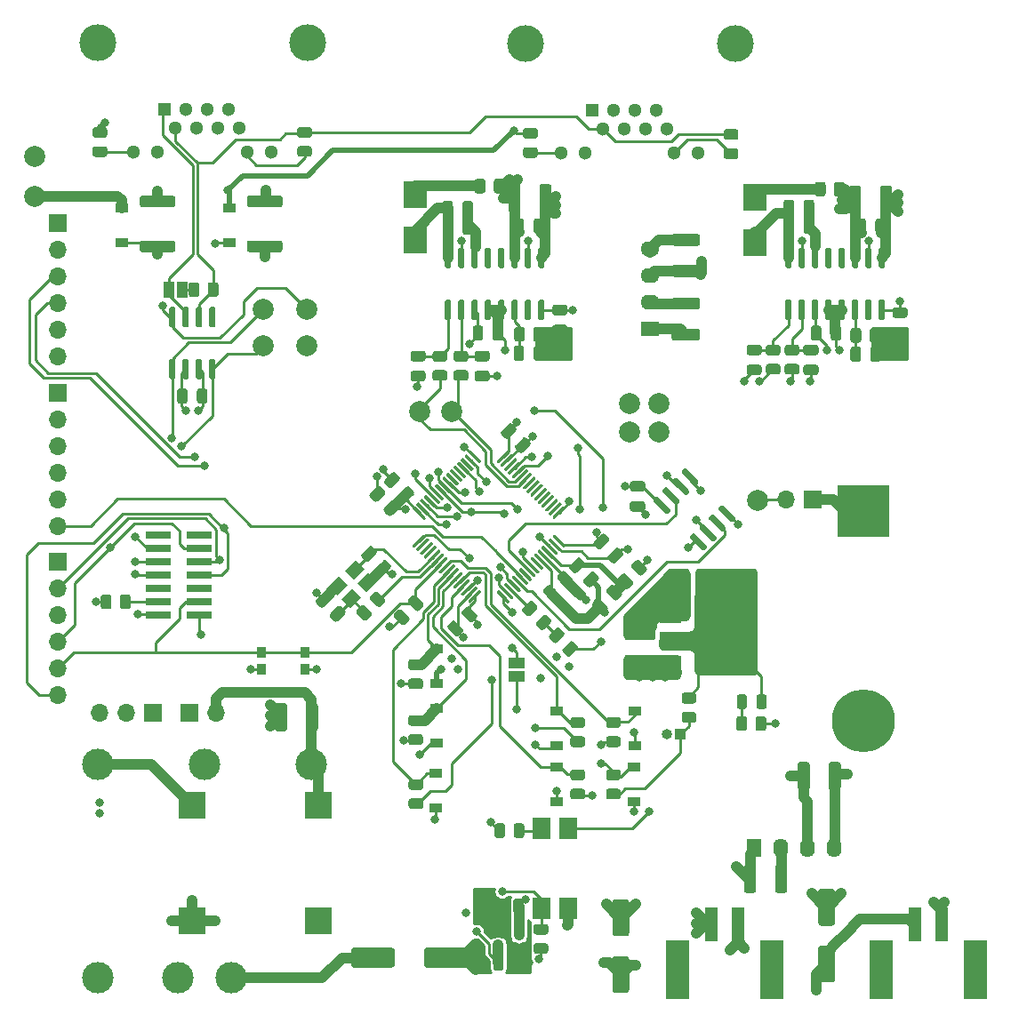
<source format=gtl>
%TF.GenerationSoftware,KiCad,Pcbnew,5.1.7-a382d34a8~88~ubuntu20.04.1*%
%TF.CreationDate,2021-06-18T16:23:43+02:00*%
%TF.ProjectId,Shield_Nucleo,53686965-6c64-45f4-9e75-636c656f2e6b,rev?*%
%TF.SameCoordinates,Original*%
%TF.FileFunction,Copper,L1,Top*%
%TF.FilePolarity,Positive*%
%FSLAX46Y46*%
G04 Gerber Fmt 4.6, Leading zero omitted, Abs format (unit mm)*
G04 Created by KiCad (PCBNEW 5.1.7-a382d34a8~88~ubuntu20.04.1) date 2021-06-18 16:23:43*
%MOMM*%
%LPD*%
G01*
G04 APERTURE LIST*
%TA.AperFunction,ComponentPad*%
%ADD10O,1.700000X1.700000*%
%TD*%
%TA.AperFunction,ComponentPad*%
%ADD11R,1.700000X1.700000*%
%TD*%
%TA.AperFunction,SMDPad,CuDef*%
%ADD12R,0.900000X0.800000*%
%TD*%
%TA.AperFunction,SMDPad,CuDef*%
%ADD13R,2.200000X5.600000*%
%TD*%
%TA.AperFunction,SMDPad,CuDef*%
%ADD14R,1.200000X3.200000*%
%TD*%
%TA.AperFunction,SMDPad,CuDef*%
%ADD15R,2.500000X2.500000*%
%TD*%
%TA.AperFunction,ComponentPad*%
%ADD16C,1.300000*%
%TD*%
%TA.AperFunction,ComponentPad*%
%ADD17C,3.500000*%
%TD*%
%TA.AperFunction,ComponentPad*%
%ADD18R,1.300000X1.300000*%
%TD*%
%TA.AperFunction,ComponentPad*%
%ADD19C,3.000000*%
%TD*%
%TA.AperFunction,ComponentPad*%
%ADD20C,6.000000*%
%TD*%
%TA.AperFunction,ComponentPad*%
%ADD21R,5.000000X5.000000*%
%TD*%
%TA.AperFunction,ComponentPad*%
%ADD22R,1.800000X1.400000*%
%TD*%
%TA.AperFunction,ComponentPad*%
%ADD23O,1.800000X1.400000*%
%TD*%
%TA.AperFunction,ComponentPad*%
%ADD24R,1.400000X1.800000*%
%TD*%
%TA.AperFunction,ComponentPad*%
%ADD25O,1.400000X1.800000*%
%TD*%
%TA.AperFunction,ComponentPad*%
%ADD26C,2.000000*%
%TD*%
%TA.AperFunction,SMDPad,CuDef*%
%ADD27R,1.500000X1.000000*%
%TD*%
%TA.AperFunction,ComponentPad*%
%ADD28O,1.000000X1.000000*%
%TD*%
%TA.AperFunction,ComponentPad*%
%ADD29R,1.000000X1.000000*%
%TD*%
%TA.AperFunction,SMDPad,CuDef*%
%ADD30R,0.900000X1.000000*%
%TD*%
%TA.AperFunction,SMDPad,CuDef*%
%ADD31R,2.400000X0.740000*%
%TD*%
%TA.AperFunction,SMDPad,CuDef*%
%ADD32C,0.150000*%
%TD*%
%TA.AperFunction,SMDPad,CuDef*%
%ADD33R,1.780000X2.000000*%
%TD*%
%TA.AperFunction,SMDPad,CuDef*%
%ADD34R,2.300000X2.500000*%
%TD*%
%TA.AperFunction,SMDPad,CuDef*%
%ADD35R,1.200000X0.900000*%
%TD*%
%TA.AperFunction,SMDPad,CuDef*%
%ADD36R,2.000000X1.500000*%
%TD*%
%TA.AperFunction,SMDPad,CuDef*%
%ADD37R,2.000000X3.800000*%
%TD*%
%TA.AperFunction,SMDPad,CuDef*%
%ADD38R,1.000000X1.500000*%
%TD*%
%TA.AperFunction,ViaPad*%
%ADD39C,0.800000*%
%TD*%
%TA.AperFunction,Conductor*%
%ADD40C,0.250000*%
%TD*%
%TA.AperFunction,Conductor*%
%ADD41C,1.000000*%
%TD*%
%TA.AperFunction,Conductor*%
%ADD42C,0.500000*%
%TD*%
%TA.AperFunction,Conductor*%
%ADD43C,0.254000*%
%TD*%
%TA.AperFunction,Conductor*%
%ADD44C,0.150000*%
%TD*%
G04 APERTURE END LIST*
D10*
%TO.P,J5,6*%
%TO.N,/SPI3_CS2*%
X51500000Y-90200000D03*
%TO.P,J5,5*%
%TO.N,/SPI3_SCK*%
X51500000Y-87660000D03*
%TO.P,J5,4*%
%TO.N,/SPI3_MOSI*%
X51500000Y-85120000D03*
%TO.P,J5,3*%
%TO.N,/SPI3_MISO*%
X51500000Y-82580000D03*
%TO.P,J5,2*%
%TO.N,+3V3*%
X51500000Y-80040000D03*
D11*
%TO.P,J5,1*%
%TO.N,GNDD*%
X51500000Y-77500000D03*
%TD*%
D10*
%TO.P,J4,6*%
%TO.N,+5VD*%
X51500000Y-74000000D03*
%TO.P,J4,5*%
%TO.N,GNDD*%
X51500000Y-71460000D03*
%TO.P,J4,4*%
%TO.N,/USART1_TX*%
X51500000Y-68920000D03*
%TO.P,J4,3*%
%TO.N,/USART1_RX*%
X51500000Y-66380000D03*
%TO.P,J4,2*%
%TO.N,/DTR*%
X51500000Y-63840000D03*
D11*
%TO.P,J4,1*%
%TO.N,+3V3*%
X51500000Y-61300000D03*
%TD*%
D10*
%TO.P,JP4,2*%
%TO.N,/+5VJP*%
X66540000Y-108000000D03*
D11*
%TO.P,JP4,1*%
%TO.N,+5VD*%
X64000000Y-108000000D03*
%TD*%
D10*
%TO.P,J9,3*%
%TO.N,GNDD*%
X55460000Y-108000000D03*
%TO.P,J9,2*%
%TO.N,Net-(J9-Pad2)*%
X58000000Y-108000000D03*
D11*
%TO.P,J9,1*%
%TO.N,+5VD*%
X60540000Y-108000000D03*
%TD*%
D12*
%TO.P,U10,3*%
%TO.N,+12V*%
X95400000Y-129150000D03*
%TO.P,U10,2*%
%TO.N,+5P*%
X93400000Y-130100000D03*
%TO.P,U10,1*%
%TO.N,GNDREF*%
X93400000Y-128200000D03*
%TD*%
%TO.P,C44,2*%
%TO.N,GNDREF*%
%TA.AperFunction,SMDPad,CuDef*%
G36*
G01*
X93950000Y-125925000D02*
X93950000Y-126875000D01*
G75*
G02*
X93700000Y-127125000I-250000J0D01*
G01*
X93200000Y-127125000D01*
G75*
G02*
X92950000Y-126875000I0J250000D01*
G01*
X92950000Y-125925000D01*
G75*
G02*
X93200000Y-125675000I250000J0D01*
G01*
X93700000Y-125675000D01*
G75*
G02*
X93950000Y-125925000I0J-250000D01*
G01*
G37*
%TD.AperFunction*%
%TO.P,C44,1*%
%TO.N,+12V*%
%TA.AperFunction,SMDPad,CuDef*%
G36*
G01*
X95850000Y-125925000D02*
X95850000Y-126875000D01*
G75*
G02*
X95600000Y-127125000I-250000J0D01*
G01*
X95100000Y-127125000D01*
G75*
G02*
X94850000Y-126875000I0J250000D01*
G01*
X94850000Y-125925000D01*
G75*
G02*
X95100000Y-125675000I250000J0D01*
G01*
X95600000Y-125675000D01*
G75*
G02*
X95850000Y-125925000I0J-250000D01*
G01*
G37*
%TD.AperFunction*%
%TD*%
%TO.P,C43,2*%
%TO.N,GNDREF*%
%TA.AperFunction,SMDPad,CuDef*%
G36*
G01*
X94850000Y-132275000D02*
X94850000Y-131325000D01*
G75*
G02*
X95100000Y-131075000I250000J0D01*
G01*
X95600000Y-131075000D01*
G75*
G02*
X95850000Y-131325000I0J-250000D01*
G01*
X95850000Y-132275000D01*
G75*
G02*
X95600000Y-132525000I-250000J0D01*
G01*
X95100000Y-132525000D01*
G75*
G02*
X94850000Y-132275000I0J250000D01*
G01*
G37*
%TD.AperFunction*%
%TO.P,C43,1*%
%TO.N,+5P*%
%TA.AperFunction,SMDPad,CuDef*%
G36*
G01*
X92950000Y-132275000D02*
X92950000Y-131325000D01*
G75*
G02*
X93200000Y-131075000I250000J0D01*
G01*
X93700000Y-131075000D01*
G75*
G02*
X93950000Y-131325000I0J-250000D01*
G01*
X93950000Y-132275000D01*
G75*
G02*
X93700000Y-132525000I-250000J0D01*
G01*
X93200000Y-132525000D01*
G75*
G02*
X92950000Y-132275000I0J250000D01*
G01*
G37*
%TD.AperFunction*%
%TD*%
%TO.P,C14,2*%
%TO.N,GNDD*%
%TA.AperFunction,SMDPad,CuDef*%
G36*
G01*
X101582322Y-95254073D02*
X102254073Y-94582322D01*
G75*
G02*
X102607627Y-94582322I176777J-176777D01*
G01*
X102961180Y-94935875D01*
G75*
G02*
X102961180Y-95289429I-176777J-176777D01*
G01*
X102289429Y-95961180D01*
G75*
G02*
X101935875Y-95961180I-176777J176777D01*
G01*
X101582322Y-95607627D01*
G75*
G02*
X101582322Y-95254073I176777J176777D01*
G01*
G37*
%TD.AperFunction*%
%TO.P,C14,1*%
%TO.N,+3.3VA*%
%TA.AperFunction,SMDPad,CuDef*%
G36*
G01*
X100238820Y-93910571D02*
X100910571Y-93238820D01*
G75*
G02*
X101264125Y-93238820I176777J-176777D01*
G01*
X101617678Y-93592373D01*
G75*
G02*
X101617678Y-93945927I-176777J-176777D01*
G01*
X100945927Y-94617678D01*
G75*
G02*
X100592373Y-94617678I-176777J176777D01*
G01*
X100238820Y-94264125D01*
G75*
G02*
X100238820Y-93910571I176777J176777D01*
G01*
G37*
%TD.AperFunction*%
%TD*%
%TO.P,R26,2*%
%TO.N,GNDD*%
%TA.AperFunction,SMDPad,CuDef*%
G36*
G01*
X117930000Y-109450001D02*
X117930000Y-108549999D01*
G75*
G02*
X118179999Y-108300000I249999J0D01*
G01*
X118705001Y-108300000D01*
G75*
G02*
X118955000Y-108549999I0J-249999D01*
G01*
X118955000Y-109450001D01*
G75*
G02*
X118705001Y-109700000I-249999J0D01*
G01*
X118179999Y-109700000D01*
G75*
G02*
X117930000Y-109450001I0J249999D01*
G01*
G37*
%TD.AperFunction*%
%TO.P,R26,1*%
%TO.N,Net-(LED2-Pad1)*%
%TA.AperFunction,SMDPad,CuDef*%
G36*
G01*
X116105000Y-109450001D02*
X116105000Y-108549999D01*
G75*
G02*
X116354999Y-108300000I249999J0D01*
G01*
X116880001Y-108300000D01*
G75*
G02*
X117130000Y-108549999I0J-249999D01*
G01*
X117130000Y-109450001D01*
G75*
G02*
X116880001Y-109700000I-249999J0D01*
G01*
X116354999Y-109700000D01*
G75*
G02*
X116105000Y-109450001I0J249999D01*
G01*
G37*
%TD.AperFunction*%
%TD*%
%TO.P,LED2,2*%
%TO.N,+3V3*%
%TA.AperFunction,SMDPad,CuDef*%
G36*
G01*
X118020000Y-107371250D02*
X118020000Y-106458750D01*
G75*
G02*
X118263750Y-106215000I243750J0D01*
G01*
X118751250Y-106215000D01*
G75*
G02*
X118995000Y-106458750I0J-243750D01*
G01*
X118995000Y-107371250D01*
G75*
G02*
X118751250Y-107615000I-243750J0D01*
G01*
X118263750Y-107615000D01*
G75*
G02*
X118020000Y-107371250I0J243750D01*
G01*
G37*
%TD.AperFunction*%
%TO.P,LED2,1*%
%TO.N,Net-(LED2-Pad1)*%
%TA.AperFunction,SMDPad,CuDef*%
G36*
G01*
X116145000Y-107371250D02*
X116145000Y-106458750D01*
G75*
G02*
X116388750Y-106215000I243750J0D01*
G01*
X116876250Y-106215000D01*
G75*
G02*
X117120000Y-106458750I0J-243750D01*
G01*
X117120000Y-107371250D01*
G75*
G02*
X116876250Y-107615000I-243750J0D01*
G01*
X116388750Y-107615000D01*
G75*
G02*
X116145000Y-107371250I0J243750D01*
G01*
G37*
%TD.AperFunction*%
%TD*%
%TO.P,C42,2*%
%TO.N,GNDD*%
%TA.AperFunction,SMDPad,CuDef*%
G36*
G01*
X99745927Y-97182322D02*
X100417678Y-97854073D01*
G75*
G02*
X100417678Y-98207627I-176777J-176777D01*
G01*
X100064125Y-98561180D01*
G75*
G02*
X99710571Y-98561180I-176777J176777D01*
G01*
X99038820Y-97889429D01*
G75*
G02*
X99038820Y-97535875I176777J176777D01*
G01*
X99392373Y-97182322D01*
G75*
G02*
X99745927Y-97182322I176777J-176777D01*
G01*
G37*
%TD.AperFunction*%
%TO.P,C42,1*%
%TO.N,/VREF2048*%
%TA.AperFunction,SMDPad,CuDef*%
G36*
G01*
X101089429Y-95838820D02*
X101761180Y-96510571D01*
G75*
G02*
X101761180Y-96864125I-176777J-176777D01*
G01*
X101407627Y-97217678D01*
G75*
G02*
X101054073Y-97217678I-176777J176777D01*
G01*
X100382322Y-96545927D01*
G75*
G02*
X100382322Y-96192373I176777J176777D01*
G01*
X100735875Y-95838820D01*
G75*
G02*
X101089429Y-95838820I176777J-176777D01*
G01*
G37*
%TD.AperFunction*%
%TD*%
%TO.P,C41,2*%
%TO.N,GNDD*%
%TA.AperFunction,SMDPad,CuDef*%
G36*
G01*
X98474176Y-95854073D02*
X99145927Y-96525824D01*
G75*
G02*
X99145927Y-96879378I-176777J-176777D01*
G01*
X98792374Y-97232931D01*
G75*
G02*
X98438820Y-97232931I-176777J176777D01*
G01*
X97767069Y-96561180D01*
G75*
G02*
X97767069Y-96207626I176777J176777D01*
G01*
X98120622Y-95854073D01*
G75*
G02*
X98474176Y-95854073I176777J-176777D01*
G01*
G37*
%TD.AperFunction*%
%TO.P,C41,1*%
%TO.N,/VREF2048*%
%TA.AperFunction,SMDPad,CuDef*%
G36*
G01*
X99817678Y-94510571D02*
X100489429Y-95182322D01*
G75*
G02*
X100489429Y-95535876I-176777J-176777D01*
G01*
X100135876Y-95889429D01*
G75*
G02*
X99782322Y-95889429I-176777J176777D01*
G01*
X99110571Y-95217678D01*
G75*
G02*
X99110571Y-94864124I176777J176777D01*
G01*
X99464124Y-94510571D01*
G75*
G02*
X99817678Y-94510571I176777J-176777D01*
G01*
G37*
%TD.AperFunction*%
%TD*%
D13*
%TO.P,J6,0*%
%TO.N,N/C*%
X119500000Y-132400000D03*
D14*
%TO.P,J6,2*%
%TO.N,GNDREF*%
X116250000Y-128150000D03*
%TO.P,J6,1*%
%TO.N,+12V*%
X113750000Y-128150000D03*
D13*
%TO.P,J6,0*%
%TO.N,N/C*%
X110500000Y-132400000D03*
%TD*%
%TO.P,J1,0*%
%TO.N,N/C*%
X138900000Y-132400000D03*
D14*
%TO.P,J1,2*%
%TO.N,GNDD*%
X135650000Y-128150000D03*
%TO.P,J1,1*%
%TO.N,/+12VD*%
X133150000Y-128150000D03*
D13*
%TO.P,J1,0*%
%TO.N,N/C*%
X129900000Y-132400000D03*
%TD*%
D15*
%TO.P,PS5,1*%
%TO.N,/+12VD*%
X64300000Y-127800000D03*
%TO.P,PS5,2*%
%TO.N,GNDD*%
X64300000Y-116800000D03*
%TO.P,PS5,3*%
%TO.N,/+5VJP*%
X76300000Y-116800000D03*
%TO.P,PS5,4*%
%TO.N,Net-(PS5-Pad4)*%
X76300000Y-127800000D03*
%TD*%
%TO.P,U6,16*%
%TO.N,Net-(C31-Pad1)*%
%TA.AperFunction,SMDPad,CuDef*%
G36*
G01*
X121215000Y-65610000D02*
X120915000Y-65610000D01*
G75*
G02*
X120765000Y-65460000I0J150000D01*
G01*
X120765000Y-63810000D01*
G75*
G02*
X120915000Y-63660000I150000J0D01*
G01*
X121215000Y-63660000D01*
G75*
G02*
X121365000Y-63810000I0J-150000D01*
G01*
X121365000Y-65460000D01*
G75*
G02*
X121215000Y-65610000I-150000J0D01*
G01*
G37*
%TD.AperFunction*%
%TO.P,U6,15*%
%TO.N,/PWM_H2*%
%TA.AperFunction,SMDPad,CuDef*%
G36*
G01*
X122485000Y-65610000D02*
X122185000Y-65610000D01*
G75*
G02*
X122035000Y-65460000I0J150000D01*
G01*
X122035000Y-63810000D01*
G75*
G02*
X122185000Y-63660000I150000J0D01*
G01*
X122485000Y-63660000D01*
G75*
G02*
X122635000Y-63810000I0J-150000D01*
G01*
X122635000Y-65460000D01*
G75*
G02*
X122485000Y-65610000I-150000J0D01*
G01*
G37*
%TD.AperFunction*%
%TO.P,U6,14*%
%TO.N,/SW_Node2*%
%TA.AperFunction,SMDPad,CuDef*%
G36*
G01*
X123755000Y-65610000D02*
X123455000Y-65610000D01*
G75*
G02*
X123305000Y-65460000I0J150000D01*
G01*
X123305000Y-63810000D01*
G75*
G02*
X123455000Y-63660000I150000J0D01*
G01*
X123755000Y-63660000D01*
G75*
G02*
X123905000Y-63810000I0J-150000D01*
G01*
X123905000Y-65460000D01*
G75*
G02*
X123755000Y-65610000I-150000J0D01*
G01*
G37*
%TD.AperFunction*%
%TO.P,U6,13*%
%TO.N,Net-(U6-Pad13)*%
%TA.AperFunction,SMDPad,CuDef*%
G36*
G01*
X125025000Y-65610000D02*
X124725000Y-65610000D01*
G75*
G02*
X124575000Y-65460000I0J150000D01*
G01*
X124575000Y-63810000D01*
G75*
G02*
X124725000Y-63660000I150000J0D01*
G01*
X125025000Y-63660000D01*
G75*
G02*
X125175000Y-63810000I0J-150000D01*
G01*
X125175000Y-65460000D01*
G75*
G02*
X125025000Y-65610000I-150000J0D01*
G01*
G37*
%TD.AperFunction*%
%TO.P,U6,12*%
%TO.N,Net-(U6-Pad12)*%
%TA.AperFunction,SMDPad,CuDef*%
G36*
G01*
X126295000Y-65610000D02*
X125995000Y-65610000D01*
G75*
G02*
X125845000Y-65460000I0J150000D01*
G01*
X125845000Y-63810000D01*
G75*
G02*
X125995000Y-63660000I150000J0D01*
G01*
X126295000Y-63660000D01*
G75*
G02*
X126445000Y-63810000I0J-150000D01*
G01*
X126445000Y-65460000D01*
G75*
G02*
X126295000Y-65610000I-150000J0D01*
G01*
G37*
%TD.AperFunction*%
%TO.P,U6,11*%
%TO.N,+12V*%
%TA.AperFunction,SMDPad,CuDef*%
G36*
G01*
X127565000Y-65610000D02*
X127265000Y-65610000D01*
G75*
G02*
X127115000Y-65460000I0J150000D01*
G01*
X127115000Y-63810000D01*
G75*
G02*
X127265000Y-63660000I150000J0D01*
G01*
X127565000Y-63660000D01*
G75*
G02*
X127715000Y-63810000I0J-150000D01*
G01*
X127715000Y-65460000D01*
G75*
G02*
X127565000Y-65610000I-150000J0D01*
G01*
G37*
%TD.AperFunction*%
%TO.P,U6,10*%
%TO.N,/PWM_L2*%
%TA.AperFunction,SMDPad,CuDef*%
G36*
G01*
X128835000Y-65610000D02*
X128535000Y-65610000D01*
G75*
G02*
X128385000Y-65460000I0J150000D01*
G01*
X128385000Y-63810000D01*
G75*
G02*
X128535000Y-63660000I150000J0D01*
G01*
X128835000Y-63660000D01*
G75*
G02*
X128985000Y-63810000I0J-150000D01*
G01*
X128985000Y-65460000D01*
G75*
G02*
X128835000Y-65610000I-150000J0D01*
G01*
G37*
%TD.AperFunction*%
%TO.P,U6,9*%
%TO.N,GNDREF*%
%TA.AperFunction,SMDPad,CuDef*%
G36*
G01*
X130105000Y-65610000D02*
X129805000Y-65610000D01*
G75*
G02*
X129655000Y-65460000I0J150000D01*
G01*
X129655000Y-63810000D01*
G75*
G02*
X129805000Y-63660000I150000J0D01*
G01*
X130105000Y-63660000D01*
G75*
G02*
X130255000Y-63810000I0J-150000D01*
G01*
X130255000Y-65460000D01*
G75*
G02*
X130105000Y-65610000I-150000J0D01*
G01*
G37*
%TD.AperFunction*%
%TO.P,U6,8*%
%TO.N,+5VD*%
%TA.AperFunction,SMDPad,CuDef*%
G36*
G01*
X130105000Y-70560000D02*
X129805000Y-70560000D01*
G75*
G02*
X129655000Y-70410000I0J150000D01*
G01*
X129655000Y-68760000D01*
G75*
G02*
X129805000Y-68610000I150000J0D01*
G01*
X130105000Y-68610000D01*
G75*
G02*
X130255000Y-68760000I0J-150000D01*
G01*
X130255000Y-70410000D01*
G75*
G02*
X130105000Y-70560000I-150000J0D01*
G01*
G37*
%TD.AperFunction*%
%TO.P,U6,7*%
%TO.N,Net-(U6-Pad7)*%
%TA.AperFunction,SMDPad,CuDef*%
G36*
G01*
X128835000Y-70560000D02*
X128535000Y-70560000D01*
G75*
G02*
X128385000Y-70410000I0J150000D01*
G01*
X128385000Y-68760000D01*
G75*
G02*
X128535000Y-68610000I150000J0D01*
G01*
X128835000Y-68610000D01*
G75*
G02*
X128985000Y-68760000I0J-150000D01*
G01*
X128985000Y-70410000D01*
G75*
G02*
X128835000Y-70560000I-150000J0D01*
G01*
G37*
%TD.AperFunction*%
%TO.P,U6,6*%
%TO.N,Net-(C30-Pad1)*%
%TA.AperFunction,SMDPad,CuDef*%
G36*
G01*
X127565000Y-70560000D02*
X127265000Y-70560000D01*
G75*
G02*
X127115000Y-70410000I0J150000D01*
G01*
X127115000Y-68760000D01*
G75*
G02*
X127265000Y-68610000I150000J0D01*
G01*
X127565000Y-68610000D01*
G75*
G02*
X127715000Y-68760000I0J-150000D01*
G01*
X127715000Y-70410000D01*
G75*
G02*
X127565000Y-70560000I-150000J0D01*
G01*
G37*
%TD.AperFunction*%
%TO.P,U6,5*%
%TO.N,GNDD*%
%TA.AperFunction,SMDPad,CuDef*%
G36*
G01*
X126295000Y-70560000D02*
X125995000Y-70560000D01*
G75*
G02*
X125845000Y-70410000I0J150000D01*
G01*
X125845000Y-68760000D01*
G75*
G02*
X125995000Y-68610000I150000J0D01*
G01*
X126295000Y-68610000D01*
G75*
G02*
X126445000Y-68760000I0J-150000D01*
G01*
X126445000Y-70410000D01*
G75*
G02*
X126295000Y-70560000I-150000J0D01*
G01*
G37*
%TD.AperFunction*%
%TO.P,U6,4*%
%TA.AperFunction,SMDPad,CuDef*%
G36*
G01*
X125025000Y-70560000D02*
X124725000Y-70560000D01*
G75*
G02*
X124575000Y-70410000I0J150000D01*
G01*
X124575000Y-68760000D01*
G75*
G02*
X124725000Y-68610000I150000J0D01*
G01*
X125025000Y-68610000D01*
G75*
G02*
X125175000Y-68760000I0J-150000D01*
G01*
X125175000Y-70410000D01*
G75*
G02*
X125025000Y-70560000I-150000J0D01*
G01*
G37*
%TD.AperFunction*%
%TO.P,U6,3*%
%TO.N,+5VD*%
%TA.AperFunction,SMDPad,CuDef*%
G36*
G01*
X123755000Y-70560000D02*
X123455000Y-70560000D01*
G75*
G02*
X123305000Y-70410000I0J150000D01*
G01*
X123305000Y-68760000D01*
G75*
G02*
X123455000Y-68610000I150000J0D01*
G01*
X123755000Y-68610000D01*
G75*
G02*
X123905000Y-68760000I0J-150000D01*
G01*
X123905000Y-70410000D01*
G75*
G02*
X123755000Y-70560000I-150000J0D01*
G01*
G37*
%TD.AperFunction*%
%TO.P,U6,2*%
%TO.N,Net-(C28-Pad1)*%
%TA.AperFunction,SMDPad,CuDef*%
G36*
G01*
X122485000Y-70560000D02*
X122185000Y-70560000D01*
G75*
G02*
X122035000Y-70410000I0J150000D01*
G01*
X122035000Y-68760000D01*
G75*
G02*
X122185000Y-68610000I150000J0D01*
G01*
X122485000Y-68610000D01*
G75*
G02*
X122635000Y-68760000I0J-150000D01*
G01*
X122635000Y-70410000D01*
G75*
G02*
X122485000Y-70560000I-150000J0D01*
G01*
G37*
%TD.AperFunction*%
%TO.P,U6,1*%
%TO.N,Net-(C27-Pad2)*%
%TA.AperFunction,SMDPad,CuDef*%
G36*
G01*
X121215000Y-70560000D02*
X120915000Y-70560000D01*
G75*
G02*
X120765000Y-70410000I0J150000D01*
G01*
X120765000Y-68760000D01*
G75*
G02*
X120915000Y-68610000I150000J0D01*
G01*
X121215000Y-68610000D01*
G75*
G02*
X121365000Y-68760000I0J-150000D01*
G01*
X121365000Y-70410000D01*
G75*
G02*
X121215000Y-70560000I-150000J0D01*
G01*
G37*
%TD.AperFunction*%
%TD*%
%TO.P,U5,16*%
%TO.N,Net-(C21-Pad1)*%
%TA.AperFunction,SMDPad,CuDef*%
G36*
G01*
X88785000Y-65620000D02*
X88485000Y-65620000D01*
G75*
G02*
X88335000Y-65470000I0J150000D01*
G01*
X88335000Y-63820000D01*
G75*
G02*
X88485000Y-63670000I150000J0D01*
G01*
X88785000Y-63670000D01*
G75*
G02*
X88935000Y-63820000I0J-150000D01*
G01*
X88935000Y-65470000D01*
G75*
G02*
X88785000Y-65620000I-150000J0D01*
G01*
G37*
%TD.AperFunction*%
%TO.P,U5,15*%
%TO.N,/PWM_H1*%
%TA.AperFunction,SMDPad,CuDef*%
G36*
G01*
X90055000Y-65620000D02*
X89755000Y-65620000D01*
G75*
G02*
X89605000Y-65470000I0J150000D01*
G01*
X89605000Y-63820000D01*
G75*
G02*
X89755000Y-63670000I150000J0D01*
G01*
X90055000Y-63670000D01*
G75*
G02*
X90205000Y-63820000I0J-150000D01*
G01*
X90205000Y-65470000D01*
G75*
G02*
X90055000Y-65620000I-150000J0D01*
G01*
G37*
%TD.AperFunction*%
%TO.P,U5,14*%
%TO.N,/SW_Node1*%
%TA.AperFunction,SMDPad,CuDef*%
G36*
G01*
X91325000Y-65620000D02*
X91025000Y-65620000D01*
G75*
G02*
X90875000Y-65470000I0J150000D01*
G01*
X90875000Y-63820000D01*
G75*
G02*
X91025000Y-63670000I150000J0D01*
G01*
X91325000Y-63670000D01*
G75*
G02*
X91475000Y-63820000I0J-150000D01*
G01*
X91475000Y-65470000D01*
G75*
G02*
X91325000Y-65620000I-150000J0D01*
G01*
G37*
%TD.AperFunction*%
%TO.P,U5,13*%
%TO.N,Net-(U5-Pad13)*%
%TA.AperFunction,SMDPad,CuDef*%
G36*
G01*
X92595000Y-65620000D02*
X92295000Y-65620000D01*
G75*
G02*
X92145000Y-65470000I0J150000D01*
G01*
X92145000Y-63820000D01*
G75*
G02*
X92295000Y-63670000I150000J0D01*
G01*
X92595000Y-63670000D01*
G75*
G02*
X92745000Y-63820000I0J-150000D01*
G01*
X92745000Y-65470000D01*
G75*
G02*
X92595000Y-65620000I-150000J0D01*
G01*
G37*
%TD.AperFunction*%
%TO.P,U5,12*%
%TO.N,Net-(U5-Pad12)*%
%TA.AperFunction,SMDPad,CuDef*%
G36*
G01*
X93865000Y-65620000D02*
X93565000Y-65620000D01*
G75*
G02*
X93415000Y-65470000I0J150000D01*
G01*
X93415000Y-63820000D01*
G75*
G02*
X93565000Y-63670000I150000J0D01*
G01*
X93865000Y-63670000D01*
G75*
G02*
X94015000Y-63820000I0J-150000D01*
G01*
X94015000Y-65470000D01*
G75*
G02*
X93865000Y-65620000I-150000J0D01*
G01*
G37*
%TD.AperFunction*%
%TO.P,U5,11*%
%TO.N,+12V*%
%TA.AperFunction,SMDPad,CuDef*%
G36*
G01*
X95135000Y-65620000D02*
X94835000Y-65620000D01*
G75*
G02*
X94685000Y-65470000I0J150000D01*
G01*
X94685000Y-63820000D01*
G75*
G02*
X94835000Y-63670000I150000J0D01*
G01*
X95135000Y-63670000D01*
G75*
G02*
X95285000Y-63820000I0J-150000D01*
G01*
X95285000Y-65470000D01*
G75*
G02*
X95135000Y-65620000I-150000J0D01*
G01*
G37*
%TD.AperFunction*%
%TO.P,U5,10*%
%TO.N,/PWM_L1*%
%TA.AperFunction,SMDPad,CuDef*%
G36*
G01*
X96405000Y-65620000D02*
X96105000Y-65620000D01*
G75*
G02*
X95955000Y-65470000I0J150000D01*
G01*
X95955000Y-63820000D01*
G75*
G02*
X96105000Y-63670000I150000J0D01*
G01*
X96405000Y-63670000D01*
G75*
G02*
X96555000Y-63820000I0J-150000D01*
G01*
X96555000Y-65470000D01*
G75*
G02*
X96405000Y-65620000I-150000J0D01*
G01*
G37*
%TD.AperFunction*%
%TO.P,U5,9*%
%TO.N,GNDREF*%
%TA.AperFunction,SMDPad,CuDef*%
G36*
G01*
X97675000Y-65620000D02*
X97375000Y-65620000D01*
G75*
G02*
X97225000Y-65470000I0J150000D01*
G01*
X97225000Y-63820000D01*
G75*
G02*
X97375000Y-63670000I150000J0D01*
G01*
X97675000Y-63670000D01*
G75*
G02*
X97825000Y-63820000I0J-150000D01*
G01*
X97825000Y-65470000D01*
G75*
G02*
X97675000Y-65620000I-150000J0D01*
G01*
G37*
%TD.AperFunction*%
%TO.P,U5,8*%
%TO.N,+5VD*%
%TA.AperFunction,SMDPad,CuDef*%
G36*
G01*
X97675000Y-70570000D02*
X97375000Y-70570000D01*
G75*
G02*
X97225000Y-70420000I0J150000D01*
G01*
X97225000Y-68770000D01*
G75*
G02*
X97375000Y-68620000I150000J0D01*
G01*
X97675000Y-68620000D01*
G75*
G02*
X97825000Y-68770000I0J-150000D01*
G01*
X97825000Y-70420000D01*
G75*
G02*
X97675000Y-70570000I-150000J0D01*
G01*
G37*
%TD.AperFunction*%
%TO.P,U5,7*%
%TO.N,Net-(U5-Pad7)*%
%TA.AperFunction,SMDPad,CuDef*%
G36*
G01*
X96405000Y-70570000D02*
X96105000Y-70570000D01*
G75*
G02*
X95955000Y-70420000I0J150000D01*
G01*
X95955000Y-68770000D01*
G75*
G02*
X96105000Y-68620000I150000J0D01*
G01*
X96405000Y-68620000D01*
G75*
G02*
X96555000Y-68770000I0J-150000D01*
G01*
X96555000Y-70420000D01*
G75*
G02*
X96405000Y-70570000I-150000J0D01*
G01*
G37*
%TD.AperFunction*%
%TO.P,U5,6*%
%TO.N,Net-(C20-Pad1)*%
%TA.AperFunction,SMDPad,CuDef*%
G36*
G01*
X95135000Y-70570000D02*
X94835000Y-70570000D01*
G75*
G02*
X94685000Y-70420000I0J150000D01*
G01*
X94685000Y-68770000D01*
G75*
G02*
X94835000Y-68620000I150000J0D01*
G01*
X95135000Y-68620000D01*
G75*
G02*
X95285000Y-68770000I0J-150000D01*
G01*
X95285000Y-70420000D01*
G75*
G02*
X95135000Y-70570000I-150000J0D01*
G01*
G37*
%TD.AperFunction*%
%TO.P,U5,5*%
%TO.N,GNDD*%
%TA.AperFunction,SMDPad,CuDef*%
G36*
G01*
X93865000Y-70570000D02*
X93565000Y-70570000D01*
G75*
G02*
X93415000Y-70420000I0J150000D01*
G01*
X93415000Y-68770000D01*
G75*
G02*
X93565000Y-68620000I150000J0D01*
G01*
X93865000Y-68620000D01*
G75*
G02*
X94015000Y-68770000I0J-150000D01*
G01*
X94015000Y-70420000D01*
G75*
G02*
X93865000Y-70570000I-150000J0D01*
G01*
G37*
%TD.AperFunction*%
%TO.P,U5,4*%
%TA.AperFunction,SMDPad,CuDef*%
G36*
G01*
X92595000Y-70570000D02*
X92295000Y-70570000D01*
G75*
G02*
X92145000Y-70420000I0J150000D01*
G01*
X92145000Y-68770000D01*
G75*
G02*
X92295000Y-68620000I150000J0D01*
G01*
X92595000Y-68620000D01*
G75*
G02*
X92745000Y-68770000I0J-150000D01*
G01*
X92745000Y-70420000D01*
G75*
G02*
X92595000Y-70570000I-150000J0D01*
G01*
G37*
%TD.AperFunction*%
%TO.P,U5,3*%
%TO.N,+5VD*%
%TA.AperFunction,SMDPad,CuDef*%
G36*
G01*
X91325000Y-70570000D02*
X91025000Y-70570000D01*
G75*
G02*
X90875000Y-70420000I0J150000D01*
G01*
X90875000Y-68770000D01*
G75*
G02*
X91025000Y-68620000I150000J0D01*
G01*
X91325000Y-68620000D01*
G75*
G02*
X91475000Y-68770000I0J-150000D01*
G01*
X91475000Y-70420000D01*
G75*
G02*
X91325000Y-70570000I-150000J0D01*
G01*
G37*
%TD.AperFunction*%
%TO.P,U5,2*%
%TO.N,Net-(C18-Pad1)*%
%TA.AperFunction,SMDPad,CuDef*%
G36*
G01*
X90055000Y-70570000D02*
X89755000Y-70570000D01*
G75*
G02*
X89605000Y-70420000I0J150000D01*
G01*
X89605000Y-68770000D01*
G75*
G02*
X89755000Y-68620000I150000J0D01*
G01*
X90055000Y-68620000D01*
G75*
G02*
X90205000Y-68770000I0J-150000D01*
G01*
X90205000Y-70420000D01*
G75*
G02*
X90055000Y-70570000I-150000J0D01*
G01*
G37*
%TD.AperFunction*%
%TO.P,U5,1*%
%TO.N,Net-(C17-Pad2)*%
%TA.AperFunction,SMDPad,CuDef*%
G36*
G01*
X88785000Y-70570000D02*
X88485000Y-70570000D01*
G75*
G02*
X88335000Y-70420000I0J150000D01*
G01*
X88335000Y-68770000D01*
G75*
G02*
X88485000Y-68620000I150000J0D01*
G01*
X88785000Y-68620000D01*
G75*
G02*
X88935000Y-68770000I0J-150000D01*
G01*
X88935000Y-70420000D01*
G75*
G02*
X88785000Y-70570000I-150000J0D01*
G01*
G37*
%TD.AperFunction*%
%TD*%
D16*
%TO.P,J3,8*%
%TO.N,Net-(J3-Pad8)*%
X109512000Y-52330000D03*
D17*
%TO.P,J3,SH*%
%TO.N,GNDD*%
X115989000Y-44200000D03*
X96050000Y-44200000D03*
D16*
%TO.P,J3,12*%
%TO.N,+3V3*%
X112496500Y-54614000D03*
%TO.P,J3,10*%
%TO.N,/PWR_CAN2*%
X101701500Y-54614000D03*
%TO.P,J3,5*%
X106464000Y-50550000D03*
D18*
%TO.P,J3,1*%
%TO.N,/CAN_H*%
X102400000Y-50550000D03*
D16*
%TO.P,J3,7*%
%TO.N,/GND_CAN*%
X108496000Y-50550000D03*
%TO.P,J3,9*%
%TO.N,Net-(J3-Pad9)*%
X99415500Y-54614000D03*
%TO.P,J3,3*%
%TO.N,/GND_CAN*%
X104432000Y-50550000D03*
%TO.P,J3,11*%
%TO.N,Net-(J3-Pad11)*%
X110210500Y-54614000D03*
%TO.P,J3,2*%
%TO.N,/CAN_L*%
X103416000Y-52330000D03*
%TO.P,J3,4*%
%TO.N,/PWR_CAN2*%
X105448000Y-52330000D03*
%TO.P,J3,6*%
%TO.N,Net-(J3-Pad6)*%
X107480000Y-52330000D03*
%TD*%
%TO.P,J2,8*%
%TO.N,Net-(J2-Pad8)*%
X68812000Y-52280000D03*
D17*
%TO.P,J2,SH*%
%TO.N,GNDD*%
X75289000Y-44150000D03*
X55350000Y-44150000D03*
D16*
%TO.P,J2,12*%
%TO.N,+3V3*%
X71796500Y-54564000D03*
%TO.P,J2,10*%
%TO.N,/PWR_CAN1*%
X61001500Y-54564000D03*
%TO.P,J2,5*%
X65764000Y-50500000D03*
D18*
%TO.P,J2,1*%
%TO.N,/CAN_H*%
X61700000Y-50500000D03*
D16*
%TO.P,J2,7*%
%TO.N,/GND_CAN*%
X67796000Y-50500000D03*
%TO.P,J2,9*%
%TO.N,Net-(J2-Pad9)*%
X58715500Y-54564000D03*
%TO.P,J2,3*%
%TO.N,/GND_CAN*%
X63732000Y-50500000D03*
%TO.P,J2,11*%
%TO.N,Net-(J2-Pad11)*%
X69510500Y-54564000D03*
%TO.P,J2,2*%
%TO.N,/CAN_L*%
X62716000Y-52280000D03*
%TO.P,J2,4*%
%TO.N,/PWR_CAN1*%
X64748000Y-52280000D03*
%TO.P,J2,6*%
%TO.N,Net-(J2-Pad6)*%
X66780000Y-52280000D03*
%TD*%
D19*
%TO.P,PS4,5*%
%TO.N,N/C*%
X65500000Y-112900000D03*
%TO.P,PS4,1*%
X55340000Y-133220000D03*
%TO.P,PS4,4*%
%TO.N,/+5VJP*%
X75660000Y-112900000D03*
%TO.P,PS4,6*%
%TO.N,GNDD*%
X55340000Y-112900000D03*
%TO.P,PS4,3*%
%TO.N,/VI_high*%
X68040000Y-133220000D03*
%TO.P,PS4,2*%
%TO.N,GNDREF*%
X62960000Y-133220000D03*
%TD*%
D20*
%TO.P,BT1,2*%
%TO.N,GNDD*%
X128205000Y-108749000D03*
D21*
%TO.P,BT1,1*%
%TO.N,Net-(BT1-Pad1)*%
X128205000Y-88749000D03*
%TD*%
%TO.P,U3,8*%
%TO.N,/CAN1_STB*%
%TA.AperFunction,SMDPad,CuDef*%
G36*
G01*
X62565000Y-71260000D02*
X62265000Y-71260000D01*
G75*
G02*
X62115000Y-71110000I0J150000D01*
G01*
X62115000Y-69460000D01*
G75*
G02*
X62265000Y-69310000I150000J0D01*
G01*
X62565000Y-69310000D01*
G75*
G02*
X62715000Y-69460000I0J-150000D01*
G01*
X62715000Y-71110000D01*
G75*
G02*
X62565000Y-71260000I-150000J0D01*
G01*
G37*
%TD.AperFunction*%
%TO.P,U3,7*%
%TO.N,/CAN_H*%
%TA.AperFunction,SMDPad,CuDef*%
G36*
G01*
X63835000Y-71260000D02*
X63535000Y-71260000D01*
G75*
G02*
X63385000Y-71110000I0J150000D01*
G01*
X63385000Y-69460000D01*
G75*
G02*
X63535000Y-69310000I150000J0D01*
G01*
X63835000Y-69310000D01*
G75*
G02*
X63985000Y-69460000I0J-150000D01*
G01*
X63985000Y-71110000D01*
G75*
G02*
X63835000Y-71260000I-150000J0D01*
G01*
G37*
%TD.AperFunction*%
%TO.P,U3,6*%
%TO.N,/CAN_L*%
%TA.AperFunction,SMDPad,CuDef*%
G36*
G01*
X65105000Y-71260000D02*
X64805000Y-71260000D01*
G75*
G02*
X64655000Y-71110000I0J150000D01*
G01*
X64655000Y-69460000D01*
G75*
G02*
X64805000Y-69310000I150000J0D01*
G01*
X65105000Y-69310000D01*
G75*
G02*
X65255000Y-69460000I0J-150000D01*
G01*
X65255000Y-71110000D01*
G75*
G02*
X65105000Y-71260000I-150000J0D01*
G01*
G37*
%TD.AperFunction*%
%TO.P,U3,5*%
%TO.N,Net-(U3-Pad5)*%
%TA.AperFunction,SMDPad,CuDef*%
G36*
G01*
X66375000Y-71260000D02*
X66075000Y-71260000D01*
G75*
G02*
X65925000Y-71110000I0J150000D01*
G01*
X65925000Y-69460000D01*
G75*
G02*
X66075000Y-69310000I150000J0D01*
G01*
X66375000Y-69310000D01*
G75*
G02*
X66525000Y-69460000I0J-150000D01*
G01*
X66525000Y-71110000D01*
G75*
G02*
X66375000Y-71260000I-150000J0D01*
G01*
G37*
%TD.AperFunction*%
%TO.P,U3,4*%
%TO.N,/FDCAN1_RX*%
%TA.AperFunction,SMDPad,CuDef*%
G36*
G01*
X66375000Y-76210000D02*
X66075000Y-76210000D01*
G75*
G02*
X65925000Y-76060000I0J150000D01*
G01*
X65925000Y-74410000D01*
G75*
G02*
X66075000Y-74260000I150000J0D01*
G01*
X66375000Y-74260000D01*
G75*
G02*
X66525000Y-74410000I0J-150000D01*
G01*
X66525000Y-76060000D01*
G75*
G02*
X66375000Y-76210000I-150000J0D01*
G01*
G37*
%TD.AperFunction*%
%TO.P,U3,3*%
%TO.N,+3V3*%
%TA.AperFunction,SMDPad,CuDef*%
G36*
G01*
X65105000Y-76210000D02*
X64805000Y-76210000D01*
G75*
G02*
X64655000Y-76060000I0J150000D01*
G01*
X64655000Y-74410000D01*
G75*
G02*
X64805000Y-74260000I150000J0D01*
G01*
X65105000Y-74260000D01*
G75*
G02*
X65255000Y-74410000I0J-150000D01*
G01*
X65255000Y-76060000D01*
G75*
G02*
X65105000Y-76210000I-150000J0D01*
G01*
G37*
%TD.AperFunction*%
%TO.P,U3,2*%
%TO.N,GNDD*%
%TA.AperFunction,SMDPad,CuDef*%
G36*
G01*
X63835000Y-76210000D02*
X63535000Y-76210000D01*
G75*
G02*
X63385000Y-76060000I0J150000D01*
G01*
X63385000Y-74410000D01*
G75*
G02*
X63535000Y-74260000I150000J0D01*
G01*
X63835000Y-74260000D01*
G75*
G02*
X63985000Y-74410000I0J-150000D01*
G01*
X63985000Y-76060000D01*
G75*
G02*
X63835000Y-76210000I-150000J0D01*
G01*
G37*
%TD.AperFunction*%
%TO.P,U3,1*%
%TO.N,/FDCAN1_TX*%
%TA.AperFunction,SMDPad,CuDef*%
G36*
G01*
X62565000Y-76210000D02*
X62265000Y-76210000D01*
G75*
G02*
X62115000Y-76060000I0J150000D01*
G01*
X62115000Y-74410000D01*
G75*
G02*
X62265000Y-74260000I150000J0D01*
G01*
X62565000Y-74260000D01*
G75*
G02*
X62715000Y-74410000I0J-150000D01*
G01*
X62715000Y-76060000D01*
G75*
G02*
X62565000Y-76210000I-150000J0D01*
G01*
G37*
%TD.AperFunction*%
%TD*%
%TO.P,U2,8*%
%TO.N,+3V3*%
%TA.AperFunction,SMDPad,CuDef*%
G36*
G01*
X109798367Y-88780312D02*
X109586235Y-88992444D01*
G75*
G02*
X109374103Y-88992444I-106066J106066D01*
G01*
X108207377Y-87825718D01*
G75*
G02*
X108207377Y-87613586I106066J106066D01*
G01*
X108419509Y-87401454D01*
G75*
G02*
X108631641Y-87401454I106066J-106066D01*
G01*
X109798367Y-88568180D01*
G75*
G02*
X109798367Y-88780312I-106066J-106066D01*
G01*
G37*
%TD.AperFunction*%
%TO.P,U2,7*%
%TO.N,/EEPROM_HOLD*%
%TA.AperFunction,SMDPad,CuDef*%
G36*
G01*
X110696393Y-87882287D02*
X110484261Y-88094419D01*
G75*
G02*
X110272129Y-88094419I-106066J106066D01*
G01*
X109105403Y-86927693D01*
G75*
G02*
X109105403Y-86715561I106066J106066D01*
G01*
X109317535Y-86503429D01*
G75*
G02*
X109529667Y-86503429I106066J-106066D01*
G01*
X110696393Y-87670155D01*
G75*
G02*
X110696393Y-87882287I-106066J-106066D01*
G01*
G37*
%TD.AperFunction*%
%TO.P,U2,6*%
%TO.N,/SPI3_SCK*%
%TA.AperFunction,SMDPad,CuDef*%
G36*
G01*
X111594419Y-86984261D02*
X111382287Y-87196393D01*
G75*
G02*
X111170155Y-87196393I-106066J106066D01*
G01*
X110003429Y-86029667D01*
G75*
G02*
X110003429Y-85817535I106066J106066D01*
G01*
X110215561Y-85605403D01*
G75*
G02*
X110427693Y-85605403I106066J-106066D01*
G01*
X111594419Y-86772129D01*
G75*
G02*
X111594419Y-86984261I-106066J-106066D01*
G01*
G37*
%TD.AperFunction*%
%TO.P,U2,5*%
%TO.N,/SPI3_MOSI*%
%TA.AperFunction,SMDPad,CuDef*%
G36*
G01*
X112492444Y-86086235D02*
X112280312Y-86298367D01*
G75*
G02*
X112068180Y-86298367I-106066J106066D01*
G01*
X110901454Y-85131641D01*
G75*
G02*
X110901454Y-84919509I106066J106066D01*
G01*
X111113586Y-84707377D01*
G75*
G02*
X111325718Y-84707377I106066J-106066D01*
G01*
X112492444Y-85874103D01*
G75*
G02*
X112492444Y-86086235I-106066J-106066D01*
G01*
G37*
%TD.AperFunction*%
%TO.P,U2,4*%
%TO.N,GNDD*%
%TA.AperFunction,SMDPad,CuDef*%
G36*
G01*
X115992623Y-89586414D02*
X115780491Y-89798546D01*
G75*
G02*
X115568359Y-89798546I-106066J106066D01*
G01*
X114401633Y-88631820D01*
G75*
G02*
X114401633Y-88419688I106066J106066D01*
G01*
X114613765Y-88207556D01*
G75*
G02*
X114825897Y-88207556I106066J-106066D01*
G01*
X115992623Y-89374282D01*
G75*
G02*
X115992623Y-89586414I-106066J-106066D01*
G01*
G37*
%TD.AperFunction*%
%TO.P,U2,3*%
%TO.N,/EEPROM_WP*%
%TA.AperFunction,SMDPad,CuDef*%
G36*
G01*
X115094597Y-90484439D02*
X114882465Y-90696571D01*
G75*
G02*
X114670333Y-90696571I-106066J106066D01*
G01*
X113503607Y-89529845D01*
G75*
G02*
X113503607Y-89317713I106066J106066D01*
G01*
X113715739Y-89105581D01*
G75*
G02*
X113927871Y-89105581I106066J-106066D01*
G01*
X115094597Y-90272307D01*
G75*
G02*
X115094597Y-90484439I-106066J-106066D01*
G01*
G37*
%TD.AperFunction*%
%TO.P,U2,2*%
%TO.N,/SPI3_MISO*%
%TA.AperFunction,SMDPad,CuDef*%
G36*
G01*
X114196571Y-91382465D02*
X113984439Y-91594597D01*
G75*
G02*
X113772307Y-91594597I-106066J106066D01*
G01*
X112605581Y-90427871D01*
G75*
G02*
X112605581Y-90215739I106066J106066D01*
G01*
X112817713Y-90003607D01*
G75*
G02*
X113029845Y-90003607I106066J-106066D01*
G01*
X114196571Y-91170333D01*
G75*
G02*
X114196571Y-91382465I-106066J-106066D01*
G01*
G37*
%TD.AperFunction*%
%TO.P,U2,1*%
%TO.N,/SPI3_CS*%
%TA.AperFunction,SMDPad,CuDef*%
G36*
G01*
X113298546Y-92280491D02*
X113086414Y-92492623D01*
G75*
G02*
X112874282Y-92492623I-106066J106066D01*
G01*
X111707556Y-91325897D01*
G75*
G02*
X111707556Y-91113765I106066J106066D01*
G01*
X111919688Y-90901633D01*
G75*
G02*
X112131820Y-90901633I106066J-106066D01*
G01*
X113298546Y-92068359D01*
G75*
G02*
X113298546Y-92280491I-106066J-106066D01*
G01*
G37*
%TD.AperFunction*%
%TD*%
D22*
%TO.P,U9,1*%
%TO.N,GNDD*%
X107900000Y-71400000D03*
D23*
%TO.P,U9,2*%
%TO.N,+5VD*%
X107900000Y-68860000D03*
%TO.P,U9,3*%
%TO.N,GNDREF*%
X107900000Y-66320000D03*
%TO.P,U9,4*%
%TO.N,+12V*%
X107900000Y-63780000D03*
%TD*%
D24*
%TO.P,U8,1*%
%TO.N,GNDD*%
X117820000Y-120800000D03*
D25*
%TO.P,U8,2*%
%TO.N,+5VD*%
X120360000Y-120800000D03*
%TO.P,U8,3*%
%TO.N,/N*%
X122900000Y-120800000D03*
%TO.P,U8,4*%
%TO.N,+5V*%
X125440000Y-120800000D03*
%TD*%
D26*
%TO.P,TP33,1*%
%TO.N,/GND_CAN*%
X49290000Y-55000000D03*
%TD*%
%TO.P,TP32,1*%
%TO.N,/V_BUS_CAN*%
X49290000Y-58750000D03*
%TD*%
%TO.P,TP15,1*%
%TO.N,/CAN1_STB*%
X75200000Y-69500000D03*
%TD*%
%TO.P,TP14,1*%
%TO.N,/FDCAN1_RX*%
X71100000Y-73000000D03*
%TD*%
%TO.P,TP13,1*%
%TO.N,/FDCAN1_TX*%
X71100000Y-69500000D03*
%TD*%
%TO.P,TP12,1*%
%TO.N,GNDD*%
X108700000Y-81250000D03*
%TD*%
%TO.P,TP8,1*%
%TO.N,/VREF2048*%
X105950000Y-81250000D03*
%TD*%
%TO.P,TP7,1*%
%TO.N,/HRTIM1_CHB2*%
X105950000Y-78500000D03*
%TD*%
%TO.P,TP6,1*%
%TO.N,/HRTIM1_CHB1*%
X108700000Y-78500000D03*
%TD*%
%TO.P,TP5,1*%
%TO.N,/HRTIM1_CHA2*%
X89000000Y-79250000D03*
%TD*%
%TO.P,TP4,1*%
%TO.N,/HRTIM1_CHA1*%
X85950000Y-79250000D03*
%TD*%
%TO.P,TP3,1*%
%TO.N,+BATT*%
X118100000Y-87700000D03*
%TD*%
%TO.P,TP2,1*%
%TO.N,+3V3*%
X116500000Y-96000000D03*
%TD*%
%TO.P,TP1,1*%
%TO.N,GNDD*%
X75200000Y-73000000D03*
%TD*%
%TO.P,U1,64*%
%TO.N,+3V3*%
%TA.AperFunction,SMDPad,CuDef*%
G36*
G01*
X86284428Y-89499860D02*
X85294478Y-88509910D01*
G75*
G02*
X85294478Y-88403844I53033J53033D01*
G01*
X85400544Y-88297778D01*
G75*
G02*
X85506610Y-88297778I53033J-53033D01*
G01*
X86496560Y-89287728D01*
G75*
G02*
X86496560Y-89393794I-53033J-53033D01*
G01*
X86390494Y-89499860D01*
G75*
G02*
X86284428Y-89499860I-53033J53033D01*
G01*
G37*
%TD.AperFunction*%
%TO.P,U1,63*%
%TO.N,GNDD*%
%TA.AperFunction,SMDPad,CuDef*%
G36*
G01*
X86637981Y-89146307D02*
X85648031Y-88156357D01*
G75*
G02*
X85648031Y-88050291I53033J53033D01*
G01*
X85754097Y-87944225D01*
G75*
G02*
X85860163Y-87944225I53033J-53033D01*
G01*
X86850113Y-88934175D01*
G75*
G02*
X86850113Y-89040241I-53033J-53033D01*
G01*
X86744047Y-89146307D01*
G75*
G02*
X86637981Y-89146307I-53033J53033D01*
G01*
G37*
%TD.AperFunction*%
%TO.P,U1,62*%
%TO.N,/FDCAN1_TX*%
%TA.AperFunction,SMDPad,CuDef*%
G36*
G01*
X86991534Y-88792754D02*
X86001584Y-87802804D01*
G75*
G02*
X86001584Y-87696738I53033J53033D01*
G01*
X86107650Y-87590672D01*
G75*
G02*
X86213716Y-87590672I53033J-53033D01*
G01*
X87203666Y-88580622D01*
G75*
G02*
X87203666Y-88686688I-53033J-53033D01*
G01*
X87097600Y-88792754D01*
G75*
G02*
X86991534Y-88792754I-53033J53033D01*
G01*
G37*
%TD.AperFunction*%
%TO.P,U1,61*%
%TO.N,/FDCAN1_RX*%
%TA.AperFunction,SMDPad,CuDef*%
G36*
G01*
X87345088Y-88439200D02*
X86355138Y-87449250D01*
G75*
G02*
X86355138Y-87343184I53033J53033D01*
G01*
X86461204Y-87237118D01*
G75*
G02*
X86567270Y-87237118I53033J-53033D01*
G01*
X87557220Y-88227068D01*
G75*
G02*
X87557220Y-88333134I-53033J-53033D01*
G01*
X87451154Y-88439200D01*
G75*
G02*
X87345088Y-88439200I-53033J53033D01*
G01*
G37*
%TD.AperFunction*%
%TO.P,U1,60*%
%TO.N,/USART1_RX*%
%TA.AperFunction,SMDPad,CuDef*%
G36*
G01*
X87698641Y-88085647D02*
X86708691Y-87095697D01*
G75*
G02*
X86708691Y-86989631I53033J53033D01*
G01*
X86814757Y-86883565D01*
G75*
G02*
X86920823Y-86883565I53033J-53033D01*
G01*
X87910773Y-87873515D01*
G75*
G02*
X87910773Y-87979581I-53033J-53033D01*
G01*
X87804707Y-88085647D01*
G75*
G02*
X87698641Y-88085647I-53033J53033D01*
G01*
G37*
%TD.AperFunction*%
%TO.P,U1,59*%
%TO.N,/USART1_TX*%
%TA.AperFunction,SMDPad,CuDef*%
G36*
G01*
X88052195Y-87732093D02*
X87062245Y-86742143D01*
G75*
G02*
X87062245Y-86636077I53033J53033D01*
G01*
X87168311Y-86530011D01*
G75*
G02*
X87274377Y-86530011I53033J-53033D01*
G01*
X88264327Y-87519961D01*
G75*
G02*
X88264327Y-87626027I-53033J-53033D01*
G01*
X88158261Y-87732093D01*
G75*
G02*
X88052195Y-87732093I-53033J53033D01*
G01*
G37*
%TD.AperFunction*%
%TO.P,U1,58*%
%TO.N,/SPI3_MOSI*%
%TA.AperFunction,SMDPad,CuDef*%
G36*
G01*
X88405748Y-87378540D02*
X87415798Y-86388590D01*
G75*
G02*
X87415798Y-86282524I53033J53033D01*
G01*
X87521864Y-86176458D01*
G75*
G02*
X87627930Y-86176458I53033J-53033D01*
G01*
X88617880Y-87166408D01*
G75*
G02*
X88617880Y-87272474I-53033J-53033D01*
G01*
X88511814Y-87378540D01*
G75*
G02*
X88405748Y-87378540I-53033J53033D01*
G01*
G37*
%TD.AperFunction*%
%TO.P,U1,57*%
%TO.N,/SPI3_MISO*%
%TA.AperFunction,SMDPad,CuDef*%
G36*
G01*
X88759301Y-87024987D02*
X87769351Y-86035037D01*
G75*
G02*
X87769351Y-85928971I53033J53033D01*
G01*
X87875417Y-85822905D01*
G75*
G02*
X87981483Y-85822905I53033J-53033D01*
G01*
X88971433Y-86812855D01*
G75*
G02*
X88971433Y-86918921I-53033J-53033D01*
G01*
X88865367Y-87024987D01*
G75*
G02*
X88759301Y-87024987I-53033J53033D01*
G01*
G37*
%TD.AperFunction*%
%TO.P,U1,56*%
%TO.N,/SWO*%
%TA.AperFunction,SMDPad,CuDef*%
G36*
G01*
X89112855Y-86671433D02*
X88122905Y-85681483D01*
G75*
G02*
X88122905Y-85575417I53033J53033D01*
G01*
X88228971Y-85469351D01*
G75*
G02*
X88335037Y-85469351I53033J-53033D01*
G01*
X89324987Y-86459301D01*
G75*
G02*
X89324987Y-86565367I-53033J-53033D01*
G01*
X89218921Y-86671433D01*
G75*
G02*
X89112855Y-86671433I-53033J53033D01*
G01*
G37*
%TD.AperFunction*%
%TO.P,U1,55*%
%TO.N,N/C*%
%TA.AperFunction,SMDPad,CuDef*%
G36*
G01*
X89466408Y-86317880D02*
X88476458Y-85327930D01*
G75*
G02*
X88476458Y-85221864I53033J53033D01*
G01*
X88582524Y-85115798D01*
G75*
G02*
X88688590Y-85115798I53033J-53033D01*
G01*
X89678540Y-86105748D01*
G75*
G02*
X89678540Y-86211814I-53033J-53033D01*
G01*
X89572474Y-86317880D01*
G75*
G02*
X89466408Y-86317880I-53033J53033D01*
G01*
G37*
%TD.AperFunction*%
%TO.P,U1,54*%
%TO.N,/HRTIM_EEV2*%
%TA.AperFunction,SMDPad,CuDef*%
G36*
G01*
X89819961Y-85964327D02*
X88830011Y-84974377D01*
G75*
G02*
X88830011Y-84868311I53033J53033D01*
G01*
X88936077Y-84762245D01*
G75*
G02*
X89042143Y-84762245I53033J-53033D01*
G01*
X90032093Y-85752195D01*
G75*
G02*
X90032093Y-85858261I-53033J-53033D01*
G01*
X89926027Y-85964327D01*
G75*
G02*
X89819961Y-85964327I-53033J53033D01*
G01*
G37*
%TD.AperFunction*%
%TO.P,U1,53*%
%TO.N,/HRTIM_EEV1*%
%TA.AperFunction,SMDPad,CuDef*%
G36*
G01*
X90173515Y-85610773D02*
X89183565Y-84620823D01*
G75*
G02*
X89183565Y-84514757I53033J53033D01*
G01*
X89289631Y-84408691D01*
G75*
G02*
X89395697Y-84408691I53033J-53033D01*
G01*
X90385647Y-85398641D01*
G75*
G02*
X90385647Y-85504707I-53033J-53033D01*
G01*
X90279581Y-85610773D01*
G75*
G02*
X90173515Y-85610773I-53033J53033D01*
G01*
G37*
%TD.AperFunction*%
%TO.P,U1,52*%
%TO.N,/SPI3_SCK*%
%TA.AperFunction,SMDPad,CuDef*%
G36*
G01*
X90527068Y-85257220D02*
X89537118Y-84267270D01*
G75*
G02*
X89537118Y-84161204I53033J53033D01*
G01*
X89643184Y-84055138D01*
G75*
G02*
X89749250Y-84055138I53033J-53033D01*
G01*
X90739200Y-85045088D01*
G75*
G02*
X90739200Y-85151154I-53033J-53033D01*
G01*
X90633134Y-85257220D01*
G75*
G02*
X90527068Y-85257220I-53033J53033D01*
G01*
G37*
%TD.AperFunction*%
%TO.P,U1,51*%
%TO.N,/HRTIM1_FLT2*%
%TA.AperFunction,SMDPad,CuDef*%
G36*
G01*
X90880622Y-84903666D02*
X89890672Y-83913716D01*
G75*
G02*
X89890672Y-83807650I53033J53033D01*
G01*
X89996738Y-83701584D01*
G75*
G02*
X90102804Y-83701584I53033J-53033D01*
G01*
X91092754Y-84691534D01*
G75*
G02*
X91092754Y-84797600I-53033J-53033D01*
G01*
X90986688Y-84903666D01*
G75*
G02*
X90880622Y-84903666I-53033J53033D01*
G01*
G37*
%TD.AperFunction*%
%TO.P,U1,50*%
%TO.N,/SWCLK*%
%TA.AperFunction,SMDPad,CuDef*%
G36*
G01*
X91234175Y-84550113D02*
X90244225Y-83560163D01*
G75*
G02*
X90244225Y-83454097I53033J53033D01*
G01*
X90350291Y-83348031D01*
G75*
G02*
X90456357Y-83348031I53033J-53033D01*
G01*
X91446307Y-84337981D01*
G75*
G02*
X91446307Y-84444047I-53033J-53033D01*
G01*
X91340241Y-84550113D01*
G75*
G02*
X91234175Y-84550113I-53033J53033D01*
G01*
G37*
%TD.AperFunction*%
%TO.P,U1,49*%
%TO.N,/SWDIO*%
%TA.AperFunction,SMDPad,CuDef*%
G36*
G01*
X91587728Y-84196560D02*
X90597778Y-83206610D01*
G75*
G02*
X90597778Y-83100544I53033J53033D01*
G01*
X90703844Y-82994478D01*
G75*
G02*
X90809910Y-82994478I53033J-53033D01*
G01*
X91799860Y-83984428D01*
G75*
G02*
X91799860Y-84090494I-53033J-53033D01*
G01*
X91693794Y-84196560D01*
G75*
G02*
X91587728Y-84196560I-53033J53033D01*
G01*
G37*
%TD.AperFunction*%
%TO.P,U1,48*%
%TO.N,+3V3*%
%TA.AperFunction,SMDPad,CuDef*%
G36*
G01*
X93426206Y-84196560D02*
X93320140Y-84090494D01*
G75*
G02*
X93320140Y-83984428I53033J53033D01*
G01*
X94310090Y-82994478D01*
G75*
G02*
X94416156Y-82994478I53033J-53033D01*
G01*
X94522222Y-83100544D01*
G75*
G02*
X94522222Y-83206610I-53033J-53033D01*
G01*
X93532272Y-84196560D01*
G75*
G02*
X93426206Y-84196560I-53033J53033D01*
G01*
G37*
%TD.AperFunction*%
%TO.P,U1,47*%
%TO.N,GNDD*%
%TA.AperFunction,SMDPad,CuDef*%
G36*
G01*
X93779759Y-84550113D02*
X93673693Y-84444047D01*
G75*
G02*
X93673693Y-84337981I53033J53033D01*
G01*
X94663643Y-83348031D01*
G75*
G02*
X94769709Y-83348031I53033J-53033D01*
G01*
X94875775Y-83454097D01*
G75*
G02*
X94875775Y-83560163I-53033J-53033D01*
G01*
X93885825Y-84550113D01*
G75*
G02*
X93779759Y-84550113I-53033J53033D01*
G01*
G37*
%TD.AperFunction*%
%TO.P,U1,46*%
%TO.N,/HRTIM1_FLT1*%
%TA.AperFunction,SMDPad,CuDef*%
G36*
G01*
X94133312Y-84903666D02*
X94027246Y-84797600D01*
G75*
G02*
X94027246Y-84691534I53033J53033D01*
G01*
X95017196Y-83701584D01*
G75*
G02*
X95123262Y-83701584I53033J-53033D01*
G01*
X95229328Y-83807650D01*
G75*
G02*
X95229328Y-83913716I-53033J-53033D01*
G01*
X94239378Y-84903666D01*
G75*
G02*
X94133312Y-84903666I-53033J53033D01*
G01*
G37*
%TD.AperFunction*%
%TO.P,U1,45*%
%TO.N,/HRTIM1_CHB2*%
%TA.AperFunction,SMDPad,CuDef*%
G36*
G01*
X94486866Y-85257220D02*
X94380800Y-85151154D01*
G75*
G02*
X94380800Y-85045088I53033J53033D01*
G01*
X95370750Y-84055138D01*
G75*
G02*
X95476816Y-84055138I53033J-53033D01*
G01*
X95582882Y-84161204D01*
G75*
G02*
X95582882Y-84267270I-53033J-53033D01*
G01*
X94592932Y-85257220D01*
G75*
G02*
X94486866Y-85257220I-53033J53033D01*
G01*
G37*
%TD.AperFunction*%
%TO.P,U1,44*%
%TO.N,/HRTIM1_CHB1*%
%TA.AperFunction,SMDPad,CuDef*%
G36*
G01*
X94840419Y-85610773D02*
X94734353Y-85504707D01*
G75*
G02*
X94734353Y-85398641I53033J53033D01*
G01*
X95724303Y-84408691D01*
G75*
G02*
X95830369Y-84408691I53033J-53033D01*
G01*
X95936435Y-84514757D01*
G75*
G02*
X95936435Y-84620823I-53033J-53033D01*
G01*
X94946485Y-85610773D01*
G75*
G02*
X94840419Y-85610773I-53033J53033D01*
G01*
G37*
%TD.AperFunction*%
%TO.P,U1,43*%
%TO.N,/HRTIM1_CHA2*%
%TA.AperFunction,SMDPad,CuDef*%
G36*
G01*
X95193973Y-85964327D02*
X95087907Y-85858261D01*
G75*
G02*
X95087907Y-85752195I53033J53033D01*
G01*
X96077857Y-84762245D01*
G75*
G02*
X96183923Y-84762245I53033J-53033D01*
G01*
X96289989Y-84868311D01*
G75*
G02*
X96289989Y-84974377I-53033J-53033D01*
G01*
X95300039Y-85964327D01*
G75*
G02*
X95193973Y-85964327I-53033J53033D01*
G01*
G37*
%TD.AperFunction*%
%TO.P,U1,42*%
%TO.N,/HRTIM1_CHA1*%
%TA.AperFunction,SMDPad,CuDef*%
G36*
G01*
X95547526Y-86317880D02*
X95441460Y-86211814D01*
G75*
G02*
X95441460Y-86105748I53033J53033D01*
G01*
X96431410Y-85115798D01*
G75*
G02*
X96537476Y-85115798I53033J-53033D01*
G01*
X96643542Y-85221864D01*
G75*
G02*
X96643542Y-85327930I-53033J-53033D01*
G01*
X95653592Y-86317880D01*
G75*
G02*
X95547526Y-86317880I-53033J53033D01*
G01*
G37*
%TD.AperFunction*%
%TO.P,U1,41*%
%TO.N,Net-(U1-Pad41)*%
%TA.AperFunction,SMDPad,CuDef*%
G36*
G01*
X95901079Y-86671433D02*
X95795013Y-86565367D01*
G75*
G02*
X95795013Y-86459301I53033J53033D01*
G01*
X96784963Y-85469351D01*
G75*
G02*
X96891029Y-85469351I53033J-53033D01*
G01*
X96997095Y-85575417D01*
G75*
G02*
X96997095Y-85681483I-53033J-53033D01*
G01*
X96007145Y-86671433D01*
G75*
G02*
X95901079Y-86671433I-53033J53033D01*
G01*
G37*
%TD.AperFunction*%
%TO.P,U1,40*%
%TO.N,Net-(U1-Pad40)*%
%TA.AperFunction,SMDPad,CuDef*%
G36*
G01*
X96254633Y-87024987D02*
X96148567Y-86918921D01*
G75*
G02*
X96148567Y-86812855I53033J53033D01*
G01*
X97138517Y-85822905D01*
G75*
G02*
X97244583Y-85822905I53033J-53033D01*
G01*
X97350649Y-85928971D01*
G75*
G02*
X97350649Y-86035037I-53033J-53033D01*
G01*
X96360699Y-87024987D01*
G75*
G02*
X96254633Y-87024987I-53033J53033D01*
G01*
G37*
%TD.AperFunction*%
%TO.P,U1,39*%
%TO.N,Net-(U1-Pad39)*%
%TA.AperFunction,SMDPad,CuDef*%
G36*
G01*
X96608186Y-87378540D02*
X96502120Y-87272474D01*
G75*
G02*
X96502120Y-87166408I53033J53033D01*
G01*
X97492070Y-86176458D01*
G75*
G02*
X97598136Y-86176458I53033J-53033D01*
G01*
X97704202Y-86282524D01*
G75*
G02*
X97704202Y-86388590I-53033J-53033D01*
G01*
X96714252Y-87378540D01*
G75*
G02*
X96608186Y-87378540I-53033J53033D01*
G01*
G37*
%TD.AperFunction*%
%TO.P,U1,38*%
%TO.N,Net-(U1-Pad38)*%
%TA.AperFunction,SMDPad,CuDef*%
G36*
G01*
X96961739Y-87732093D02*
X96855673Y-87626027D01*
G75*
G02*
X96855673Y-87519961I53033J53033D01*
G01*
X97845623Y-86530011D01*
G75*
G02*
X97951689Y-86530011I53033J-53033D01*
G01*
X98057755Y-86636077D01*
G75*
G02*
X98057755Y-86742143I-53033J-53033D01*
G01*
X97067805Y-87732093D01*
G75*
G02*
X96961739Y-87732093I-53033J53033D01*
G01*
G37*
%TD.AperFunction*%
%TO.P,U1,37*%
%TO.N,Net-(U1-Pad37)*%
%TA.AperFunction,SMDPad,CuDef*%
G36*
G01*
X97315293Y-88085647D02*
X97209227Y-87979581D01*
G75*
G02*
X97209227Y-87873515I53033J53033D01*
G01*
X98199177Y-86883565D01*
G75*
G02*
X98305243Y-86883565I53033J-53033D01*
G01*
X98411309Y-86989631D01*
G75*
G02*
X98411309Y-87095697I-53033J-53033D01*
G01*
X97421359Y-88085647D01*
G75*
G02*
X97315293Y-88085647I-53033J53033D01*
G01*
G37*
%TD.AperFunction*%
%TO.P,U1,36*%
%TO.N,Net-(U1-Pad36)*%
%TA.AperFunction,SMDPad,CuDef*%
G36*
G01*
X97668846Y-88439200D02*
X97562780Y-88333134D01*
G75*
G02*
X97562780Y-88227068I53033J53033D01*
G01*
X98552730Y-87237118D01*
G75*
G02*
X98658796Y-87237118I53033J-53033D01*
G01*
X98764862Y-87343184D01*
G75*
G02*
X98764862Y-87449250I-53033J-53033D01*
G01*
X97774912Y-88439200D01*
G75*
G02*
X97668846Y-88439200I-53033J53033D01*
G01*
G37*
%TD.AperFunction*%
%TO.P,U1,35*%
%TO.N,Net-(U1-Pad35)*%
%TA.AperFunction,SMDPad,CuDef*%
G36*
G01*
X98022400Y-88792754D02*
X97916334Y-88686688D01*
G75*
G02*
X97916334Y-88580622I53033J53033D01*
G01*
X98906284Y-87590672D01*
G75*
G02*
X99012350Y-87590672I53033J-53033D01*
G01*
X99118416Y-87696738D01*
G75*
G02*
X99118416Y-87802804I-53033J-53033D01*
G01*
X98128466Y-88792754D01*
G75*
G02*
X98022400Y-88792754I-53033J53033D01*
G01*
G37*
%TD.AperFunction*%
%TO.P,U1,34*%
%TO.N,Net-(U1-Pad34)*%
%TA.AperFunction,SMDPad,CuDef*%
G36*
G01*
X98375953Y-89146307D02*
X98269887Y-89040241D01*
G75*
G02*
X98269887Y-88934175I53033J53033D01*
G01*
X99259837Y-87944225D01*
G75*
G02*
X99365903Y-87944225I53033J-53033D01*
G01*
X99471969Y-88050291D01*
G75*
G02*
X99471969Y-88156357I-53033J-53033D01*
G01*
X98482019Y-89146307D01*
G75*
G02*
X98375953Y-89146307I-53033J53033D01*
G01*
G37*
%TD.AperFunction*%
%TO.P,U1,33*%
%TO.N,/N_GND*%
%TA.AperFunction,SMDPad,CuDef*%
G36*
G01*
X98729506Y-89499860D02*
X98623440Y-89393794D01*
G75*
G02*
X98623440Y-89287728I53033J53033D01*
G01*
X99613390Y-88297778D01*
G75*
G02*
X99719456Y-88297778I53033J-53033D01*
G01*
X99825522Y-88403844D01*
G75*
G02*
X99825522Y-88509910I-53033J-53033D01*
G01*
X98835572Y-89499860D01*
G75*
G02*
X98729506Y-89499860I-53033J53033D01*
G01*
G37*
%TD.AperFunction*%
%TO.P,U1,32*%
%TO.N,+3V3*%
%TA.AperFunction,SMDPad,CuDef*%
G36*
G01*
X99613390Y-92222222D02*
X98623440Y-91232272D01*
G75*
G02*
X98623440Y-91126206I53033J53033D01*
G01*
X98729506Y-91020140D01*
G75*
G02*
X98835572Y-91020140I53033J-53033D01*
G01*
X99825522Y-92010090D01*
G75*
G02*
X99825522Y-92116156I-53033J-53033D01*
G01*
X99719456Y-92222222D01*
G75*
G02*
X99613390Y-92222222I-53033J53033D01*
G01*
G37*
%TD.AperFunction*%
%TO.P,U1,31*%
%TO.N,GNDD*%
%TA.AperFunction,SMDPad,CuDef*%
G36*
G01*
X99259837Y-92575775D02*
X98269887Y-91585825D01*
G75*
G02*
X98269887Y-91479759I53033J53033D01*
G01*
X98375953Y-91373693D01*
G75*
G02*
X98482019Y-91373693I53033J-53033D01*
G01*
X99471969Y-92363643D01*
G75*
G02*
X99471969Y-92469709I-53033J-53033D01*
G01*
X99365903Y-92575775D01*
G75*
G02*
X99259837Y-92575775I-53033J53033D01*
G01*
G37*
%TD.AperFunction*%
%TO.P,U1,30*%
%TO.N,/CAN1_STB*%
%TA.AperFunction,SMDPad,CuDef*%
G36*
G01*
X98906284Y-92929328D02*
X97916334Y-91939378D01*
G75*
G02*
X97916334Y-91833312I53033J53033D01*
G01*
X98022400Y-91727246D01*
G75*
G02*
X98128466Y-91727246I53033J-53033D01*
G01*
X99118416Y-92717196D01*
G75*
G02*
X99118416Y-92823262I-53033J-53033D01*
G01*
X99012350Y-92929328D01*
G75*
G02*
X98906284Y-92929328I-53033J53033D01*
G01*
G37*
%TD.AperFunction*%
%TO.P,U1,29*%
%TO.N,+3.3VA*%
%TA.AperFunction,SMDPad,CuDef*%
G36*
G01*
X98552730Y-93282882D02*
X97562780Y-92292932D01*
G75*
G02*
X97562780Y-92186866I53033J53033D01*
G01*
X97668846Y-92080800D01*
G75*
G02*
X97774912Y-92080800I53033J-53033D01*
G01*
X98764862Y-93070750D01*
G75*
G02*
X98764862Y-93176816I-53033J-53033D01*
G01*
X98658796Y-93282882D01*
G75*
G02*
X98552730Y-93282882I-53033J53033D01*
G01*
G37*
%TD.AperFunction*%
%TO.P,U1,28*%
%TO.N,/VREF2048*%
%TA.AperFunction,SMDPad,CuDef*%
G36*
G01*
X98199177Y-93636435D02*
X97209227Y-92646485D01*
G75*
G02*
X97209227Y-92540419I53033J53033D01*
G01*
X97315293Y-92434353D01*
G75*
G02*
X97421359Y-92434353I53033J-53033D01*
G01*
X98411309Y-93424303D01*
G75*
G02*
X98411309Y-93530369I-53033J-53033D01*
G01*
X98305243Y-93636435D01*
G75*
G02*
X98199177Y-93636435I-53033J53033D01*
G01*
G37*
%TD.AperFunction*%
%TO.P,U1,27*%
%TO.N,GNDD*%
%TA.AperFunction,SMDPad,CuDef*%
G36*
G01*
X97845623Y-93989989D02*
X96855673Y-93000039D01*
G75*
G02*
X96855673Y-92893973I53033J53033D01*
G01*
X96961739Y-92787907D01*
G75*
G02*
X97067805Y-92787907I53033J-53033D01*
G01*
X98057755Y-93777857D01*
G75*
G02*
X98057755Y-93883923I-53033J-53033D01*
G01*
X97951689Y-93989989D01*
G75*
G02*
X97845623Y-93989989I-53033J53033D01*
G01*
G37*
%TD.AperFunction*%
%TO.P,U1,26*%
%TO.N,Net-(U1-Pad26)*%
%TA.AperFunction,SMDPad,CuDef*%
G36*
G01*
X97492070Y-94343542D02*
X96502120Y-93353592D01*
G75*
G02*
X96502120Y-93247526I53033J53033D01*
G01*
X96608186Y-93141460D01*
G75*
G02*
X96714252Y-93141460I53033J-53033D01*
G01*
X97704202Y-94131410D01*
G75*
G02*
X97704202Y-94237476I-53033J-53033D01*
G01*
X97598136Y-94343542D01*
G75*
G02*
X97492070Y-94343542I-53033J53033D01*
G01*
G37*
%TD.AperFunction*%
%TO.P,U1,25*%
%TO.N,/Temp_mcu*%
%TA.AperFunction,SMDPad,CuDef*%
G36*
G01*
X97138517Y-94697095D02*
X96148567Y-93707145D01*
G75*
G02*
X96148567Y-93601079I53033J53033D01*
G01*
X96254633Y-93495013D01*
G75*
G02*
X96360699Y-93495013I53033J-53033D01*
G01*
X97350649Y-94484963D01*
G75*
G02*
X97350649Y-94591029I-53033J-53033D01*
G01*
X97244583Y-94697095D01*
G75*
G02*
X97138517Y-94697095I-53033J53033D01*
G01*
G37*
%TD.AperFunction*%
%TO.P,U1,24*%
%TO.N,/EEPROM_HOLD*%
%TA.AperFunction,SMDPad,CuDef*%
G36*
G01*
X96784963Y-95050649D02*
X95795013Y-94060699D01*
G75*
G02*
X95795013Y-93954633I53033J53033D01*
G01*
X95901079Y-93848567D01*
G75*
G02*
X96007145Y-93848567I53033J-53033D01*
G01*
X96997095Y-94838517D01*
G75*
G02*
X96997095Y-94944583I-53033J-53033D01*
G01*
X96891029Y-95050649D01*
G75*
G02*
X96784963Y-95050649I-53033J53033D01*
G01*
G37*
%TD.AperFunction*%
%TO.P,U1,23*%
%TO.N,Net-(U1-Pad23)*%
%TA.AperFunction,SMDPad,CuDef*%
G36*
G01*
X96431410Y-95404202D02*
X95441460Y-94414252D01*
G75*
G02*
X95441460Y-94308186I53033J53033D01*
G01*
X95547526Y-94202120D01*
G75*
G02*
X95653592Y-94202120I53033J-53033D01*
G01*
X96643542Y-95192070D01*
G75*
G02*
X96643542Y-95298136I-53033J-53033D01*
G01*
X96537476Y-95404202D01*
G75*
G02*
X96431410Y-95404202I-53033J53033D01*
G01*
G37*
%TD.AperFunction*%
%TO.P,U1,22*%
%TO.N,/SPI3_CS2*%
%TA.AperFunction,SMDPad,CuDef*%
G36*
G01*
X96077857Y-95757755D02*
X95087907Y-94767805D01*
G75*
G02*
X95087907Y-94661739I53033J53033D01*
G01*
X95193973Y-94555673D01*
G75*
G02*
X95300039Y-94555673I53033J-53033D01*
G01*
X96289989Y-95545623D01*
G75*
G02*
X96289989Y-95651689I-53033J-53033D01*
G01*
X96183923Y-95757755D01*
G75*
G02*
X96077857Y-95757755I-53033J53033D01*
G01*
G37*
%TD.AperFunction*%
%TO.P,U1,21*%
%TO.N,/EEPROM_WP*%
%TA.AperFunction,SMDPad,CuDef*%
G36*
G01*
X95724303Y-96111309D02*
X94734353Y-95121359D01*
G75*
G02*
X94734353Y-95015293I53033J53033D01*
G01*
X94840419Y-94909227D01*
G75*
G02*
X94946485Y-94909227I53033J-53033D01*
G01*
X95936435Y-95899177D01*
G75*
G02*
X95936435Y-96005243I-53033J-53033D01*
G01*
X95830369Y-96111309D01*
G75*
G02*
X95724303Y-96111309I-53033J53033D01*
G01*
G37*
%TD.AperFunction*%
%TO.P,U1,20*%
%TO.N,/DAC2*%
%TA.AperFunction,SMDPad,CuDef*%
G36*
G01*
X95370750Y-96464862D02*
X94380800Y-95474912D01*
G75*
G02*
X94380800Y-95368846I53033J53033D01*
G01*
X94486866Y-95262780D01*
G75*
G02*
X94592932Y-95262780I53033J-53033D01*
G01*
X95582882Y-96252730D01*
G75*
G02*
X95582882Y-96358796I-53033J-53033D01*
G01*
X95476816Y-96464862D01*
G75*
G02*
X95370750Y-96464862I-53033J53033D01*
G01*
G37*
%TD.AperFunction*%
%TO.P,U1,19*%
%TO.N,/LED_BUILTIN*%
%TA.AperFunction,SMDPad,CuDef*%
G36*
G01*
X95017196Y-96818416D02*
X94027246Y-95828466D01*
G75*
G02*
X94027246Y-95722400I53033J53033D01*
G01*
X94133312Y-95616334D01*
G75*
G02*
X94239378Y-95616334I53033J-53033D01*
G01*
X95229328Y-96606284D01*
G75*
G02*
X95229328Y-96712350I-53033J-53033D01*
G01*
X95123262Y-96818416D01*
G75*
G02*
X95017196Y-96818416I-53033J53033D01*
G01*
G37*
%TD.AperFunction*%
%TO.P,U1,18*%
%TO.N,/SPI3_CS*%
%TA.AperFunction,SMDPad,CuDef*%
G36*
G01*
X94663643Y-97171969D02*
X93673693Y-96182019D01*
G75*
G02*
X93673693Y-96075953I53033J53033D01*
G01*
X93779759Y-95969887D01*
G75*
G02*
X93885825Y-95969887I53033J-53033D01*
G01*
X94875775Y-96959837D01*
G75*
G02*
X94875775Y-97065903I-53033J-53033D01*
G01*
X94769709Y-97171969D01*
G75*
G02*
X94663643Y-97171969I-53033J53033D01*
G01*
G37*
%TD.AperFunction*%
%TO.P,U1,17*%
%TO.N,/STLINK_TX*%
%TA.AperFunction,SMDPad,CuDef*%
G36*
G01*
X94310090Y-97525522D02*
X93320140Y-96535572D01*
G75*
G02*
X93320140Y-96429506I53033J53033D01*
G01*
X93426206Y-96323440D01*
G75*
G02*
X93532272Y-96323440I53033J-53033D01*
G01*
X94522222Y-97313390D01*
G75*
G02*
X94522222Y-97419456I-53033J-53033D01*
G01*
X94416156Y-97525522D01*
G75*
G02*
X94310090Y-97525522I-53033J53033D01*
G01*
G37*
%TD.AperFunction*%
%TO.P,U1,16*%
%TO.N,+3V3*%
%TA.AperFunction,SMDPad,CuDef*%
G36*
G01*
X90703844Y-97525522D02*
X90597778Y-97419456D01*
G75*
G02*
X90597778Y-97313390I53033J53033D01*
G01*
X91587728Y-96323440D01*
G75*
G02*
X91693794Y-96323440I53033J-53033D01*
G01*
X91799860Y-96429506D01*
G75*
G02*
X91799860Y-96535572I-53033J-53033D01*
G01*
X90809910Y-97525522D01*
G75*
G02*
X90703844Y-97525522I-53033J53033D01*
G01*
G37*
%TD.AperFunction*%
%TO.P,U1,15*%
%TO.N,GNDD*%
%TA.AperFunction,SMDPad,CuDef*%
G36*
G01*
X90350291Y-97171969D02*
X90244225Y-97065903D01*
G75*
G02*
X90244225Y-96959837I53033J53033D01*
G01*
X91234175Y-95969887D01*
G75*
G02*
X91340241Y-95969887I53033J-53033D01*
G01*
X91446307Y-96075953D01*
G75*
G02*
X91446307Y-96182019I-53033J-53033D01*
G01*
X90456357Y-97171969D01*
G75*
G02*
X90350291Y-97171969I-53033J53033D01*
G01*
G37*
%TD.AperFunction*%
%TO.P,U1,14*%
%TO.N,/STLINK_RX*%
%TA.AperFunction,SMDPad,CuDef*%
G36*
G01*
X89996738Y-96818416D02*
X89890672Y-96712350D01*
G75*
G02*
X89890672Y-96606284I53033J53033D01*
G01*
X90880622Y-95616334D01*
G75*
G02*
X90986688Y-95616334I53033J-53033D01*
G01*
X91092754Y-95722400D01*
G75*
G02*
X91092754Y-95828466I-53033J-53033D01*
G01*
X90102804Y-96818416D01*
G75*
G02*
X89996738Y-96818416I-53033J53033D01*
G01*
G37*
%TD.AperFunction*%
%TO.P,U1,13*%
%TO.N,/I1_low_mcu*%
%TA.AperFunction,SMDPad,CuDef*%
G36*
G01*
X89643184Y-96464862D02*
X89537118Y-96358796D01*
G75*
G02*
X89537118Y-96252730I53033J53033D01*
G01*
X90527068Y-95262780D01*
G75*
G02*
X90633134Y-95262780I53033J-53033D01*
G01*
X90739200Y-95368846D01*
G75*
G02*
X90739200Y-95474912I-53033J-53033D01*
G01*
X89749250Y-96464862D01*
G75*
G02*
X89643184Y-96464862I-53033J53033D01*
G01*
G37*
%TD.AperFunction*%
%TO.P,U1,12*%
%TO.N,/V1_low_mcu*%
%TA.AperFunction,SMDPad,CuDef*%
G36*
G01*
X89289631Y-96111309D02*
X89183565Y-96005243D01*
G75*
G02*
X89183565Y-95899177I53033J53033D01*
G01*
X90173515Y-94909227D01*
G75*
G02*
X90279581Y-94909227I53033J-53033D01*
G01*
X90385647Y-95015293D01*
G75*
G02*
X90385647Y-95121359I-53033J-53033D01*
G01*
X89395697Y-96111309D01*
G75*
G02*
X89289631Y-96111309I-53033J53033D01*
G01*
G37*
%TD.AperFunction*%
%TO.P,U1,11*%
%TO.N,/V_high_mcu*%
%TA.AperFunction,SMDPad,CuDef*%
G36*
G01*
X88936077Y-95757755D02*
X88830011Y-95651689D01*
G75*
G02*
X88830011Y-95545623I53033J53033D01*
G01*
X89819961Y-94555673D01*
G75*
G02*
X89926027Y-94555673I53033J-53033D01*
G01*
X90032093Y-94661739D01*
G75*
G02*
X90032093Y-94767805I-53033J-53033D01*
G01*
X89042143Y-95757755D01*
G75*
G02*
X88936077Y-95757755I-53033J53033D01*
G01*
G37*
%TD.AperFunction*%
%TO.P,U1,10*%
%TO.N,/I_high_mcu*%
%TA.AperFunction,SMDPad,CuDef*%
G36*
G01*
X88582524Y-95404202D02*
X88476458Y-95298136D01*
G75*
G02*
X88476458Y-95192070I53033J53033D01*
G01*
X89466408Y-94202120D01*
G75*
G02*
X89572474Y-94202120I53033J-53033D01*
G01*
X89678540Y-94308186D01*
G75*
G02*
X89678540Y-94414252I-53033J-53033D01*
G01*
X88688590Y-95404202D01*
G75*
G02*
X88582524Y-95404202I-53033J53033D01*
G01*
G37*
%TD.AperFunction*%
%TO.P,U1,9*%
%TO.N,/I2_low_mcu*%
%TA.AperFunction,SMDPad,CuDef*%
G36*
G01*
X88228971Y-95050649D02*
X88122905Y-94944583D01*
G75*
G02*
X88122905Y-94838517I53033J53033D01*
G01*
X89112855Y-93848567D01*
G75*
G02*
X89218921Y-93848567I53033J-53033D01*
G01*
X89324987Y-93954633D01*
G75*
G02*
X89324987Y-94060699I-53033J-53033D01*
G01*
X88335037Y-95050649D01*
G75*
G02*
X88228971Y-95050649I-53033J53033D01*
G01*
G37*
%TD.AperFunction*%
%TO.P,U1,8*%
%TO.N,/V2_low_mcu*%
%TA.AperFunction,SMDPad,CuDef*%
G36*
G01*
X87875417Y-94697095D02*
X87769351Y-94591029D01*
G75*
G02*
X87769351Y-94484963I53033J53033D01*
G01*
X88759301Y-93495013D01*
G75*
G02*
X88865367Y-93495013I53033J-53033D01*
G01*
X88971433Y-93601079D01*
G75*
G02*
X88971433Y-93707145I-53033J-53033D01*
G01*
X87981483Y-94697095D01*
G75*
G02*
X87875417Y-94697095I-53033J53033D01*
G01*
G37*
%TD.AperFunction*%
%TO.P,U1,7*%
%TO.N,/NRST*%
%TA.AperFunction,SMDPad,CuDef*%
G36*
G01*
X87521864Y-94343542D02*
X87415798Y-94237476D01*
G75*
G02*
X87415798Y-94131410I53033J53033D01*
G01*
X88405748Y-93141460D01*
G75*
G02*
X88511814Y-93141460I53033J-53033D01*
G01*
X88617880Y-93247526D01*
G75*
G02*
X88617880Y-93353592I-53033J-53033D01*
G01*
X87627930Y-94343542D01*
G75*
G02*
X87521864Y-94343542I-53033J53033D01*
G01*
G37*
%TD.AperFunction*%
%TO.P,U1,6*%
%TO.N,/HSE_OUT*%
%TA.AperFunction,SMDPad,CuDef*%
G36*
G01*
X87168311Y-93989989D02*
X87062245Y-93883923D01*
G75*
G02*
X87062245Y-93777857I53033J53033D01*
G01*
X88052195Y-92787907D01*
G75*
G02*
X88158261Y-92787907I53033J-53033D01*
G01*
X88264327Y-92893973D01*
G75*
G02*
X88264327Y-93000039I-53033J-53033D01*
G01*
X87274377Y-93989989D01*
G75*
G02*
X87168311Y-93989989I-53033J53033D01*
G01*
G37*
%TD.AperFunction*%
%TO.P,U1,5*%
%TO.N,/HSE_IN*%
%TA.AperFunction,SMDPad,CuDef*%
G36*
G01*
X86814757Y-93636435D02*
X86708691Y-93530369D01*
G75*
G02*
X86708691Y-93424303I53033J53033D01*
G01*
X87698641Y-92434353D01*
G75*
G02*
X87804707Y-92434353I53033J-53033D01*
G01*
X87910773Y-92540419D01*
G75*
G02*
X87910773Y-92646485I-53033J-53033D01*
G01*
X86920823Y-93636435D01*
G75*
G02*
X86814757Y-93636435I-53033J53033D01*
G01*
G37*
%TD.AperFunction*%
%TO.P,U1,4*%
%TO.N,Net-(U1-Pad4)*%
%TA.AperFunction,SMDPad,CuDef*%
G36*
G01*
X86461204Y-93282882D02*
X86355138Y-93176816D01*
G75*
G02*
X86355138Y-93070750I53033J53033D01*
G01*
X87345088Y-92080800D01*
G75*
G02*
X87451154Y-92080800I53033J-53033D01*
G01*
X87557220Y-92186866D01*
G75*
G02*
X87557220Y-92292932I-53033J-53033D01*
G01*
X86567270Y-93282882D01*
G75*
G02*
X86461204Y-93282882I-53033J53033D01*
G01*
G37*
%TD.AperFunction*%
%TO.P,U1,3*%
%TO.N,Net-(U1-Pad3)*%
%TA.AperFunction,SMDPad,CuDef*%
G36*
G01*
X86107650Y-92929328D02*
X86001584Y-92823262D01*
G75*
G02*
X86001584Y-92717196I53033J53033D01*
G01*
X86991534Y-91727246D01*
G75*
G02*
X87097600Y-91727246I53033J-53033D01*
G01*
X87203666Y-91833312D01*
G75*
G02*
X87203666Y-91939378I-53033J-53033D01*
G01*
X86213716Y-92929328D01*
G75*
G02*
X86107650Y-92929328I-53033J53033D01*
G01*
G37*
%TD.AperFunction*%
%TO.P,U1,2*%
%TO.N,Net-(U1-Pad2)*%
%TA.AperFunction,SMDPad,CuDef*%
G36*
G01*
X85754097Y-92575775D02*
X85648031Y-92469709D01*
G75*
G02*
X85648031Y-92363643I53033J53033D01*
G01*
X86637981Y-91373693D01*
G75*
G02*
X86744047Y-91373693I53033J-53033D01*
G01*
X86850113Y-91479759D01*
G75*
G02*
X86850113Y-91585825I-53033J-53033D01*
G01*
X85860163Y-92575775D01*
G75*
G02*
X85754097Y-92575775I-53033J53033D01*
G01*
G37*
%TD.AperFunction*%
%TO.P,U1,1*%
%TO.N,+BATT*%
%TA.AperFunction,SMDPad,CuDef*%
G36*
G01*
X85400544Y-92222222D02*
X85294478Y-92116156D01*
G75*
G02*
X85294478Y-92010090I53033J53033D01*
G01*
X86284428Y-91020140D01*
G75*
G02*
X86390494Y-91020140I53033J-53033D01*
G01*
X86496560Y-91126206D01*
G75*
G02*
X86496560Y-91232272I-53033J-53033D01*
G01*
X85506610Y-92222222D01*
G75*
G02*
X85400544Y-92222222I-53033J53033D01*
G01*
G37*
%TD.AperFunction*%
%TD*%
%TO.P,R23,2*%
%TO.N,/HSE_OUT*%
%TA.AperFunction,SMDPad,CuDef*%
G36*
G01*
X81901042Y-97835356D02*
X81264644Y-97198958D01*
G75*
G02*
X81264644Y-96845406I176776J176776D01*
G01*
X81635876Y-96474174D01*
G75*
G02*
X81989428Y-96474174I176776J-176776D01*
G01*
X82625826Y-97110572D01*
G75*
G02*
X82625826Y-97464124I-176776J-176776D01*
G01*
X82254594Y-97835356D01*
G75*
G02*
X81901042Y-97835356I-176776J176776D01*
G01*
G37*
%TD.AperFunction*%
%TO.P,R23,1*%
%TO.N,Net-(C4-Pad1)*%
%TA.AperFunction,SMDPad,CuDef*%
G36*
G01*
X80610572Y-99125826D02*
X79974174Y-98489428D01*
G75*
G02*
X79974174Y-98135876I176776J176776D01*
G01*
X80345406Y-97764644D01*
G75*
G02*
X80698958Y-97764644I176776J-176776D01*
G01*
X81335356Y-98401042D01*
G75*
G02*
X81335356Y-98754594I-176776J-176776D01*
G01*
X80964124Y-99125826D01*
G75*
G02*
X80610572Y-99125826I-176776J176776D01*
G01*
G37*
%TD.AperFunction*%
%TD*%
%TO.P,R28,2*%
%TO.N,GNDD*%
%TA.AperFunction,SMDPad,CuDef*%
G36*
G01*
X99609879Y-101846277D02*
X100246277Y-101209879D01*
G75*
G02*
X100599829Y-101209879I176776J-176776D01*
G01*
X100971061Y-101581111D01*
G75*
G02*
X100971061Y-101934663I-176776J-176776D01*
G01*
X100334663Y-102571061D01*
G75*
G02*
X99981111Y-102571061I-176776J176776D01*
G01*
X99609879Y-102199829D01*
G75*
G02*
X99609879Y-101846277I176776J176776D01*
G01*
G37*
%TD.AperFunction*%
%TO.P,R28,1*%
%TO.N,Net-(LED1-Pad1)*%
%TA.AperFunction,SMDPad,CuDef*%
G36*
G01*
X98319409Y-100555807D02*
X98955807Y-99919409D01*
G75*
G02*
X99309359Y-99919409I176776J-176776D01*
G01*
X99680591Y-100290641D01*
G75*
G02*
X99680591Y-100644193I-176776J-176776D01*
G01*
X99044193Y-101280591D01*
G75*
G02*
X98690641Y-101280591I-176776J176776D01*
G01*
X98319409Y-100909359D01*
G75*
G02*
X98319409Y-100555807I176776J176776D01*
G01*
G37*
%TD.AperFunction*%
%TD*%
%TO.P,LED1,2*%
%TO.N,/LED_BUILTIN*%
%TA.AperFunction,SMDPad,CuDef*%
G36*
G01*
X97104419Y-98059184D02*
X96459184Y-98704419D01*
G75*
G02*
X96114470Y-98704419I-172357J172357D01*
G01*
X95769755Y-98359704D01*
G75*
G02*
X95769755Y-98014990I172357J172357D01*
G01*
X96414990Y-97369755D01*
G75*
G02*
X96759704Y-97369755I172357J-172357D01*
G01*
X97104419Y-97714470D01*
G75*
G02*
X97104419Y-98059184I-172357J-172357D01*
G01*
G37*
%TD.AperFunction*%
%TO.P,LED1,1*%
%TO.N,Net-(LED1-Pad1)*%
%TA.AperFunction,SMDPad,CuDef*%
G36*
G01*
X98430245Y-99385010D02*
X97785010Y-100030245D01*
G75*
G02*
X97440296Y-100030245I-172357J172357D01*
G01*
X97095581Y-99685530D01*
G75*
G02*
X97095581Y-99340816I172357J172357D01*
G01*
X97740816Y-98695581D01*
G75*
G02*
X98085530Y-98695581I172357J-172357D01*
G01*
X98430245Y-99040296D01*
G75*
G02*
X98430245Y-99385010I-172357J-172357D01*
G01*
G37*
%TD.AperFunction*%
%TD*%
D27*
%TO.P,JP3,1*%
%TO.N,/DAC2*%
X95200000Y-103200000D03*
%TO.P,JP3,2*%
%TO.N,/VREF1024*%
X95200000Y-104500000D03*
%TD*%
%TO.P,C40,2*%
%TO.N,GNDD*%
%TA.AperFunction,SMDPad,CuDef*%
G36*
G01*
X108000001Y-101025000D02*
X105799999Y-101025000D01*
G75*
G02*
X105550000Y-100775001I0J249999D01*
G01*
X105550000Y-100124999D01*
G75*
G02*
X105799999Y-99875000I249999J0D01*
G01*
X108000001Y-99875000D01*
G75*
G02*
X108250000Y-100124999I0J-249999D01*
G01*
X108250000Y-100775001D01*
G75*
G02*
X108000001Y-101025000I-249999J0D01*
G01*
G37*
%TD.AperFunction*%
%TO.P,C40,1*%
%TO.N,+5VD*%
%TA.AperFunction,SMDPad,CuDef*%
G36*
G01*
X108000001Y-103975000D02*
X105799999Y-103975000D01*
G75*
G02*
X105550000Y-103725001I0J249999D01*
G01*
X105550000Y-103074999D01*
G75*
G02*
X105799999Y-102825000I249999J0D01*
G01*
X108000001Y-102825000D01*
G75*
G02*
X108250000Y-103074999I0J-249999D01*
G01*
X108250000Y-103725001D01*
G75*
G02*
X108000001Y-103975000I-249999J0D01*
G01*
G37*
%TD.AperFunction*%
%TD*%
%TO.P,C39,2*%
%TO.N,GNDD*%
%TA.AperFunction,SMDPad,CuDef*%
G36*
G01*
X111625000Y-94499999D02*
X111625000Y-96700001D01*
G75*
G02*
X111375001Y-96950000I-249999J0D01*
G01*
X110724999Y-96950000D01*
G75*
G02*
X110475000Y-96700001I0J249999D01*
G01*
X110475000Y-94499999D01*
G75*
G02*
X110724999Y-94250000I249999J0D01*
G01*
X111375001Y-94250000D01*
G75*
G02*
X111625000Y-94499999I0J-249999D01*
G01*
G37*
%TD.AperFunction*%
%TO.P,C39,1*%
%TO.N,+3V3*%
%TA.AperFunction,SMDPad,CuDef*%
G36*
G01*
X114575000Y-94499999D02*
X114575000Y-96700001D01*
G75*
G02*
X114325001Y-96950000I-249999J0D01*
G01*
X113674999Y-96950000D01*
G75*
G02*
X113425000Y-96700001I0J249999D01*
G01*
X113425000Y-94499999D01*
G75*
G02*
X113674999Y-94250000I249999J0D01*
G01*
X114325001Y-94250000D01*
G75*
G02*
X114575000Y-94499999I0J-249999D01*
G01*
G37*
%TD.AperFunction*%
%TD*%
%TO.P,C38,2*%
%TO.N,GNDD*%
%TA.AperFunction,SMDPad,CuDef*%
G36*
G01*
X110199999Y-71375000D02*
X112400001Y-71375000D01*
G75*
G02*
X112650000Y-71624999I0J-249999D01*
G01*
X112650000Y-72275001D01*
G75*
G02*
X112400001Y-72525000I-249999J0D01*
G01*
X110199999Y-72525000D01*
G75*
G02*
X109950000Y-72275001I0J249999D01*
G01*
X109950000Y-71624999D01*
G75*
G02*
X110199999Y-71375000I249999J0D01*
G01*
G37*
%TD.AperFunction*%
%TO.P,C38,1*%
%TO.N,+5VD*%
%TA.AperFunction,SMDPad,CuDef*%
G36*
G01*
X110199999Y-68425000D02*
X112400001Y-68425000D01*
G75*
G02*
X112650000Y-68674999I0J-249999D01*
G01*
X112650000Y-69325001D01*
G75*
G02*
X112400001Y-69575000I-249999J0D01*
G01*
X110199999Y-69575000D01*
G75*
G02*
X109950000Y-69325001I0J249999D01*
G01*
X109950000Y-68674999D01*
G75*
G02*
X110199999Y-68425000I249999J0D01*
G01*
G37*
%TD.AperFunction*%
%TD*%
%TO.P,C37,2*%
%TO.N,GNDD*%
%TA.AperFunction,SMDPad,CuDef*%
G36*
G01*
X118000000Y-122699999D02*
X118000000Y-124900001D01*
G75*
G02*
X117750001Y-125150000I-249999J0D01*
G01*
X117099999Y-125150000D01*
G75*
G02*
X116850000Y-124900001I0J249999D01*
G01*
X116850000Y-122699999D01*
G75*
G02*
X117099999Y-122450000I249999J0D01*
G01*
X117750001Y-122450000D01*
G75*
G02*
X118000000Y-122699999I0J-249999D01*
G01*
G37*
%TD.AperFunction*%
%TO.P,C37,1*%
%TO.N,+5VD*%
%TA.AperFunction,SMDPad,CuDef*%
G36*
G01*
X120950000Y-122699999D02*
X120950000Y-124900001D01*
G75*
G02*
X120700001Y-125150000I-249999J0D01*
G01*
X120049999Y-125150000D01*
G75*
G02*
X119800000Y-124900001I0J249999D01*
G01*
X119800000Y-122699999D01*
G75*
G02*
X120049999Y-122450000I249999J0D01*
G01*
X120700001Y-122450000D01*
G75*
G02*
X120950000Y-122699999I0J-249999D01*
G01*
G37*
%TD.AperFunction*%
%TD*%
%TO.P,C36,2*%
%TO.N,GNDREF*%
%TA.AperFunction,SMDPad,CuDef*%
G36*
G01*
X110199999Y-65300000D02*
X112400001Y-65300000D01*
G75*
G02*
X112650000Y-65549999I0J-249999D01*
G01*
X112650000Y-66200001D01*
G75*
G02*
X112400001Y-66450000I-249999J0D01*
G01*
X110199999Y-66450000D01*
G75*
G02*
X109950000Y-66200001I0J249999D01*
G01*
X109950000Y-65549999D01*
G75*
G02*
X110199999Y-65300000I249999J0D01*
G01*
G37*
%TD.AperFunction*%
%TO.P,C36,1*%
%TO.N,+12V*%
%TA.AperFunction,SMDPad,CuDef*%
G36*
G01*
X110199999Y-62350000D02*
X112400001Y-62350000D01*
G75*
G02*
X112650000Y-62599999I0J-249999D01*
G01*
X112650000Y-63250001D01*
G75*
G02*
X112400001Y-63500000I-249999J0D01*
G01*
X110199999Y-63500000D01*
G75*
G02*
X109950000Y-63250001I0J249999D01*
G01*
X109950000Y-62599999D01*
G75*
G02*
X110199999Y-62350000I249999J0D01*
G01*
G37*
%TD.AperFunction*%
%TD*%
%TO.P,C35,2*%
%TO.N,/N*%
%TA.AperFunction,SMDPad,CuDef*%
G36*
G01*
X123100000Y-112899999D02*
X123100000Y-115100001D01*
G75*
G02*
X122850001Y-115350000I-249999J0D01*
G01*
X122199999Y-115350000D01*
G75*
G02*
X121950000Y-115100001I0J249999D01*
G01*
X121950000Y-112899999D01*
G75*
G02*
X122199999Y-112650000I249999J0D01*
G01*
X122850001Y-112650000D01*
G75*
G02*
X123100000Y-112899999I0J-249999D01*
G01*
G37*
%TD.AperFunction*%
%TO.P,C35,1*%
%TO.N,+5V*%
%TA.AperFunction,SMDPad,CuDef*%
G36*
G01*
X126050000Y-112899999D02*
X126050000Y-115100001D01*
G75*
G02*
X125800001Y-115350000I-249999J0D01*
G01*
X125149999Y-115350000D01*
G75*
G02*
X124900000Y-115100001I0J249999D01*
G01*
X124900000Y-112899999D01*
G75*
G02*
X125149999Y-112650000I249999J0D01*
G01*
X125800001Y-112650000D01*
G75*
G02*
X126050000Y-112899999I0J-249999D01*
G01*
G37*
%TD.AperFunction*%
%TD*%
%TO.P,C29,2*%
%TO.N,GNDREF*%
%TA.AperFunction,SMDPad,CuDef*%
G36*
G01*
X86375000Y-132000000D02*
X86375000Y-130600000D01*
G75*
G02*
X86625000Y-130350000I250000J0D01*
G01*
X90275000Y-130350000D01*
G75*
G02*
X90525000Y-130600000I0J-250000D01*
G01*
X90525000Y-132000000D01*
G75*
G02*
X90275000Y-132250000I-250000J0D01*
G01*
X86625000Y-132250000D01*
G75*
G02*
X86375000Y-132000000I0J250000D01*
G01*
G37*
%TD.AperFunction*%
%TO.P,C29,1*%
%TO.N,/VI_high*%
%TA.AperFunction,SMDPad,CuDef*%
G36*
G01*
X79425000Y-132000000D02*
X79425000Y-130600000D01*
G75*
G02*
X79675000Y-130350000I250000J0D01*
G01*
X83325000Y-130350000D01*
G75*
G02*
X83575000Y-130600000I0J-250000D01*
G01*
X83575000Y-132000000D01*
G75*
G02*
X83325000Y-132250000I-250000J0D01*
G01*
X79675000Y-132250000D01*
G75*
G02*
X79425000Y-132000000I0J250000D01*
G01*
G37*
%TD.AperFunction*%
%TD*%
%TO.P,C19,2*%
%TO.N,GNDD*%
%TA.AperFunction,SMDPad,CuDef*%
G36*
G01*
X73325000Y-107299999D02*
X73325000Y-109500001D01*
G75*
G02*
X73075001Y-109750000I-249999J0D01*
G01*
X72424999Y-109750000D01*
G75*
G02*
X72175000Y-109500001I0J249999D01*
G01*
X72175000Y-107299999D01*
G75*
G02*
X72424999Y-107050000I249999J0D01*
G01*
X73075001Y-107050000D01*
G75*
G02*
X73325000Y-107299999I0J-249999D01*
G01*
G37*
%TD.AperFunction*%
%TO.P,C19,1*%
%TO.N,/+5VJP*%
%TA.AperFunction,SMDPad,CuDef*%
G36*
G01*
X76275000Y-107299999D02*
X76275000Y-109500001D01*
G75*
G02*
X76025001Y-109750000I-249999J0D01*
G01*
X75374999Y-109750000D01*
G75*
G02*
X75125000Y-109500001I0J249999D01*
G01*
X75125000Y-107299999D01*
G75*
G02*
X75374999Y-107050000I249999J0D01*
G01*
X76025001Y-107050000D01*
G75*
G02*
X76275000Y-107299999I0J-249999D01*
G01*
G37*
%TD.AperFunction*%
%TD*%
D28*
%TO.P,TH1,2*%
%TO.N,GNDD*%
X109530000Y-110000000D03*
D29*
%TO.P,TH1,1*%
%TO.N,/Temp*%
X110800000Y-110000000D03*
%TD*%
%TO.P,R25,2*%
%TO.N,+3V3*%
%TA.AperFunction,SMDPad,CuDef*%
G36*
G01*
X112050001Y-107087500D02*
X111149999Y-107087500D01*
G75*
G02*
X110900000Y-106837501I0J249999D01*
G01*
X110900000Y-106312499D01*
G75*
G02*
X111149999Y-106062500I249999J0D01*
G01*
X112050001Y-106062500D01*
G75*
G02*
X112300000Y-106312499I0J-249999D01*
G01*
X112300000Y-106837501D01*
G75*
G02*
X112050001Y-107087500I-249999J0D01*
G01*
G37*
%TD.AperFunction*%
%TO.P,R25,1*%
%TO.N,/Temp*%
%TA.AperFunction,SMDPad,CuDef*%
G36*
G01*
X112050001Y-108912500D02*
X111149999Y-108912500D01*
G75*
G02*
X110900000Y-108662501I0J249999D01*
G01*
X110900000Y-108137499D01*
G75*
G02*
X111149999Y-107887500I249999J0D01*
G01*
X112050001Y-107887500D01*
G75*
G02*
X112300000Y-108137499I0J-249999D01*
G01*
X112300000Y-108662501D01*
G75*
G02*
X112050001Y-108912500I-249999J0D01*
G01*
G37*
%TD.AperFunction*%
%TD*%
D30*
%TO.P,SW1,2*%
%TO.N,/NRST*%
X70900000Y-102200000D03*
%TO.P,SW1,1*%
%TO.N,GNDD*%
X70900000Y-103800000D03*
%TO.P,SW1,2*%
%TO.N,/NRST*%
X75000000Y-102200000D03*
%TO.P,SW1,1*%
%TO.N,GNDD*%
X75000000Y-103800000D03*
%TD*%
%TO.P,C16,2*%
%TO.N,GNDREF*%
%TA.AperFunction,SMDPad,CuDef*%
G36*
G01*
X105650000Y-129250000D02*
X104550000Y-129250000D01*
G75*
G02*
X104300000Y-129000000I0J250000D01*
G01*
X104300000Y-126000000D01*
G75*
G02*
X104550000Y-125750000I250000J0D01*
G01*
X105650000Y-125750000D01*
G75*
G02*
X105900000Y-126000000I0J-250000D01*
G01*
X105900000Y-129000000D01*
G75*
G02*
X105650000Y-129250000I-250000J0D01*
G01*
G37*
%TD.AperFunction*%
%TO.P,C16,1*%
%TO.N,+12V*%
%TA.AperFunction,SMDPad,CuDef*%
G36*
G01*
X105650000Y-134650000D02*
X104550000Y-134650000D01*
G75*
G02*
X104300000Y-134400000I0J250000D01*
G01*
X104300000Y-131400000D01*
G75*
G02*
X104550000Y-131150000I250000J0D01*
G01*
X105650000Y-131150000D01*
G75*
G02*
X105900000Y-131400000I0J-250000D01*
G01*
X105900000Y-134400000D01*
G75*
G02*
X105650000Y-134650000I-250000J0D01*
G01*
G37*
%TD.AperFunction*%
%TD*%
%TO.P,C15,2*%
%TO.N,GNDD*%
%TA.AperFunction,SMDPad,CuDef*%
G36*
G01*
X125250000Y-128250000D02*
X124150000Y-128250000D01*
G75*
G02*
X123900000Y-128000000I0J250000D01*
G01*
X123900000Y-125000000D01*
G75*
G02*
X124150000Y-124750000I250000J0D01*
G01*
X125250000Y-124750000D01*
G75*
G02*
X125500000Y-125000000I0J-250000D01*
G01*
X125500000Y-128000000D01*
G75*
G02*
X125250000Y-128250000I-250000J0D01*
G01*
G37*
%TD.AperFunction*%
%TO.P,C15,1*%
%TO.N,/+12VD*%
%TA.AperFunction,SMDPad,CuDef*%
G36*
G01*
X125250000Y-133650000D02*
X124150000Y-133650000D01*
G75*
G02*
X123900000Y-133400000I0J250000D01*
G01*
X123900000Y-130400000D01*
G75*
G02*
X124150000Y-130150000I250000J0D01*
G01*
X125250000Y-130150000D01*
G75*
G02*
X125500000Y-130400000I0J-250000D01*
G01*
X125500000Y-133400000D01*
G75*
G02*
X125250000Y-133650000I-250000J0D01*
G01*
G37*
%TD.AperFunction*%
%TD*%
%TO.P,R13,2*%
%TO.N,Net-(J3-Pad9)*%
%TA.AperFunction,SMDPad,CuDef*%
G36*
G01*
X96049999Y-54087500D02*
X96950001Y-54087500D01*
G75*
G02*
X97200000Y-54337499I0J-249999D01*
G01*
X97200000Y-54862501D01*
G75*
G02*
X96950001Y-55112500I-249999J0D01*
G01*
X96049999Y-55112500D01*
G75*
G02*
X95800000Y-54862501I0J249999D01*
G01*
X95800000Y-54337499D01*
G75*
G02*
X96049999Y-54087500I249999J0D01*
G01*
G37*
%TD.AperFunction*%
%TO.P,R13,1*%
%TO.N,/GND_CAN*%
%TA.AperFunction,SMDPad,CuDef*%
G36*
G01*
X96049999Y-52262500D02*
X96950001Y-52262500D01*
G75*
G02*
X97200000Y-52512499I0J-249999D01*
G01*
X97200000Y-53037501D01*
G75*
G02*
X96950001Y-53287500I-249999J0D01*
G01*
X96049999Y-53287500D01*
G75*
G02*
X95800000Y-53037501I0J249999D01*
G01*
X95800000Y-52512499D01*
G75*
G02*
X96049999Y-52262500I249999J0D01*
G01*
G37*
%TD.AperFunction*%
%TD*%
D10*
%TO.P,SWD1,6*%
%TO.N,/SWO*%
X51500000Y-106300000D03*
%TO.P,SWD1,5*%
%TO.N,/NRST*%
X51500000Y-103760000D03*
%TO.P,SWD1,4*%
%TO.N,/SWDIO*%
X51500000Y-101220000D03*
%TO.P,SWD1,3*%
%TO.N,GNDD*%
X51500000Y-98680000D03*
%TO.P,SWD1,2*%
%TO.N,/SWCLK*%
X51500000Y-96140000D03*
D11*
%TO.P,SWD1,1*%
%TO.N,+3V3*%
X51500000Y-93600000D03*
%TD*%
%TO.P,R24,2*%
%TO.N,Net-(J8-Pad11)*%
%TA.AperFunction,SMDPad,CuDef*%
G36*
G01*
X57412500Y-97850001D02*
X57412500Y-96949999D01*
G75*
G02*
X57662499Y-96700000I249999J0D01*
G01*
X58187501Y-96700000D01*
G75*
G02*
X58437500Y-96949999I0J-249999D01*
G01*
X58437500Y-97850001D01*
G75*
G02*
X58187501Y-98100000I-249999J0D01*
G01*
X57662499Y-98100000D01*
G75*
G02*
X57412500Y-97850001I0J249999D01*
G01*
G37*
%TD.AperFunction*%
%TO.P,R24,1*%
%TO.N,GNDD*%
%TA.AperFunction,SMDPad,CuDef*%
G36*
G01*
X55587500Y-97850001D02*
X55587500Y-96949999D01*
G75*
G02*
X55837499Y-96700000I249999J0D01*
G01*
X56362501Y-96700000D01*
G75*
G02*
X56612500Y-96949999I0J-249999D01*
G01*
X56612500Y-97850001D01*
G75*
G02*
X56362501Y-98100000I-249999J0D01*
G01*
X55837499Y-98100000D01*
G75*
G02*
X55587500Y-97850001I0J249999D01*
G01*
G37*
%TD.AperFunction*%
%TD*%
D31*
%TO.P,J8,14*%
%TO.N,/STLINK_TX*%
X65000000Y-98680000D03*
%TO.P,J8,13*%
%TO.N,/STLINK_RX*%
X61100000Y-98680000D03*
%TO.P,J8,12*%
%TO.N,/NRST*%
X65000000Y-97410000D03*
%TO.P,J8,11*%
%TO.N,Net-(J8-Pad11)*%
X61100000Y-97410000D03*
%TO.P,J8,10*%
%TO.N,Net-(J8-Pad10)*%
X65000000Y-96140000D03*
%TO.P,J8,9*%
%TO.N,Net-(J8-Pad9)*%
X61100000Y-96140000D03*
%TO.P,J8,8*%
%TO.N,/SWO*%
X65000000Y-94870000D03*
%TO.P,J8,7*%
%TO.N,GNDD*%
X61100000Y-94870000D03*
%TO.P,J8,6*%
%TO.N,/SWCLK*%
X65000000Y-93600000D03*
%TO.P,J8,5*%
%TO.N,GNDD*%
X61100000Y-93600000D03*
%TO.P,J8,4*%
%TO.N,/SWDIO*%
X65000000Y-92330000D03*
%TO.P,J8,3*%
%TO.N,+3V3*%
X61100000Y-92330000D03*
%TO.P,J8,2*%
%TO.N,Net-(J8-Pad2)*%
X65000000Y-91060000D03*
%TO.P,J8,1*%
%TO.N,Net-(J8-Pad1)*%
X61100000Y-91060000D03*
%TD*%
%TO.P,R17,2*%
%TO.N,Net-(C27-Pad2)*%
%TA.AperFunction,SMDPad,CuDef*%
G36*
G01*
X120060001Y-73930000D02*
X119159999Y-73930000D01*
G75*
G02*
X118910000Y-73680001I0J249999D01*
G01*
X118910000Y-73154999D01*
G75*
G02*
X119159999Y-72905000I249999J0D01*
G01*
X120060001Y-72905000D01*
G75*
G02*
X120310000Y-73154999I0J-249999D01*
G01*
X120310000Y-73680001D01*
G75*
G02*
X120060001Y-73930000I-249999J0D01*
G01*
G37*
%TD.AperFunction*%
%TO.P,R17,1*%
%TO.N,/HRTIM1_CHB1*%
%TA.AperFunction,SMDPad,CuDef*%
G36*
G01*
X120060001Y-75755000D02*
X119159999Y-75755000D01*
G75*
G02*
X118910000Y-75505001I0J249999D01*
G01*
X118910000Y-74979999D01*
G75*
G02*
X119159999Y-74730000I249999J0D01*
G01*
X120060001Y-74730000D01*
G75*
G02*
X120310000Y-74979999I0J-249999D01*
G01*
X120310000Y-75505001D01*
G75*
G02*
X120060001Y-75755000I-249999J0D01*
G01*
G37*
%TD.AperFunction*%
%TD*%
%TA.AperFunction,SMDPad,CuDef*%
D32*
%TO.P,Y1,4*%
%TO.N,GNDD*%
G36*
X81049569Y-94603984D02*
G01*
X81898097Y-95452512D01*
X80908147Y-96442462D01*
X80059619Y-95593934D01*
X81049569Y-94603984D01*
G37*
%TD.AperFunction*%
%TA.AperFunction,SMDPad,CuDef*%
%TO.P,Y1,3*%
%TO.N,Net-(C4-Pad1)*%
G36*
X79493934Y-96159619D02*
G01*
X80342462Y-97008147D01*
X79352512Y-97998097D01*
X78503984Y-97149569D01*
X79493934Y-96159619D01*
G37*
%TD.AperFunction*%
%TA.AperFunction,SMDPad,CuDef*%
%TO.P,Y1,2*%
%TO.N,GNDD*%
G36*
X78291853Y-94957538D02*
G01*
X79140381Y-95806066D01*
X78150431Y-96796016D01*
X77301903Y-95947488D01*
X78291853Y-94957538D01*
G37*
%TD.AperFunction*%
%TA.AperFunction,SMDPad,CuDef*%
%TO.P,Y1,1*%
%TO.N,/HSE_IN*%
G36*
X79847488Y-93401903D02*
G01*
X80696016Y-94250431D01*
X79706066Y-95240381D01*
X78857538Y-94391853D01*
X79847488Y-93401903D01*
G37*
%TD.AperFunction*%
%TD*%
D33*
%TO.P,U7,4*%
%TO.N,+12V*%
X100070000Y-126590000D03*
%TO.P,U7,2*%
%TO.N,Net-(R21-Pad2)*%
X97530000Y-118970000D03*
%TO.P,U7,3*%
%TO.N,/Neutral_GND_cmd*%
X97530000Y-126590000D03*
%TO.P,U7,1*%
%TO.N,/N_GND*%
X100070000Y-118970000D03*
%TD*%
%TO.P,R22,2*%
%TO.N,/Neutral_GND_cmd*%
%TA.AperFunction,SMDPad,CuDef*%
G36*
G01*
X97950001Y-129112500D02*
X97049999Y-129112500D01*
G75*
G02*
X96800000Y-128862501I0J249999D01*
G01*
X96800000Y-128337499D01*
G75*
G02*
X97049999Y-128087500I249999J0D01*
G01*
X97950001Y-128087500D01*
G75*
G02*
X98200000Y-128337499I0J-249999D01*
G01*
X98200000Y-128862501D01*
G75*
G02*
X97950001Y-129112500I-249999J0D01*
G01*
G37*
%TD.AperFunction*%
%TO.P,R22,1*%
%TO.N,GNDREF*%
%TA.AperFunction,SMDPad,CuDef*%
G36*
G01*
X97950001Y-130937500D02*
X97049999Y-130937500D01*
G75*
G02*
X96800000Y-130687501I0J249999D01*
G01*
X96800000Y-130162499D01*
G75*
G02*
X97049999Y-129912500I249999J0D01*
G01*
X97950001Y-129912500D01*
G75*
G02*
X98200000Y-130162499I0J-249999D01*
G01*
X98200000Y-130687501D01*
G75*
G02*
X97950001Y-130937500I-249999J0D01*
G01*
G37*
%TD.AperFunction*%
%TD*%
%TO.P,R21,2*%
%TO.N,Net-(R21-Pad2)*%
%TA.AperFunction,SMDPad,CuDef*%
G36*
G01*
X94900000Y-119650001D02*
X94900000Y-118749999D01*
G75*
G02*
X95149999Y-118500000I249999J0D01*
G01*
X95675001Y-118500000D01*
G75*
G02*
X95925000Y-118749999I0J-249999D01*
G01*
X95925000Y-119650001D01*
G75*
G02*
X95675001Y-119900000I-249999J0D01*
G01*
X95149999Y-119900000D01*
G75*
G02*
X94900000Y-119650001I0J249999D01*
G01*
G37*
%TD.AperFunction*%
%TO.P,R21,1*%
%TO.N,GNDD*%
%TA.AperFunction,SMDPad,CuDef*%
G36*
G01*
X93075000Y-119650001D02*
X93075000Y-118749999D01*
G75*
G02*
X93324999Y-118500000I249999J0D01*
G01*
X93850001Y-118500000D01*
G75*
G02*
X94100000Y-118749999I0J-249999D01*
G01*
X94100000Y-119650001D01*
G75*
G02*
X93850001Y-119900000I-249999J0D01*
G01*
X93324999Y-119900000D01*
G75*
G02*
X93075000Y-119650001I0J249999D01*
G01*
G37*
%TD.AperFunction*%
%TD*%
%TO.P,R20,2*%
%TO.N,+12V*%
%TA.AperFunction,SMDPad,CuDef*%
G36*
G01*
X125412500Y-58550001D02*
X125412500Y-57649999D01*
G75*
G02*
X125662499Y-57400000I249999J0D01*
G01*
X126187501Y-57400000D01*
G75*
G02*
X126437500Y-57649999I0J-249999D01*
G01*
X126437500Y-58550001D01*
G75*
G02*
X126187501Y-58800000I-249999J0D01*
G01*
X125662499Y-58800000D01*
G75*
G02*
X125412500Y-58550001I0J249999D01*
G01*
G37*
%TD.AperFunction*%
%TO.P,R20,1*%
%TO.N,Net-(D11-Pad2)*%
%TA.AperFunction,SMDPad,CuDef*%
G36*
G01*
X123587500Y-58550001D02*
X123587500Y-57649999D01*
G75*
G02*
X123837499Y-57400000I249999J0D01*
G01*
X124362501Y-57400000D01*
G75*
G02*
X124612500Y-57649999I0J-249999D01*
G01*
X124612500Y-58550001D01*
G75*
G02*
X124362501Y-58800000I-249999J0D01*
G01*
X123837499Y-58800000D01*
G75*
G02*
X123587500Y-58550001I0J249999D01*
G01*
G37*
%TD.AperFunction*%
%TD*%
%TO.P,R19,2*%
%TO.N,Net-(C30-Pad1)*%
%TA.AperFunction,SMDPad,CuDef*%
G36*
G01*
X127997500Y-71559999D02*
X127997500Y-72460001D01*
G75*
G02*
X127747501Y-72710000I-249999J0D01*
G01*
X127222499Y-72710000D01*
G75*
G02*
X126972500Y-72460001I0J249999D01*
G01*
X126972500Y-71559999D01*
G75*
G02*
X127222499Y-71310000I249999J0D01*
G01*
X127747501Y-71310000D01*
G75*
G02*
X127997500Y-71559999I0J-249999D01*
G01*
G37*
%TD.AperFunction*%
%TO.P,R19,1*%
%TO.N,GNDD*%
%TA.AperFunction,SMDPad,CuDef*%
G36*
G01*
X129822500Y-71559999D02*
X129822500Y-72460001D01*
G75*
G02*
X129572501Y-72710000I-249999J0D01*
G01*
X129047499Y-72710000D01*
G75*
G02*
X128797500Y-72460001I0J249999D01*
G01*
X128797500Y-71559999D01*
G75*
G02*
X129047499Y-71310000I249999J0D01*
G01*
X129572501Y-71310000D01*
G75*
G02*
X129822500Y-71559999I0J-249999D01*
G01*
G37*
%TD.AperFunction*%
%TD*%
%TO.P,R18,2*%
%TO.N,Net-(C28-Pad1)*%
%TA.AperFunction,SMDPad,CuDef*%
G36*
G01*
X121860001Y-73930000D02*
X120959999Y-73930000D01*
G75*
G02*
X120710000Y-73680001I0J249999D01*
G01*
X120710000Y-73154999D01*
G75*
G02*
X120959999Y-72905000I249999J0D01*
G01*
X121860001Y-72905000D01*
G75*
G02*
X122110000Y-73154999I0J-249999D01*
G01*
X122110000Y-73680001D01*
G75*
G02*
X121860001Y-73930000I-249999J0D01*
G01*
G37*
%TD.AperFunction*%
%TO.P,R18,1*%
%TO.N,/HRTIM1_CHB2*%
%TA.AperFunction,SMDPad,CuDef*%
G36*
G01*
X121860001Y-75755000D02*
X120959999Y-75755000D01*
G75*
G02*
X120710000Y-75505001I0J249999D01*
G01*
X120710000Y-74979999D01*
G75*
G02*
X120959999Y-74730000I249999J0D01*
G01*
X121860001Y-74730000D01*
G75*
G02*
X122110000Y-74979999I0J-249999D01*
G01*
X122110000Y-75505001D01*
G75*
G02*
X121860001Y-75755000I-249999J0D01*
G01*
G37*
%TD.AperFunction*%
%TD*%
%TO.P,R16,2*%
%TO.N,+12V*%
%TA.AperFunction,SMDPad,CuDef*%
G36*
G01*
X93012500Y-58250001D02*
X93012500Y-57349999D01*
G75*
G02*
X93262499Y-57100000I249999J0D01*
G01*
X93787501Y-57100000D01*
G75*
G02*
X94037500Y-57349999I0J-249999D01*
G01*
X94037500Y-58250001D01*
G75*
G02*
X93787501Y-58500000I-249999J0D01*
G01*
X93262499Y-58500000D01*
G75*
G02*
X93012500Y-58250001I0J249999D01*
G01*
G37*
%TD.AperFunction*%
%TO.P,R16,1*%
%TO.N,Net-(D10-Pad2)*%
%TA.AperFunction,SMDPad,CuDef*%
G36*
G01*
X91187500Y-58250001D02*
X91187500Y-57349999D01*
G75*
G02*
X91437499Y-57100000I249999J0D01*
G01*
X91962501Y-57100000D01*
G75*
G02*
X92212500Y-57349999I0J-249999D01*
G01*
X92212500Y-58250001D01*
G75*
G02*
X91962501Y-58500000I-249999J0D01*
G01*
X91437499Y-58500000D01*
G75*
G02*
X91187500Y-58250001I0J249999D01*
G01*
G37*
%TD.AperFunction*%
%TD*%
%TO.P,R15,2*%
%TO.N,Net-(C20-Pad1)*%
%TA.AperFunction,SMDPad,CuDef*%
G36*
G01*
X95967500Y-71469999D02*
X95967500Y-72370001D01*
G75*
G02*
X95717501Y-72620000I-249999J0D01*
G01*
X95192499Y-72620000D01*
G75*
G02*
X94942500Y-72370001I0J249999D01*
G01*
X94942500Y-71469999D01*
G75*
G02*
X95192499Y-71220000I249999J0D01*
G01*
X95717501Y-71220000D01*
G75*
G02*
X95967500Y-71469999I0J-249999D01*
G01*
G37*
%TD.AperFunction*%
%TO.P,R15,1*%
%TO.N,GNDD*%
%TA.AperFunction,SMDPad,CuDef*%
G36*
G01*
X97792500Y-71469999D02*
X97792500Y-72370001D01*
G75*
G02*
X97542501Y-72620000I-249999J0D01*
G01*
X97017499Y-72620000D01*
G75*
G02*
X96767500Y-72370001I0J249999D01*
G01*
X96767500Y-71469999D01*
G75*
G02*
X97017499Y-71220000I249999J0D01*
G01*
X97542501Y-71220000D01*
G75*
G02*
X97792500Y-71469999I0J-249999D01*
G01*
G37*
%TD.AperFunction*%
%TD*%
%TO.P,R14,2*%
%TO.N,Net-(C18-Pad1)*%
%TA.AperFunction,SMDPad,CuDef*%
G36*
G01*
X90330001Y-74520000D02*
X89429999Y-74520000D01*
G75*
G02*
X89180000Y-74270001I0J249999D01*
G01*
X89180000Y-73744999D01*
G75*
G02*
X89429999Y-73495000I249999J0D01*
G01*
X90330001Y-73495000D01*
G75*
G02*
X90580000Y-73744999I0J-249999D01*
G01*
X90580000Y-74270001D01*
G75*
G02*
X90330001Y-74520000I-249999J0D01*
G01*
G37*
%TD.AperFunction*%
%TO.P,R14,1*%
%TO.N,/HRTIM1_CHA2*%
%TA.AperFunction,SMDPad,CuDef*%
G36*
G01*
X90330001Y-76345000D02*
X89429999Y-76345000D01*
G75*
G02*
X89180000Y-76095001I0J249999D01*
G01*
X89180000Y-75569999D01*
G75*
G02*
X89429999Y-75320000I249999J0D01*
G01*
X90330001Y-75320000D01*
G75*
G02*
X90580000Y-75569999I0J-249999D01*
G01*
X90580000Y-76095001D01*
G75*
G02*
X90330001Y-76345000I-249999J0D01*
G01*
G37*
%TD.AperFunction*%
%TD*%
%TO.P,R9,2*%
%TO.N,Net-(C17-Pad2)*%
%TA.AperFunction,SMDPad,CuDef*%
G36*
G01*
X88330001Y-74520000D02*
X87429999Y-74520000D01*
G75*
G02*
X87180000Y-74270001I0J249999D01*
G01*
X87180000Y-73744999D01*
G75*
G02*
X87429999Y-73495000I249999J0D01*
G01*
X88330001Y-73495000D01*
G75*
G02*
X88580000Y-73744999I0J-249999D01*
G01*
X88580000Y-74270001D01*
G75*
G02*
X88330001Y-74520000I-249999J0D01*
G01*
G37*
%TD.AperFunction*%
%TO.P,R9,1*%
%TO.N,/HRTIM1_CHA1*%
%TA.AperFunction,SMDPad,CuDef*%
G36*
G01*
X88330001Y-76345000D02*
X87429999Y-76345000D01*
G75*
G02*
X87180000Y-76095001I0J249999D01*
G01*
X87180000Y-75569999D01*
G75*
G02*
X87429999Y-75320000I249999J0D01*
G01*
X88330001Y-75320000D01*
G75*
G02*
X88580000Y-75569999I0J-249999D01*
G01*
X88580000Y-76095001D01*
G75*
G02*
X88330001Y-76345000I-249999J0D01*
G01*
G37*
%TD.AperFunction*%
%TD*%
D34*
%TO.P,D11,2*%
%TO.N,Net-(D11-Pad2)*%
X117900000Y-58850000D03*
%TO.P,D11,1*%
%TO.N,Net-(C31-Pad1)*%
X117900000Y-63150000D03*
%TD*%
%TO.P,D10,2*%
%TO.N,Net-(D10-Pad2)*%
X85500000Y-58650000D03*
%TO.P,D10,1*%
%TO.N,Net-(C21-Pad1)*%
X85500000Y-62950000D03*
%TD*%
%TO.P,C34,2*%
%TO.N,GNDREF*%
%TA.AperFunction,SMDPad,CuDef*%
G36*
G01*
X129785000Y-60200001D02*
X129785000Y-57999999D01*
G75*
G02*
X130034999Y-57750000I249999J0D01*
G01*
X130685001Y-57750000D01*
G75*
G02*
X130935000Y-57999999I0J-249999D01*
G01*
X130935000Y-60200001D01*
G75*
G02*
X130685001Y-60450000I-249999J0D01*
G01*
X130034999Y-60450000D01*
G75*
G02*
X129785000Y-60200001I0J249999D01*
G01*
G37*
%TD.AperFunction*%
%TO.P,C34,1*%
%TO.N,+12V*%
%TA.AperFunction,SMDPad,CuDef*%
G36*
G01*
X126835000Y-60200001D02*
X126835000Y-57999999D01*
G75*
G02*
X127084999Y-57750000I249999J0D01*
G01*
X127735001Y-57750000D01*
G75*
G02*
X127985000Y-57999999I0J-249999D01*
G01*
X127985000Y-60200001D01*
G75*
G02*
X127735001Y-60450000I-249999J0D01*
G01*
X127084999Y-60450000D01*
G75*
G02*
X126835000Y-60200001I0J249999D01*
G01*
G37*
%TD.AperFunction*%
%TD*%
%TO.P,C33,2*%
%TO.N,/SW_Node2*%
%TA.AperFunction,SMDPad,CuDef*%
G36*
G01*
X122510000Y-60285000D02*
X122510000Y-59335000D01*
G75*
G02*
X122760000Y-59085000I250000J0D01*
G01*
X123260000Y-59085000D01*
G75*
G02*
X123510000Y-59335000I0J-250000D01*
G01*
X123510000Y-60285000D01*
G75*
G02*
X123260000Y-60535000I-250000J0D01*
G01*
X122760000Y-60535000D01*
G75*
G02*
X122510000Y-60285000I0J250000D01*
G01*
G37*
%TD.AperFunction*%
%TO.P,C33,1*%
%TO.N,Net-(C31-Pad1)*%
%TA.AperFunction,SMDPad,CuDef*%
G36*
G01*
X120610000Y-60285000D02*
X120610000Y-59335000D01*
G75*
G02*
X120860000Y-59085000I250000J0D01*
G01*
X121360000Y-59085000D01*
G75*
G02*
X121610000Y-59335000I0J-250000D01*
G01*
X121610000Y-60285000D01*
G75*
G02*
X121360000Y-60535000I-250000J0D01*
G01*
X120860000Y-60535000D01*
G75*
G02*
X120610000Y-60285000I0J250000D01*
G01*
G37*
%TD.AperFunction*%
%TD*%
%TO.P,C32,2*%
%TO.N,GNDREF*%
%TA.AperFunction,SMDPad,CuDef*%
G36*
G01*
X129350000Y-62075000D02*
X129350000Y-61125000D01*
G75*
G02*
X129600000Y-60875000I250000J0D01*
G01*
X130100000Y-60875000D01*
G75*
G02*
X130350000Y-61125000I0J-250000D01*
G01*
X130350000Y-62075000D01*
G75*
G02*
X130100000Y-62325000I-250000J0D01*
G01*
X129600000Y-62325000D01*
G75*
G02*
X129350000Y-62075000I0J250000D01*
G01*
G37*
%TD.AperFunction*%
%TO.P,C32,1*%
%TO.N,+12V*%
%TA.AperFunction,SMDPad,CuDef*%
G36*
G01*
X127450000Y-62075000D02*
X127450000Y-61125000D01*
G75*
G02*
X127700000Y-60875000I250000J0D01*
G01*
X128200000Y-60875000D01*
G75*
G02*
X128450000Y-61125000I0J-250000D01*
G01*
X128450000Y-62075000D01*
G75*
G02*
X128200000Y-62325000I-250000J0D01*
G01*
X127700000Y-62325000D01*
G75*
G02*
X127450000Y-62075000I0J250000D01*
G01*
G37*
%TD.AperFunction*%
%TD*%
%TO.P,C31,2*%
%TO.N,/SW_Node2*%
%TA.AperFunction,SMDPad,CuDef*%
G36*
G01*
X122510000Y-62085000D02*
X122510000Y-61135000D01*
G75*
G02*
X122760000Y-60885000I250000J0D01*
G01*
X123260000Y-60885000D01*
G75*
G02*
X123510000Y-61135000I0J-250000D01*
G01*
X123510000Y-62085000D01*
G75*
G02*
X123260000Y-62335000I-250000J0D01*
G01*
X122760000Y-62335000D01*
G75*
G02*
X122510000Y-62085000I0J250000D01*
G01*
G37*
%TD.AperFunction*%
%TO.P,C31,1*%
%TO.N,Net-(C31-Pad1)*%
%TA.AperFunction,SMDPad,CuDef*%
G36*
G01*
X120610000Y-62085000D02*
X120610000Y-61135000D01*
G75*
G02*
X120860000Y-60885000I250000J0D01*
G01*
X121360000Y-60885000D01*
G75*
G02*
X121610000Y-61135000I0J-250000D01*
G01*
X121610000Y-62085000D01*
G75*
G02*
X121360000Y-62335000I-250000J0D01*
G01*
X120860000Y-62335000D01*
G75*
G02*
X120610000Y-62085000I0J250000D01*
G01*
G37*
%TD.AperFunction*%
%TD*%
%TO.P,C30,2*%
%TO.N,GNDD*%
%TA.AperFunction,SMDPad,CuDef*%
G36*
G01*
X128867500Y-74285000D02*
X128867500Y-73335000D01*
G75*
G02*
X129117500Y-73085000I250000J0D01*
G01*
X129617500Y-73085000D01*
G75*
G02*
X129867500Y-73335000I0J-250000D01*
G01*
X129867500Y-74285000D01*
G75*
G02*
X129617500Y-74535000I-250000J0D01*
G01*
X129117500Y-74535000D01*
G75*
G02*
X128867500Y-74285000I0J250000D01*
G01*
G37*
%TD.AperFunction*%
%TO.P,C30,1*%
%TO.N,Net-(C30-Pad1)*%
%TA.AperFunction,SMDPad,CuDef*%
G36*
G01*
X126967500Y-74285000D02*
X126967500Y-73335000D01*
G75*
G02*
X127217500Y-73085000I250000J0D01*
G01*
X127717500Y-73085000D01*
G75*
G02*
X127967500Y-73335000I0J-250000D01*
G01*
X127967500Y-74285000D01*
G75*
G02*
X127717500Y-74535000I-250000J0D01*
G01*
X127217500Y-74535000D01*
G75*
G02*
X126967500Y-74285000I0J250000D01*
G01*
G37*
%TD.AperFunction*%
%TD*%
%TO.P,C28,2*%
%TO.N,GNDD*%
%TA.AperFunction,SMDPad,CuDef*%
G36*
G01*
X122735000Y-74800000D02*
X123685000Y-74800000D01*
G75*
G02*
X123935000Y-75050000I0J-250000D01*
G01*
X123935000Y-75550000D01*
G75*
G02*
X123685000Y-75800000I-250000J0D01*
G01*
X122735000Y-75800000D01*
G75*
G02*
X122485000Y-75550000I0J250000D01*
G01*
X122485000Y-75050000D01*
G75*
G02*
X122735000Y-74800000I250000J0D01*
G01*
G37*
%TD.AperFunction*%
%TO.P,C28,1*%
%TO.N,Net-(C28-Pad1)*%
%TA.AperFunction,SMDPad,CuDef*%
G36*
G01*
X122735000Y-72900000D02*
X123685000Y-72900000D01*
G75*
G02*
X123935000Y-73150000I0J-250000D01*
G01*
X123935000Y-73650000D01*
G75*
G02*
X123685000Y-73900000I-250000J0D01*
G01*
X122735000Y-73900000D01*
G75*
G02*
X122485000Y-73650000I0J250000D01*
G01*
X122485000Y-73150000D01*
G75*
G02*
X122735000Y-72900000I250000J0D01*
G01*
G37*
%TD.AperFunction*%
%TD*%
%TO.P,C27,2*%
%TO.N,Net-(C27-Pad2)*%
%TA.AperFunction,SMDPad,CuDef*%
G36*
G01*
X118275000Y-73900000D02*
X117325000Y-73900000D01*
G75*
G02*
X117075000Y-73650000I0J250000D01*
G01*
X117075000Y-73150000D01*
G75*
G02*
X117325000Y-72900000I250000J0D01*
G01*
X118275000Y-72900000D01*
G75*
G02*
X118525000Y-73150000I0J-250000D01*
G01*
X118525000Y-73650000D01*
G75*
G02*
X118275000Y-73900000I-250000J0D01*
G01*
G37*
%TD.AperFunction*%
%TO.P,C27,1*%
%TO.N,GNDD*%
%TA.AperFunction,SMDPad,CuDef*%
G36*
G01*
X118275000Y-75800000D02*
X117325000Y-75800000D01*
G75*
G02*
X117075000Y-75550000I0J250000D01*
G01*
X117075000Y-75050000D01*
G75*
G02*
X117325000Y-74800000I250000J0D01*
G01*
X118275000Y-74800000D01*
G75*
G02*
X118525000Y-75050000I0J-250000D01*
G01*
X118525000Y-75550000D01*
G75*
G02*
X118275000Y-75800000I-250000J0D01*
G01*
G37*
%TD.AperFunction*%
%TD*%
%TO.P,C26,2*%
%TO.N,GNDD*%
%TA.AperFunction,SMDPad,CuDef*%
G36*
G01*
X131225000Y-71250000D02*
X132175000Y-71250000D01*
G75*
G02*
X132425000Y-71500000I0J-250000D01*
G01*
X132425000Y-72000000D01*
G75*
G02*
X132175000Y-72250000I-250000J0D01*
G01*
X131225000Y-72250000D01*
G75*
G02*
X130975000Y-72000000I0J250000D01*
G01*
X130975000Y-71500000D01*
G75*
G02*
X131225000Y-71250000I250000J0D01*
G01*
G37*
%TD.AperFunction*%
%TO.P,C26,1*%
%TO.N,+5VD*%
%TA.AperFunction,SMDPad,CuDef*%
G36*
G01*
X131225000Y-69350000D02*
X132175000Y-69350000D01*
G75*
G02*
X132425000Y-69600000I0J-250000D01*
G01*
X132425000Y-70100000D01*
G75*
G02*
X132175000Y-70350000I-250000J0D01*
G01*
X131225000Y-70350000D01*
G75*
G02*
X130975000Y-70100000I0J250000D01*
G01*
X130975000Y-69600000D01*
G75*
G02*
X131225000Y-69350000I250000J0D01*
G01*
G37*
%TD.AperFunction*%
%TD*%
%TO.P,C25,2*%
%TO.N,GNDD*%
%TA.AperFunction,SMDPad,CuDef*%
G36*
G01*
X125100000Y-72275000D02*
X125100000Y-71325000D01*
G75*
G02*
X125350000Y-71075000I250000J0D01*
G01*
X125850000Y-71075000D01*
G75*
G02*
X126100000Y-71325000I0J-250000D01*
G01*
X126100000Y-72275000D01*
G75*
G02*
X125850000Y-72525000I-250000J0D01*
G01*
X125350000Y-72525000D01*
G75*
G02*
X125100000Y-72275000I0J250000D01*
G01*
G37*
%TD.AperFunction*%
%TO.P,C25,1*%
%TO.N,+5VD*%
%TA.AperFunction,SMDPad,CuDef*%
G36*
G01*
X123200000Y-72275000D02*
X123200000Y-71325000D01*
G75*
G02*
X123450000Y-71075000I250000J0D01*
G01*
X123950000Y-71075000D01*
G75*
G02*
X124200000Y-71325000I0J-250000D01*
G01*
X124200000Y-72275000D01*
G75*
G02*
X123950000Y-72525000I-250000J0D01*
G01*
X123450000Y-72525000D01*
G75*
G02*
X123200000Y-72275000I0J250000D01*
G01*
G37*
%TD.AperFunction*%
%TD*%
%TO.P,C24,2*%
%TO.N,GNDREF*%
%TA.AperFunction,SMDPad,CuDef*%
G36*
G01*
X97355000Y-60050001D02*
X97355000Y-57849999D01*
G75*
G02*
X97604999Y-57600000I249999J0D01*
G01*
X98255001Y-57600000D01*
G75*
G02*
X98505000Y-57849999I0J-249999D01*
G01*
X98505000Y-60050001D01*
G75*
G02*
X98255001Y-60300000I-249999J0D01*
G01*
X97604999Y-60300000D01*
G75*
G02*
X97355000Y-60050001I0J249999D01*
G01*
G37*
%TD.AperFunction*%
%TO.P,C24,1*%
%TO.N,+12V*%
%TA.AperFunction,SMDPad,CuDef*%
G36*
G01*
X94405000Y-60050001D02*
X94405000Y-57849999D01*
G75*
G02*
X94654999Y-57600000I249999J0D01*
G01*
X95305001Y-57600000D01*
G75*
G02*
X95555000Y-57849999I0J-249999D01*
G01*
X95555000Y-60050001D01*
G75*
G02*
X95305001Y-60300000I-249999J0D01*
G01*
X94654999Y-60300000D01*
G75*
G02*
X94405000Y-60050001I0J249999D01*
G01*
G37*
%TD.AperFunction*%
%TD*%
%TO.P,C23,2*%
%TO.N,/SW_Node1*%
%TA.AperFunction,SMDPad,CuDef*%
G36*
G01*
X90030000Y-60395000D02*
X90030000Y-59445000D01*
G75*
G02*
X90280000Y-59195000I250000J0D01*
G01*
X90780000Y-59195000D01*
G75*
G02*
X91030000Y-59445000I0J-250000D01*
G01*
X91030000Y-60395000D01*
G75*
G02*
X90780000Y-60645000I-250000J0D01*
G01*
X90280000Y-60645000D01*
G75*
G02*
X90030000Y-60395000I0J250000D01*
G01*
G37*
%TD.AperFunction*%
%TO.P,C23,1*%
%TO.N,Net-(C21-Pad1)*%
%TA.AperFunction,SMDPad,CuDef*%
G36*
G01*
X88130000Y-60395000D02*
X88130000Y-59445000D01*
G75*
G02*
X88380000Y-59195000I250000J0D01*
G01*
X88880000Y-59195000D01*
G75*
G02*
X89130000Y-59445000I0J-250000D01*
G01*
X89130000Y-60395000D01*
G75*
G02*
X88880000Y-60645000I-250000J0D01*
G01*
X88380000Y-60645000D01*
G75*
G02*
X88130000Y-60395000I0J250000D01*
G01*
G37*
%TD.AperFunction*%
%TD*%
%TO.P,C22,2*%
%TO.N,GNDREF*%
%TA.AperFunction,SMDPad,CuDef*%
G36*
G01*
X96800000Y-62075000D02*
X96800000Y-61125000D01*
G75*
G02*
X97050000Y-60875000I250000J0D01*
G01*
X97550000Y-60875000D01*
G75*
G02*
X97800000Y-61125000I0J-250000D01*
G01*
X97800000Y-62075000D01*
G75*
G02*
X97550000Y-62325000I-250000J0D01*
G01*
X97050000Y-62325000D01*
G75*
G02*
X96800000Y-62075000I0J250000D01*
G01*
G37*
%TD.AperFunction*%
%TO.P,C22,1*%
%TO.N,+12V*%
%TA.AperFunction,SMDPad,CuDef*%
G36*
G01*
X94900000Y-62075000D02*
X94900000Y-61125000D01*
G75*
G02*
X95150000Y-60875000I250000J0D01*
G01*
X95650000Y-60875000D01*
G75*
G02*
X95900000Y-61125000I0J-250000D01*
G01*
X95900000Y-62075000D01*
G75*
G02*
X95650000Y-62325000I-250000J0D01*
G01*
X95150000Y-62325000D01*
G75*
G02*
X94900000Y-62075000I0J250000D01*
G01*
G37*
%TD.AperFunction*%
%TD*%
%TO.P,C21,2*%
%TO.N,/SW_Node1*%
%TA.AperFunction,SMDPad,CuDef*%
G36*
G01*
X90030000Y-62195000D02*
X90030000Y-61245000D01*
G75*
G02*
X90280000Y-60995000I250000J0D01*
G01*
X90780000Y-60995000D01*
G75*
G02*
X91030000Y-61245000I0J-250000D01*
G01*
X91030000Y-62195000D01*
G75*
G02*
X90780000Y-62445000I-250000J0D01*
G01*
X90280000Y-62445000D01*
G75*
G02*
X90030000Y-62195000I0J250000D01*
G01*
G37*
%TD.AperFunction*%
%TO.P,C21,1*%
%TO.N,Net-(C21-Pad1)*%
%TA.AperFunction,SMDPad,CuDef*%
G36*
G01*
X88130000Y-62195000D02*
X88130000Y-61245000D01*
G75*
G02*
X88380000Y-60995000I250000J0D01*
G01*
X88880000Y-60995000D01*
G75*
G02*
X89130000Y-61245000I0J-250000D01*
G01*
X89130000Y-62195000D01*
G75*
G02*
X88880000Y-62445000I-250000J0D01*
G01*
X88380000Y-62445000D01*
G75*
G02*
X88130000Y-62195000I0J250000D01*
G01*
G37*
%TD.AperFunction*%
%TD*%
%TO.P,C20,2*%
%TO.N,GNDD*%
%TA.AperFunction,SMDPad,CuDef*%
G36*
G01*
X96800000Y-74195000D02*
X96800000Y-73245000D01*
G75*
G02*
X97050000Y-72995000I250000J0D01*
G01*
X97550000Y-72995000D01*
G75*
G02*
X97800000Y-73245000I0J-250000D01*
G01*
X97800000Y-74195000D01*
G75*
G02*
X97550000Y-74445000I-250000J0D01*
G01*
X97050000Y-74445000D01*
G75*
G02*
X96800000Y-74195000I0J250000D01*
G01*
G37*
%TD.AperFunction*%
%TO.P,C20,1*%
%TO.N,Net-(C20-Pad1)*%
%TA.AperFunction,SMDPad,CuDef*%
G36*
G01*
X94900000Y-74195000D02*
X94900000Y-73245000D01*
G75*
G02*
X95150000Y-72995000I250000J0D01*
G01*
X95650000Y-72995000D01*
G75*
G02*
X95900000Y-73245000I0J-250000D01*
G01*
X95900000Y-74195000D01*
G75*
G02*
X95650000Y-74445000I-250000J0D01*
G01*
X95150000Y-74445000D01*
G75*
G02*
X94900000Y-74195000I0J250000D01*
G01*
G37*
%TD.AperFunction*%
%TD*%
%TO.P,C18,2*%
%TO.N,GNDD*%
%TA.AperFunction,SMDPad,CuDef*%
G36*
G01*
X91425000Y-75390000D02*
X92375000Y-75390000D01*
G75*
G02*
X92625000Y-75640000I0J-250000D01*
G01*
X92625000Y-76140000D01*
G75*
G02*
X92375000Y-76390000I-250000J0D01*
G01*
X91425000Y-76390000D01*
G75*
G02*
X91175000Y-76140000I0J250000D01*
G01*
X91175000Y-75640000D01*
G75*
G02*
X91425000Y-75390000I250000J0D01*
G01*
G37*
%TD.AperFunction*%
%TO.P,C18,1*%
%TO.N,Net-(C18-Pad1)*%
%TA.AperFunction,SMDPad,CuDef*%
G36*
G01*
X91425000Y-73490000D02*
X92375000Y-73490000D01*
G75*
G02*
X92625000Y-73740000I0J-250000D01*
G01*
X92625000Y-74240000D01*
G75*
G02*
X92375000Y-74490000I-250000J0D01*
G01*
X91425000Y-74490000D01*
G75*
G02*
X91175000Y-74240000I0J250000D01*
G01*
X91175000Y-73740000D01*
G75*
G02*
X91425000Y-73490000I250000J0D01*
G01*
G37*
%TD.AperFunction*%
%TD*%
%TO.P,C17,2*%
%TO.N,Net-(C17-Pad2)*%
%TA.AperFunction,SMDPad,CuDef*%
G36*
G01*
X86275000Y-74490000D02*
X85325000Y-74490000D01*
G75*
G02*
X85075000Y-74240000I0J250000D01*
G01*
X85075000Y-73740000D01*
G75*
G02*
X85325000Y-73490000I250000J0D01*
G01*
X86275000Y-73490000D01*
G75*
G02*
X86525000Y-73740000I0J-250000D01*
G01*
X86525000Y-74240000D01*
G75*
G02*
X86275000Y-74490000I-250000J0D01*
G01*
G37*
%TD.AperFunction*%
%TO.P,C17,1*%
%TO.N,GNDD*%
%TA.AperFunction,SMDPad,CuDef*%
G36*
G01*
X86275000Y-76390000D02*
X85325000Y-76390000D01*
G75*
G02*
X85075000Y-76140000I0J250000D01*
G01*
X85075000Y-75640000D01*
G75*
G02*
X85325000Y-75390000I250000J0D01*
G01*
X86275000Y-75390000D01*
G75*
G02*
X86525000Y-75640000I0J-250000D01*
G01*
X86525000Y-76140000D01*
G75*
G02*
X86275000Y-76390000I-250000J0D01*
G01*
G37*
%TD.AperFunction*%
%TD*%
%TO.P,C13,2*%
%TO.N,GNDD*%
%TA.AperFunction,SMDPad,CuDef*%
G36*
G01*
X98825000Y-71000000D02*
X99775000Y-71000000D01*
G75*
G02*
X100025000Y-71250000I0J-250000D01*
G01*
X100025000Y-71750000D01*
G75*
G02*
X99775000Y-72000000I-250000J0D01*
G01*
X98825000Y-72000000D01*
G75*
G02*
X98575000Y-71750000I0J250000D01*
G01*
X98575000Y-71250000D01*
G75*
G02*
X98825000Y-71000000I250000J0D01*
G01*
G37*
%TD.AperFunction*%
%TO.P,C13,1*%
%TO.N,+5VD*%
%TA.AperFunction,SMDPad,CuDef*%
G36*
G01*
X98825000Y-69100000D02*
X99775000Y-69100000D01*
G75*
G02*
X100025000Y-69350000I0J-250000D01*
G01*
X100025000Y-69850000D01*
G75*
G02*
X99775000Y-70100000I-250000J0D01*
G01*
X98825000Y-70100000D01*
G75*
G02*
X98575000Y-69850000I0J250000D01*
G01*
X98575000Y-69350000D01*
G75*
G02*
X98825000Y-69100000I250000J0D01*
G01*
G37*
%TD.AperFunction*%
%TD*%
%TO.P,C11,2*%
%TO.N,GNDD*%
%TA.AperFunction,SMDPad,CuDef*%
G36*
G01*
X92900000Y-72275000D02*
X92900000Y-71325000D01*
G75*
G02*
X93150000Y-71075000I250000J0D01*
G01*
X93650000Y-71075000D01*
G75*
G02*
X93900000Y-71325000I0J-250000D01*
G01*
X93900000Y-72275000D01*
G75*
G02*
X93650000Y-72525000I-250000J0D01*
G01*
X93150000Y-72525000D01*
G75*
G02*
X92900000Y-72275000I0J250000D01*
G01*
G37*
%TD.AperFunction*%
%TO.P,C11,1*%
%TO.N,+5VD*%
%TA.AperFunction,SMDPad,CuDef*%
G36*
G01*
X91000000Y-72275000D02*
X91000000Y-71325000D01*
G75*
G02*
X91250000Y-71075000I250000J0D01*
G01*
X91750000Y-71075000D01*
G75*
G02*
X92000000Y-71325000I0J-250000D01*
G01*
X92000000Y-72275000D01*
G75*
G02*
X91750000Y-72525000I-250000J0D01*
G01*
X91250000Y-72525000D01*
G75*
G02*
X91000000Y-72275000I0J250000D01*
G01*
G37*
%TD.AperFunction*%
%TD*%
%TO.P,R8,2*%
%TO.N,/Temp*%
%TA.AperFunction,SMDPad,CuDef*%
G36*
G01*
X103949999Y-115200000D02*
X104850001Y-115200000D01*
G75*
G02*
X105100000Y-115449999I0J-249999D01*
G01*
X105100000Y-115975001D01*
G75*
G02*
X104850001Y-116225000I-249999J0D01*
G01*
X103949999Y-116225000D01*
G75*
G02*
X103700000Y-115975001I0J249999D01*
G01*
X103700000Y-115449999D01*
G75*
G02*
X103949999Y-115200000I249999J0D01*
G01*
G37*
%TD.AperFunction*%
%TO.P,R8,1*%
%TO.N,/Temp_mcu*%
%TA.AperFunction,SMDPad,CuDef*%
G36*
G01*
X103949999Y-113375000D02*
X104850001Y-113375000D01*
G75*
G02*
X105100000Y-113624999I0J-249999D01*
G01*
X105100000Y-114150001D01*
G75*
G02*
X104850001Y-114400000I-249999J0D01*
G01*
X103949999Y-114400000D01*
G75*
G02*
X103700000Y-114150001I0J249999D01*
G01*
X103700000Y-113624999D01*
G75*
G02*
X103949999Y-113375000I249999J0D01*
G01*
G37*
%TD.AperFunction*%
%TD*%
%TO.P,R6,2*%
%TO.N,/I_high_op*%
%TA.AperFunction,SMDPad,CuDef*%
G36*
G01*
X85119999Y-104700000D02*
X86020001Y-104700000D01*
G75*
G02*
X86270000Y-104949999I0J-249999D01*
G01*
X86270000Y-105475001D01*
G75*
G02*
X86020001Y-105725000I-249999J0D01*
G01*
X85119999Y-105725000D01*
G75*
G02*
X84870000Y-105475001I0J249999D01*
G01*
X84870000Y-104949999D01*
G75*
G02*
X85119999Y-104700000I249999J0D01*
G01*
G37*
%TD.AperFunction*%
%TO.P,R6,1*%
%TO.N,/I_high_mcu*%
%TA.AperFunction,SMDPad,CuDef*%
G36*
G01*
X85119999Y-102875000D02*
X86020001Y-102875000D01*
G75*
G02*
X86270000Y-103124999I0J-249999D01*
G01*
X86270000Y-103650001D01*
G75*
G02*
X86020001Y-103900000I-249999J0D01*
G01*
X85119999Y-103900000D01*
G75*
G02*
X84870000Y-103650001I0J249999D01*
G01*
X84870000Y-103124999D01*
G75*
G02*
X85119999Y-102875000I249999J0D01*
G01*
G37*
%TD.AperFunction*%
%TD*%
%TO.P,R4,2*%
%TO.N,/I2_low_op*%
%TA.AperFunction,SMDPad,CuDef*%
G36*
G01*
X85149999Y-116112500D02*
X86050001Y-116112500D01*
G75*
G02*
X86300000Y-116362499I0J-249999D01*
G01*
X86300000Y-116887501D01*
G75*
G02*
X86050001Y-117137500I-249999J0D01*
G01*
X85149999Y-117137500D01*
G75*
G02*
X84900000Y-116887501I0J249999D01*
G01*
X84900000Y-116362499D01*
G75*
G02*
X85149999Y-116112500I249999J0D01*
G01*
G37*
%TD.AperFunction*%
%TO.P,R4,1*%
%TO.N,/I2_low_mcu*%
%TA.AperFunction,SMDPad,CuDef*%
G36*
G01*
X85149999Y-114287500D02*
X86050001Y-114287500D01*
G75*
G02*
X86300000Y-114537499I0J-249999D01*
G01*
X86300000Y-115062501D01*
G75*
G02*
X86050001Y-115312500I-249999J0D01*
G01*
X85149999Y-115312500D01*
G75*
G02*
X84900000Y-115062501I0J249999D01*
G01*
X84900000Y-114537499D01*
G75*
G02*
X85149999Y-114287500I249999J0D01*
G01*
G37*
%TD.AperFunction*%
%TD*%
%TO.P,R2,2*%
%TO.N,/I1_low_op*%
%TA.AperFunction,SMDPad,CuDef*%
G36*
G01*
X100549999Y-115200000D02*
X101450001Y-115200000D01*
G75*
G02*
X101700000Y-115449999I0J-249999D01*
G01*
X101700000Y-115975001D01*
G75*
G02*
X101450001Y-116225000I-249999J0D01*
G01*
X100549999Y-116225000D01*
G75*
G02*
X100300000Y-115975001I0J249999D01*
G01*
X100300000Y-115449999D01*
G75*
G02*
X100549999Y-115200000I249999J0D01*
G01*
G37*
%TD.AperFunction*%
%TO.P,R2,1*%
%TO.N,/I1_low_mcu*%
%TA.AperFunction,SMDPad,CuDef*%
G36*
G01*
X100549999Y-113375000D02*
X101450001Y-113375000D01*
G75*
G02*
X101700000Y-113624999I0J-249999D01*
G01*
X101700000Y-114150001D01*
G75*
G02*
X101450001Y-114400000I-249999J0D01*
G01*
X100549999Y-114400000D01*
G75*
G02*
X100300000Y-114150001I0J249999D01*
G01*
X100300000Y-113624999D01*
G75*
G02*
X100549999Y-113375000I249999J0D01*
G01*
G37*
%TD.AperFunction*%
%TD*%
%TO.P,FB1,2*%
%TO.N,+3V3*%
%TA.AperFunction,SMDPad,CuDef*%
G36*
G01*
X106801042Y-94835356D02*
X106164644Y-94198958D01*
G75*
G02*
X106164644Y-93845406I176776J176776D01*
G01*
X106535876Y-93474174D01*
G75*
G02*
X106889428Y-93474174I176776J-176776D01*
G01*
X107525826Y-94110572D01*
G75*
G02*
X107525826Y-94464124I-176776J-176776D01*
G01*
X107154594Y-94835356D01*
G75*
G02*
X106801042Y-94835356I-176776J176776D01*
G01*
G37*
%TD.AperFunction*%
%TO.P,FB1,1*%
%TO.N,+3.3VA*%
%TA.AperFunction,SMDPad,CuDef*%
G36*
G01*
X105510572Y-96125826D02*
X104874174Y-95489428D01*
G75*
G02*
X104874174Y-95135876I176776J176776D01*
G01*
X105245406Y-94764644D01*
G75*
G02*
X105598958Y-94764644I176776J-176776D01*
G01*
X106235356Y-95401042D01*
G75*
G02*
X106235356Y-95754594I-176776J-176776D01*
G01*
X105864124Y-96125826D01*
G75*
G02*
X105510572Y-96125826I-176776J176776D01*
G01*
G37*
%TD.AperFunction*%
%TD*%
D35*
%TO.P,D9,2*%
%TO.N,GNDD*%
X106400000Y-116450000D03*
%TO.P,D9,1*%
%TO.N,/Temp_mcu*%
X106400000Y-113150000D03*
%TD*%
%TO.P,D8,2*%
%TO.N,GNDD*%
X87610000Y-110880000D03*
%TO.P,D8,1*%
%TO.N,/V_high_mcu*%
X87610000Y-107580000D03*
%TD*%
%TO.P,D7,2*%
%TO.N,GNDD*%
X106410000Y-111080000D03*
%TO.P,D7,1*%
%TO.N,/V2_low_mcu*%
X106410000Y-107780000D03*
%TD*%
%TO.P,D6,2*%
%TO.N,GNDD*%
X87600000Y-105200000D03*
%TO.P,D6,1*%
%TO.N,/I_high_mcu*%
X87600000Y-101900000D03*
%TD*%
%TO.P,D5,2*%
%TO.N,GNDD*%
X87500000Y-117000000D03*
%TO.P,D5,1*%
%TO.N,/I2_low_mcu*%
X87500000Y-113700000D03*
%TD*%
%TO.P,D4,2*%
%TO.N,GNDD*%
X99000000Y-111080000D03*
%TO.P,D4,1*%
%TO.N,/V1_low_mcu*%
X99000000Y-107780000D03*
%TD*%
%TO.P,D3,2*%
%TO.N,GNDD*%
X99000000Y-116450000D03*
%TO.P,D3,1*%
%TO.N,/I1_low_mcu*%
X99000000Y-113150000D03*
%TD*%
D36*
%TO.P,U4,1*%
%TO.N,GNDD*%
X109850000Y-98700000D03*
%TO.P,U4,3*%
%TO.N,+5VD*%
X109850000Y-103300000D03*
%TO.P,U4,2*%
%TO.N,+3V3*%
X109850000Y-101000000D03*
D37*
X116150000Y-101000000D03*
%TD*%
%TO.P,R7,2*%
%TO.N,/V_high_op*%
%TA.AperFunction,SMDPad,CuDef*%
G36*
G01*
X85119999Y-110012500D02*
X86020001Y-110012500D01*
G75*
G02*
X86270000Y-110262499I0J-249999D01*
G01*
X86270000Y-110787501D01*
G75*
G02*
X86020001Y-111037500I-249999J0D01*
G01*
X85119999Y-111037500D01*
G75*
G02*
X84870000Y-110787501I0J249999D01*
G01*
X84870000Y-110262499D01*
G75*
G02*
X85119999Y-110012500I249999J0D01*
G01*
G37*
%TD.AperFunction*%
%TO.P,R7,1*%
%TO.N,/V_high_mcu*%
%TA.AperFunction,SMDPad,CuDef*%
G36*
G01*
X85119999Y-108187500D02*
X86020001Y-108187500D01*
G75*
G02*
X86270000Y-108437499I0J-249999D01*
G01*
X86270000Y-108962501D01*
G75*
G02*
X86020001Y-109212500I-249999J0D01*
G01*
X85119999Y-109212500D01*
G75*
G02*
X84870000Y-108962501I0J249999D01*
G01*
X84870000Y-108437499D01*
G75*
G02*
X85119999Y-108187500I249999J0D01*
G01*
G37*
%TD.AperFunction*%
%TD*%
%TO.P,R5,2*%
%TO.N,/V2_low_op*%
%TA.AperFunction,SMDPad,CuDef*%
G36*
G01*
X103949999Y-110212500D02*
X104850001Y-110212500D01*
G75*
G02*
X105100000Y-110462499I0J-249999D01*
G01*
X105100000Y-110987501D01*
G75*
G02*
X104850001Y-111237500I-249999J0D01*
G01*
X103949999Y-111237500D01*
G75*
G02*
X103700000Y-110987501I0J249999D01*
G01*
X103700000Y-110462499D01*
G75*
G02*
X103949999Y-110212500I249999J0D01*
G01*
G37*
%TD.AperFunction*%
%TO.P,R5,1*%
%TO.N,/V2_low_mcu*%
%TA.AperFunction,SMDPad,CuDef*%
G36*
G01*
X103949999Y-108387500D02*
X104850001Y-108387500D01*
G75*
G02*
X105100000Y-108637499I0J-249999D01*
G01*
X105100000Y-109162501D01*
G75*
G02*
X104850001Y-109412500I-249999J0D01*
G01*
X103949999Y-109412500D01*
G75*
G02*
X103700000Y-109162501I0J249999D01*
G01*
X103700000Y-108637499D01*
G75*
G02*
X103949999Y-108387500I249999J0D01*
G01*
G37*
%TD.AperFunction*%
%TD*%
%TO.P,R3,2*%
%TO.N,/V1_low_op*%
%TA.AperFunction,SMDPad,CuDef*%
G36*
G01*
X100549999Y-110212500D02*
X101450001Y-110212500D01*
G75*
G02*
X101700000Y-110462499I0J-249999D01*
G01*
X101700000Y-110987501D01*
G75*
G02*
X101450001Y-111237500I-249999J0D01*
G01*
X100549999Y-111237500D01*
G75*
G02*
X100300000Y-110987501I0J249999D01*
G01*
X100300000Y-110462499D01*
G75*
G02*
X100549999Y-110212500I249999J0D01*
G01*
G37*
%TD.AperFunction*%
%TO.P,R3,1*%
%TO.N,/V1_low_mcu*%
%TA.AperFunction,SMDPad,CuDef*%
G36*
G01*
X100549999Y-108387500D02*
X101450001Y-108387500D01*
G75*
G02*
X101700000Y-108637499I0J-249999D01*
G01*
X101700000Y-109162501D01*
G75*
G02*
X101450001Y-109412500I-249999J0D01*
G01*
X100549999Y-109412500D01*
G75*
G02*
X100300000Y-109162501I0J249999D01*
G01*
X100300000Y-108637499D01*
G75*
G02*
X100549999Y-108387500I249999J0D01*
G01*
G37*
%TD.AperFunction*%
%TD*%
%TO.P,C12,2*%
%TO.N,GNDD*%
%TA.AperFunction,SMDPad,CuDef*%
G36*
G01*
X103145927Y-97182322D02*
X103817678Y-97854073D01*
G75*
G02*
X103817678Y-98207627I-176777J-176777D01*
G01*
X103464125Y-98561180D01*
G75*
G02*
X103110571Y-98561180I-176777J176777D01*
G01*
X102438820Y-97889429D01*
G75*
G02*
X102438820Y-97535875I176777J176777D01*
G01*
X102792373Y-97182322D01*
G75*
G02*
X103145927Y-97182322I176777J-176777D01*
G01*
G37*
%TD.AperFunction*%
%TO.P,C12,1*%
%TO.N,+3.3VA*%
%TA.AperFunction,SMDPad,CuDef*%
G36*
G01*
X104489429Y-95838820D02*
X105161180Y-96510571D01*
G75*
G02*
X105161180Y-96864125I-176777J-176777D01*
G01*
X104807627Y-97217678D01*
G75*
G02*
X104454073Y-97217678I-176777J176777D01*
G01*
X103782322Y-96545927D01*
G75*
G02*
X103782322Y-96192373I176777J176777D01*
G01*
X104135875Y-95838820D01*
G75*
G02*
X104489429Y-95838820I176777J-176777D01*
G01*
G37*
%TD.AperFunction*%
%TD*%
%TO.P,C10,2*%
%TO.N,GNDD*%
%TA.AperFunction,SMDPad,CuDef*%
G36*
G01*
X89374176Y-99254073D02*
X90045927Y-99925824D01*
G75*
G02*
X90045927Y-100279378I-176777J-176777D01*
G01*
X89692374Y-100632931D01*
G75*
G02*
X89338820Y-100632931I-176777J176777D01*
G01*
X88667069Y-99961180D01*
G75*
G02*
X88667069Y-99607626I176777J176777D01*
G01*
X89020622Y-99254073D01*
G75*
G02*
X89374176Y-99254073I176777J-176777D01*
G01*
G37*
%TD.AperFunction*%
%TO.P,C10,1*%
%TO.N,+3V3*%
%TA.AperFunction,SMDPad,CuDef*%
G36*
G01*
X90717678Y-97910571D02*
X91389429Y-98582322D01*
G75*
G02*
X91389429Y-98935876I-176777J-176777D01*
G01*
X91035876Y-99289429D01*
G75*
G02*
X90682322Y-99289429I-176777J176777D01*
G01*
X90010571Y-98617678D01*
G75*
G02*
X90010571Y-98264124I176777J176777D01*
G01*
X90364124Y-97910571D01*
G75*
G02*
X90717678Y-97910571I176777J-176777D01*
G01*
G37*
%TD.AperFunction*%
%TD*%
%TO.P,C9,2*%
%TO.N,GNDD*%
%TA.AperFunction,SMDPad,CuDef*%
G36*
G01*
X103910571Y-92982322D02*
X104582322Y-92310571D01*
G75*
G02*
X104935876Y-92310571I176777J-176777D01*
G01*
X105289429Y-92664124D01*
G75*
G02*
X105289429Y-93017678I-176777J-176777D01*
G01*
X104617678Y-93689429D01*
G75*
G02*
X104264124Y-93689429I-176777J176777D01*
G01*
X103910571Y-93335876D01*
G75*
G02*
X103910571Y-92982322I176777J176777D01*
G01*
G37*
%TD.AperFunction*%
%TO.P,C9,1*%
%TO.N,+3V3*%
%TA.AperFunction,SMDPad,CuDef*%
G36*
G01*
X102567069Y-91638820D02*
X103238820Y-90967069D01*
G75*
G02*
X103592374Y-90967069I176777J-176777D01*
G01*
X103945927Y-91320622D01*
G75*
G02*
X103945927Y-91674176I-176777J-176777D01*
G01*
X103274176Y-92345927D01*
G75*
G02*
X102920622Y-92345927I-176777J176777D01*
G01*
X102567069Y-91992374D01*
G75*
G02*
X102567069Y-91638820I176777J176777D01*
G01*
G37*
%TD.AperFunction*%
%TD*%
%TO.P,C8,2*%
%TO.N,GNDD*%
%TA.AperFunction,SMDPad,CuDef*%
G36*
G01*
X95082322Y-82454073D02*
X95754073Y-81782322D01*
G75*
G02*
X96107627Y-81782322I176777J-176777D01*
G01*
X96461180Y-82135875D01*
G75*
G02*
X96461180Y-82489429I-176777J-176777D01*
G01*
X95789429Y-83161180D01*
G75*
G02*
X95435875Y-83161180I-176777J176777D01*
G01*
X95082322Y-82807627D01*
G75*
G02*
X95082322Y-82454073I176777J176777D01*
G01*
G37*
%TD.AperFunction*%
%TO.P,C8,1*%
%TO.N,+3V3*%
%TA.AperFunction,SMDPad,CuDef*%
G36*
G01*
X93738820Y-81110571D02*
X94410571Y-80438820D01*
G75*
G02*
X94764125Y-80438820I176777J-176777D01*
G01*
X95117678Y-80792373D01*
G75*
G02*
X95117678Y-81145927I-176777J-176777D01*
G01*
X94445927Y-81817678D01*
G75*
G02*
X94092373Y-81817678I-176777J176777D01*
G01*
X93738820Y-81464125D01*
G75*
G02*
X93738820Y-81110571I176777J176777D01*
G01*
G37*
%TD.AperFunction*%
%TD*%
%TO.P,C7,2*%
%TO.N,GNDD*%
%TA.AperFunction,SMDPad,CuDef*%
G36*
G01*
X84015927Y-85824176D02*
X83344176Y-86495927D01*
G75*
G02*
X82990622Y-86495927I-176777J176777D01*
G01*
X82637069Y-86142374D01*
G75*
G02*
X82637069Y-85788820I176777J176777D01*
G01*
X83308820Y-85117069D01*
G75*
G02*
X83662374Y-85117069I176777J-176777D01*
G01*
X84015927Y-85470622D01*
G75*
G02*
X84015927Y-85824176I-176777J-176777D01*
G01*
G37*
%TD.AperFunction*%
%TO.P,C7,1*%
%TO.N,+3V3*%
%TA.AperFunction,SMDPad,CuDef*%
G36*
G01*
X85359429Y-87167678D02*
X84687678Y-87839429D01*
G75*
G02*
X84334124Y-87839429I-176777J176777D01*
G01*
X83980571Y-87485876D01*
G75*
G02*
X83980571Y-87132322I176777J176777D01*
G01*
X84652322Y-86460571D01*
G75*
G02*
X85005876Y-86460571I176777J-176777D01*
G01*
X85359429Y-86814124D01*
G75*
G02*
X85359429Y-87167678I-176777J-176777D01*
G01*
G37*
%TD.AperFunction*%
%TD*%
%TO.P,C6,2*%
%TO.N,GNDD*%
%TA.AperFunction,SMDPad,CuDef*%
G36*
G01*
X82617678Y-87145927D02*
X81945927Y-87817678D01*
G75*
G02*
X81592373Y-87817678I-176777J176777D01*
G01*
X81238820Y-87464125D01*
G75*
G02*
X81238820Y-87110571I176777J176777D01*
G01*
X81910571Y-86438820D01*
G75*
G02*
X82264125Y-86438820I176777J-176777D01*
G01*
X82617678Y-86792373D01*
G75*
G02*
X82617678Y-87145927I-176777J-176777D01*
G01*
G37*
%TD.AperFunction*%
%TO.P,C6,1*%
%TO.N,+3V3*%
%TA.AperFunction,SMDPad,CuDef*%
G36*
G01*
X83961180Y-88489429D02*
X83289429Y-89161180D01*
G75*
G02*
X82935875Y-89161180I-176777J176777D01*
G01*
X82582322Y-88807627D01*
G75*
G02*
X82582322Y-88454073I176777J176777D01*
G01*
X83254073Y-87782322D01*
G75*
G02*
X83607627Y-87782322I176777J-176777D01*
G01*
X83961180Y-88135875D01*
G75*
G02*
X83961180Y-88489429I-176777J-176777D01*
G01*
G37*
%TD.AperFunction*%
%TD*%
%TO.P,C5,2*%
%TO.N,GNDD*%
%TA.AperFunction,SMDPad,CuDef*%
G36*
G01*
X84245927Y-98182322D02*
X84917678Y-98854073D01*
G75*
G02*
X84917678Y-99207627I-176777J-176777D01*
G01*
X84564125Y-99561180D01*
G75*
G02*
X84210571Y-99561180I-176777J176777D01*
G01*
X83538820Y-98889429D01*
G75*
G02*
X83538820Y-98535875I176777J176777D01*
G01*
X83892373Y-98182322D01*
G75*
G02*
X84245927Y-98182322I176777J-176777D01*
G01*
G37*
%TD.AperFunction*%
%TO.P,C5,1*%
%TO.N,/NRST*%
%TA.AperFunction,SMDPad,CuDef*%
G36*
G01*
X85589429Y-96838820D02*
X86261180Y-97510571D01*
G75*
G02*
X86261180Y-97864125I-176777J-176777D01*
G01*
X85907627Y-98217678D01*
G75*
G02*
X85554073Y-98217678I-176777J176777D01*
G01*
X84882322Y-97545927D01*
G75*
G02*
X84882322Y-97192373I176777J176777D01*
G01*
X85235875Y-96838820D01*
G75*
G02*
X85589429Y-96838820I176777J-176777D01*
G01*
G37*
%TD.AperFunction*%
%TD*%
%TO.P,C4,2*%
%TO.N,GNDD*%
%TA.AperFunction,SMDPad,CuDef*%
G36*
G01*
X77489429Y-97217678D02*
X76817678Y-97889429D01*
G75*
G02*
X76464124Y-97889429I-176777J176777D01*
G01*
X76110571Y-97535876D01*
G75*
G02*
X76110571Y-97182322I176777J176777D01*
G01*
X76782322Y-96510571D01*
G75*
G02*
X77135876Y-96510571I176777J-176777D01*
G01*
X77489429Y-96864124D01*
G75*
G02*
X77489429Y-97217678I-176777J-176777D01*
G01*
G37*
%TD.AperFunction*%
%TO.P,C4,1*%
%TO.N,Net-(C4-Pad1)*%
%TA.AperFunction,SMDPad,CuDef*%
G36*
G01*
X78832931Y-98561180D02*
X78161180Y-99232931D01*
G75*
G02*
X77807626Y-99232931I-176777J176777D01*
G01*
X77454073Y-98879378D01*
G75*
G02*
X77454073Y-98525824I176777J176777D01*
G01*
X78125824Y-97854073D01*
G75*
G02*
X78479378Y-97854073I176777J-176777D01*
G01*
X78832931Y-98207626D01*
G75*
G02*
X78832931Y-98561180I-176777J-176777D01*
G01*
G37*
%TD.AperFunction*%
%TD*%
%TO.P,C3,2*%
%TO.N,GNDD*%
%TA.AperFunction,SMDPad,CuDef*%
G36*
G01*
X81782322Y-94154073D02*
X82454073Y-93482322D01*
G75*
G02*
X82807627Y-93482322I176777J-176777D01*
G01*
X83161180Y-93835875D01*
G75*
G02*
X83161180Y-94189429I-176777J-176777D01*
G01*
X82489429Y-94861180D01*
G75*
G02*
X82135875Y-94861180I-176777J176777D01*
G01*
X81782322Y-94507627D01*
G75*
G02*
X81782322Y-94154073I176777J176777D01*
G01*
G37*
%TD.AperFunction*%
%TO.P,C3,1*%
%TO.N,/HSE_IN*%
%TA.AperFunction,SMDPad,CuDef*%
G36*
G01*
X80438820Y-92810571D02*
X81110571Y-92138820D01*
G75*
G02*
X81464125Y-92138820I176777J-176777D01*
G01*
X81817678Y-92492373D01*
G75*
G02*
X81817678Y-92845927I-176777J-176777D01*
G01*
X81145927Y-93517678D01*
G75*
G02*
X80792373Y-93517678I-176777J176777D01*
G01*
X80438820Y-93164125D01*
G75*
G02*
X80438820Y-92810571I176777J176777D01*
G01*
G37*
%TD.AperFunction*%
%TD*%
%TO.P,F2,2*%
%TO.N,Net-(D1-Pad1)*%
%TA.AperFunction,SMDPad,CuDef*%
G36*
G01*
X69749999Y-62975000D02*
X72650001Y-62975000D01*
G75*
G02*
X72900000Y-63224999I0J-249999D01*
G01*
X72900000Y-63850001D01*
G75*
G02*
X72650001Y-64100000I-249999J0D01*
G01*
X69749999Y-64100000D01*
G75*
G02*
X69500000Y-63850001I0J249999D01*
G01*
X69500000Y-63224999D01*
G75*
G02*
X69749999Y-62975000I249999J0D01*
G01*
G37*
%TD.AperFunction*%
%TO.P,F2,1*%
%TO.N,/PWR_CAN2*%
%TA.AperFunction,SMDPad,CuDef*%
G36*
G01*
X69749999Y-58700000D02*
X72650001Y-58700000D01*
G75*
G02*
X72900000Y-58949999I0J-249999D01*
G01*
X72900000Y-59575001D01*
G75*
G02*
X72650001Y-59825000I-249999J0D01*
G01*
X69749999Y-59825000D01*
G75*
G02*
X69500000Y-59575001I0J249999D01*
G01*
X69500000Y-58949999D01*
G75*
G02*
X69749999Y-58700000I249999J0D01*
G01*
G37*
%TD.AperFunction*%
%TD*%
%TO.P,F1,2*%
%TO.N,/PWR_CAN1*%
%TA.AperFunction,SMDPad,CuDef*%
G36*
G01*
X62450001Y-59825000D02*
X59549999Y-59825000D01*
G75*
G02*
X59300000Y-59575001I0J249999D01*
G01*
X59300000Y-58949999D01*
G75*
G02*
X59549999Y-58700000I249999J0D01*
G01*
X62450001Y-58700000D01*
G75*
G02*
X62700000Y-58949999I0J-249999D01*
G01*
X62700000Y-59575001D01*
G75*
G02*
X62450001Y-59825000I-249999J0D01*
G01*
G37*
%TD.AperFunction*%
%TO.P,F1,1*%
%TO.N,Net-(D1-Pad1)*%
%TA.AperFunction,SMDPad,CuDef*%
G36*
G01*
X62450001Y-64100000D02*
X59549999Y-64100000D01*
G75*
G02*
X59300000Y-63850001I0J249999D01*
G01*
X59300000Y-63224999D01*
G75*
G02*
X59549999Y-62975000I249999J0D01*
G01*
X62450001Y-62975000D01*
G75*
G02*
X62700000Y-63224999I0J-249999D01*
G01*
X62700000Y-63850001D01*
G75*
G02*
X62450001Y-64100000I-249999J0D01*
G01*
G37*
%TD.AperFunction*%
%TD*%
D38*
%TO.P,JP1,1*%
%TO.N,/CAN_H*%
X62070000Y-67660000D03*
%TO.P,JP1,2*%
%TO.N,Net-(JP1-Pad2)*%
X63370000Y-67660000D03*
%TD*%
%TO.P,R12,2*%
%TO.N,Net-(J3-Pad11)*%
%TA.AperFunction,SMDPad,CuDef*%
G36*
G01*
X115149999Y-54200000D02*
X116050001Y-54200000D01*
G75*
G02*
X116300000Y-54449999I0J-249999D01*
G01*
X116300000Y-54975001D01*
G75*
G02*
X116050001Y-55225000I-249999J0D01*
G01*
X115149999Y-55225000D01*
G75*
G02*
X114900000Y-54975001I0J249999D01*
G01*
X114900000Y-54449999D01*
G75*
G02*
X115149999Y-54200000I249999J0D01*
G01*
G37*
%TD.AperFunction*%
%TO.P,R12,1*%
%TO.N,/CAN_L*%
%TA.AperFunction,SMDPad,CuDef*%
G36*
G01*
X115149999Y-52375000D02*
X116050001Y-52375000D01*
G75*
G02*
X116300000Y-52624999I0J-249999D01*
G01*
X116300000Y-53150001D01*
G75*
G02*
X116050001Y-53400000I-249999J0D01*
G01*
X115149999Y-53400000D01*
G75*
G02*
X114900000Y-53150001I0J249999D01*
G01*
X114900000Y-52624999D01*
G75*
G02*
X115149999Y-52375000I249999J0D01*
G01*
G37*
%TD.AperFunction*%
%TD*%
%TO.P,R11,2*%
%TO.N,Net-(J2-Pad9)*%
%TA.AperFunction,SMDPad,CuDef*%
G36*
G01*
X55049999Y-54000000D02*
X55950001Y-54000000D01*
G75*
G02*
X56200000Y-54249999I0J-249999D01*
G01*
X56200000Y-54775001D01*
G75*
G02*
X55950001Y-55025000I-249999J0D01*
G01*
X55049999Y-55025000D01*
G75*
G02*
X54800000Y-54775001I0J249999D01*
G01*
X54800000Y-54249999D01*
G75*
G02*
X55049999Y-54000000I249999J0D01*
G01*
G37*
%TD.AperFunction*%
%TO.P,R11,1*%
%TO.N,/GND_CAN*%
%TA.AperFunction,SMDPad,CuDef*%
G36*
G01*
X55049999Y-52175000D02*
X55950001Y-52175000D01*
G75*
G02*
X56200000Y-52424999I0J-249999D01*
G01*
X56200000Y-52950001D01*
G75*
G02*
X55950001Y-53200000I-249999J0D01*
G01*
X55049999Y-53200000D01*
G75*
G02*
X54800000Y-52950001I0J249999D01*
G01*
X54800000Y-52424999D01*
G75*
G02*
X55049999Y-52175000I249999J0D01*
G01*
G37*
%TD.AperFunction*%
%TD*%
%TO.P,R10,2*%
%TO.N,Net-(J2-Pad11)*%
%TA.AperFunction,SMDPad,CuDef*%
G36*
G01*
X74549999Y-53987500D02*
X75450001Y-53987500D01*
G75*
G02*
X75700000Y-54237499I0J-249999D01*
G01*
X75700000Y-54762501D01*
G75*
G02*
X75450001Y-55012500I-249999J0D01*
G01*
X74549999Y-55012500D01*
G75*
G02*
X74300000Y-54762501I0J249999D01*
G01*
X74300000Y-54237499D01*
G75*
G02*
X74549999Y-53987500I249999J0D01*
G01*
G37*
%TD.AperFunction*%
%TO.P,R10,1*%
%TO.N,/CAN_L*%
%TA.AperFunction,SMDPad,CuDef*%
G36*
G01*
X74549999Y-52162500D02*
X75450001Y-52162500D01*
G75*
G02*
X75700000Y-52412499I0J-249999D01*
G01*
X75700000Y-52937501D01*
G75*
G02*
X75450001Y-53187500I-249999J0D01*
G01*
X74549999Y-53187500D01*
G75*
G02*
X74300000Y-52937501I0J249999D01*
G01*
X74300000Y-52412499D01*
G75*
G02*
X74549999Y-52162500I249999J0D01*
G01*
G37*
%TD.AperFunction*%
%TD*%
D35*
%TO.P,D2,2*%
%TO.N,/GND_CAN*%
X67800000Y-59850000D03*
%TO.P,D2,1*%
%TO.N,GNDD*%
X67800000Y-63150000D03*
%TD*%
%TO.P,D1,2*%
%TO.N,/V_BUS_CAN*%
X57600000Y-59850000D03*
%TO.P,D1,1*%
%TO.N,Net-(D1-Pad1)*%
X57600000Y-63150000D03*
%TD*%
D10*
%TO.P,JP2,2*%
%TO.N,+BATT*%
X120865000Y-87649000D03*
D11*
%TO.P,JP2,1*%
%TO.N,Net-(BT1-Pad1)*%
X123405000Y-87649000D03*
%TD*%
%TO.P,R1,2*%
%TO.N,/CAN_L*%
%TA.AperFunction,SMDPad,CuDef*%
G36*
G01*
X65770000Y-68110001D02*
X65770000Y-67209999D01*
G75*
G02*
X66019999Y-66960000I249999J0D01*
G01*
X66545001Y-66960000D01*
G75*
G02*
X66795000Y-67209999I0J-249999D01*
G01*
X66795000Y-68110001D01*
G75*
G02*
X66545001Y-68360000I-249999J0D01*
G01*
X66019999Y-68360000D01*
G75*
G02*
X65770000Y-68110001I0J249999D01*
G01*
G37*
%TD.AperFunction*%
%TO.P,R1,1*%
%TO.N,Net-(JP1-Pad2)*%
%TA.AperFunction,SMDPad,CuDef*%
G36*
G01*
X63945000Y-68110001D02*
X63945000Y-67209999D01*
G75*
G02*
X64194999Y-66960000I249999J0D01*
G01*
X64720001Y-66960000D01*
G75*
G02*
X64970000Y-67209999I0J-249999D01*
G01*
X64970000Y-68110001D01*
G75*
G02*
X64720001Y-68360000I-249999J0D01*
G01*
X64194999Y-68360000D01*
G75*
G02*
X63945000Y-68110001I0J249999D01*
G01*
G37*
%TD.AperFunction*%
%TD*%
%TO.P,C2,2*%
%TO.N,GNDD*%
%TA.AperFunction,SMDPad,CuDef*%
G36*
G01*
X63850000Y-77325000D02*
X63850000Y-78275000D01*
G75*
G02*
X63600000Y-78525000I-250000J0D01*
G01*
X63100000Y-78525000D01*
G75*
G02*
X62850000Y-78275000I0J250000D01*
G01*
X62850000Y-77325000D01*
G75*
G02*
X63100000Y-77075000I250000J0D01*
G01*
X63600000Y-77075000D01*
G75*
G02*
X63850000Y-77325000I0J-250000D01*
G01*
G37*
%TD.AperFunction*%
%TO.P,C2,1*%
%TO.N,+3V3*%
%TA.AperFunction,SMDPad,CuDef*%
G36*
G01*
X65750000Y-77325000D02*
X65750000Y-78275000D01*
G75*
G02*
X65500000Y-78525000I-250000J0D01*
G01*
X65000000Y-78525000D01*
G75*
G02*
X64750000Y-78275000I0J250000D01*
G01*
X64750000Y-77325000D01*
G75*
G02*
X65000000Y-77075000I250000J0D01*
G01*
X65500000Y-77075000D01*
G75*
G02*
X65750000Y-77325000I0J-250000D01*
G01*
G37*
%TD.AperFunction*%
%TD*%
%TO.P,C1,2*%
%TO.N,GNDD*%
%TA.AperFunction,SMDPad,CuDef*%
G36*
G01*
X106225000Y-87800000D02*
X107175000Y-87800000D01*
G75*
G02*
X107425000Y-88050000I0J-250000D01*
G01*
X107425000Y-88550000D01*
G75*
G02*
X107175000Y-88800000I-250000J0D01*
G01*
X106225000Y-88800000D01*
G75*
G02*
X105975000Y-88550000I0J250000D01*
G01*
X105975000Y-88050000D01*
G75*
G02*
X106225000Y-87800000I250000J0D01*
G01*
G37*
%TD.AperFunction*%
%TO.P,C1,1*%
%TO.N,+3V3*%
%TA.AperFunction,SMDPad,CuDef*%
G36*
G01*
X106225000Y-85900000D02*
X107175000Y-85900000D01*
G75*
G02*
X107425000Y-86150000I0J-250000D01*
G01*
X107425000Y-86650000D01*
G75*
G02*
X107175000Y-86900000I-250000J0D01*
G01*
X106225000Y-86900000D01*
G75*
G02*
X105975000Y-86650000I0J250000D01*
G01*
X105975000Y-86150000D01*
G75*
G02*
X106225000Y-85900000I250000J0D01*
G01*
G37*
%TD.AperFunction*%
%TD*%
D39*
%TO.N,+BATT*%
X90669875Y-93274990D03*
%TO.N,GNDD*%
X131500000Y-73400000D03*
X96700000Y-81600000D03*
X63700000Y-79200006D03*
X55100000Y-97400000D03*
X69900000Y-103800000D03*
X76100000Y-103800000D03*
X98700000Y-73800000D03*
X92700000Y-118400000D03*
X125900000Y-73400000D03*
X82500000Y-84800000D03*
X107500000Y-89100000D03*
X88500000Y-90003814D03*
X71700000Y-107200000D03*
X71700000Y-109200000D03*
X71700000Y-108200000D03*
X58900000Y-93600000D03*
X58900000Y-94800000D03*
X94100000Y-73400000D03*
X123100000Y-76400000D03*
X116900000Y-76400000D03*
X116300000Y-90000000D03*
X109700000Y-97000000D03*
X107700000Y-98800000D03*
X106500000Y-98800000D03*
X109700000Y-95400000D03*
X123300000Y-125200000D03*
X126100000Y-125200000D03*
X130500000Y-73400000D03*
X130500000Y-72400000D03*
X98700000Y-72400000D03*
X134900000Y-126000000D03*
X135900000Y-126000000D03*
X83300000Y-94800000D03*
X76100000Y-96500000D03*
X81900000Y-85424891D03*
X83100002Y-99800000D03*
X66449998Y-63250000D03*
X85700000Y-76900000D03*
X93300000Y-75900000D03*
X103600000Y-98400000D03*
X116100000Y-122600000D03*
X99000000Y-102600000D03*
X105800000Y-92400000D03*
X119800000Y-109000000D03*
X90111998Y-100800254D03*
X103200000Y-101200000D03*
X97437342Y-104662662D03*
X100200000Y-103600004D03*
X89600000Y-103800000D03*
X106400000Y-117400000D03*
X85950000Y-111950000D03*
X89000000Y-102800000D03*
X88000000Y-103800000D03*
X106400000Y-109800006D03*
X96999996Y-111000000D03*
X99000000Y-115400000D03*
X87400000Y-118099990D03*
%TO.N,/HRTIM1_CHB2*%
X121300000Y-76399994D03*
X96600000Y-83600000D03*
%TO.N,/HRTIM1_CHB1*%
X118300000Y-76400000D03*
X98112656Y-83487335D03*
%TO.N,/N_GND*%
X100224990Y-87800000D03*
X107799998Y-117400000D03*
%TO.N,/SPI3_MOSI*%
X112700000Y-86800000D03*
X93975043Y-89000000D03*
X90900000Y-88800000D03*
%TO.N,/CAN1_STB*%
X96900000Y-79200000D03*
X61500000Y-69200000D03*
X97400000Y-91200000D03*
X103400273Y-88400269D03*
%TO.N,/FDCAN1_RX*%
X88554689Y-88429370D03*
X63300000Y-82600000D03*
%TO.N,/USART1_TX*%
X64500000Y-83600000D03*
X86876906Y-85613724D03*
%TO.N,/SPI3_MISO*%
X87700000Y-85000000D03*
X112300000Y-89600000D03*
X95300000Y-88600000D03*
%TO.N,/FDCAN1_TX*%
X89492824Y-89278804D03*
X62312660Y-81787340D03*
%TO.N,/SPI3_SCK*%
X109500000Y-85400000D03*
X91652781Y-86894438D03*
%TO.N,+3V3*%
X64885905Y-79167382D03*
X95228249Y-80328249D03*
X105500000Y-86400000D03*
X58900000Y-91200000D03*
X116100000Y-98400000D03*
X115100000Y-97000000D03*
X111900000Y-101200000D03*
X84586897Y-88625167D03*
X107600000Y-93400000D03*
X102800000Y-90800000D03*
X91500131Y-99599937D03*
%TO.N,Net-(D1-Pad1)*%
X71200006Y-64500008D03*
X60950000Y-64250000D03*
%TO.N,/GND_CAN*%
X94900000Y-52499990D03*
X55950000Y-51750000D03*
X67700000Y-58200000D03*
%TO.N,/PWR_CAN1*%
X61001500Y-58298500D03*
%TO.N,/PWR_CAN2*%
X71300000Y-58200000D03*
%TO.N,/SPI3_CS*%
X111500000Y-92200000D03*
X93463696Y-95068425D03*
%TO.N,/USART1_RX*%
X65500000Y-84400000D03*
X85567136Y-85175021D03*
%TO.N,/N*%
X121300000Y-114000000D03*
%TO.N,+5VD*%
X106900000Y-104600000D03*
X108100000Y-104600000D03*
X109300000Y-104600000D03*
X100500000Y-69600000D03*
X124700000Y-73400000D03*
X131700000Y-68800000D03*
X90700000Y-72800000D03*
%TO.N,+12V*%
X112300000Y-128000000D03*
X112300000Y-127000000D03*
X112300000Y-129000000D03*
X94500000Y-57200000D03*
X95300000Y-57200000D03*
X93950000Y-58950000D03*
X126200000Y-59100000D03*
X125899996Y-59999993D03*
X103500000Y-131799982D03*
X106500000Y-132000006D03*
X96000000Y-125725000D03*
X100000000Y-128200000D03*
%TO.N,GNDREF*%
X98900000Y-58800000D03*
X98900000Y-60400000D03*
X98900000Y-59600000D03*
X131500000Y-59400000D03*
X131500000Y-60200000D03*
X97300000Y-131400000D03*
X91300000Y-131200000D03*
X91300000Y-130000000D03*
X91300000Y-132400000D03*
X106500000Y-126200000D03*
X103700000Y-126200000D03*
X97930000Y-63000000D03*
X131500000Y-58600000D03*
X130360000Y-63000000D03*
X116899990Y-130399918D03*
X115500030Y-130599970D03*
X112799989Y-65000008D03*
X112699996Y-66200000D03*
X55500000Y-116500000D03*
X55500000Y-117500000D03*
X96400000Y-131800000D03*
X92000000Y-125200000D03*
X90400000Y-127000004D03*
%TO.N,/SW_Node1*%
X91300000Y-63000000D03*
%TO.N,/SW_Node2*%
X123605000Y-63000000D03*
%TO.N,/Neutral_GND_cmd*%
X93799996Y-125000000D03*
%TO.N,/PWM_H1*%
X89900000Y-63000000D03*
%TO.N,/PWM_L1*%
X96255000Y-63000000D03*
%TO.N,/PWM_H2*%
X122335000Y-63035000D03*
%TO.N,/PWM_L2*%
X128729506Y-63033300D03*
%TO.N,/I1_low_op*%
X102387502Y-115812502D03*
%TO.N,/V1_low_op*%
X97000000Y-109400000D03*
%TO.N,/I2_low_op*%
X92800000Y-104800000D03*
%TO.N,/V2_low_op*%
X103200000Y-110999996D03*
%TO.N,/I_high_op*%
X84200000Y-105200000D03*
%TO.N,/V_high_op*%
X84400000Y-110600000D03*
%TO.N,/STLINK_TX*%
X65100000Y-100525010D03*
X94800004Y-98400000D03*
%TO.N,/STLINK_RX*%
X59100000Y-98600000D03*
X91474990Y-95325010D03*
%TO.N,/SWO*%
X67336015Y-90325010D03*
X90300000Y-87000000D03*
%TO.N,/SWCLK*%
X66900000Y-93400000D03*
X92300000Y-86000000D03*
%TO.N,/SWDIO*%
X56500000Y-92200000D03*
X90232515Y-82629215D03*
%TO.N,+5V*%
X126700000Y-113800000D03*
%TO.N,/Temp_mcu*%
X95800000Y-92662230D03*
X103200000Y-112800000D03*
%TO.N,/VREF1024*%
X95200000Y-107600004D03*
%TO.N,/DAC2*%
X93623520Y-94081267D03*
X94800000Y-101800000D03*
%TO.N,/VREF2048*%
X101050005Y-82750006D03*
X101200000Y-88600000D03*
X101800000Y-97256498D03*
%TO.N,/+12VD*%
X66500000Y-127800000D03*
X64300000Y-125800000D03*
X62300000Y-127800000D03*
X123700000Y-134400000D03*
X123700000Y-133600000D03*
%TO.N,+5P*%
X91400000Y-128800000D03*
%TD*%
D40*
%TO.N,+BATT*%
X118151000Y-87649000D02*
X118100000Y-87700000D01*
X120865000Y-87649000D02*
X118151000Y-87649000D01*
X90669875Y-93269875D02*
X90669875Y-93274990D01*
X89800000Y-92400000D02*
X90669875Y-93269875D01*
X88717764Y-92400000D02*
X89800000Y-92400000D01*
X87317765Y-91000001D02*
X88717764Y-92400000D01*
X86516699Y-91000001D02*
X87317765Y-91000001D01*
X85895519Y-91621181D02*
X86516699Y-91000001D01*
%TO.N,GNDD*%
X95943502Y-82356498D02*
X96700000Y-81600000D01*
X56100000Y-97400000D02*
X55100000Y-97400000D01*
X71050000Y-103800000D02*
X69900000Y-103800000D01*
X75150000Y-103800000D02*
X76100000Y-103800000D01*
D41*
X93715000Y-69595000D02*
X92905000Y-69595000D01*
X93400000Y-71800000D02*
X93400000Y-70100000D01*
X92905000Y-69595000D02*
X92900000Y-69600000D01*
X93400000Y-70100000D02*
X92900000Y-69600000D01*
X125515000Y-71715000D02*
X125600000Y-71800000D01*
X125515000Y-69585000D02*
X125515000Y-71715000D01*
X124875000Y-69585000D02*
X125515000Y-69585000D01*
X125515000Y-69585000D02*
X126145000Y-69585000D01*
D40*
X95752055Y-82471751D02*
X94274734Y-83949072D01*
X95771751Y-82471751D02*
X95752055Y-82471751D01*
X93587500Y-119200000D02*
X93500000Y-119200000D01*
X93500000Y-119200000D02*
X92700000Y-118400000D01*
X125600000Y-71800000D02*
X125600000Y-73100000D01*
X125600000Y-73100000D02*
X125900000Y-73400000D01*
X82545032Y-85025032D02*
X82520000Y-85025032D01*
X83326498Y-85806498D02*
X82545032Y-85025032D01*
X106700000Y-88300000D02*
X107500000Y-89100000D01*
X87707620Y-90003814D02*
X88500000Y-90003814D01*
X86249072Y-88545266D02*
X87707620Y-90003814D01*
D41*
X72750000Y-108250000D02*
X71700000Y-107200000D01*
X72750000Y-108400000D02*
X72750000Y-108250000D01*
X72500000Y-108400000D02*
X71700000Y-109200000D01*
X72750000Y-108400000D02*
X72500000Y-108400000D01*
X71900000Y-108400000D02*
X71700000Y-108200000D01*
X72750000Y-108400000D02*
X71900000Y-108400000D01*
D40*
X63300000Y-78800006D02*
X63700000Y-79200006D01*
X63300000Y-75620000D02*
X63300000Y-78800006D01*
X63685000Y-75235000D02*
X63300000Y-75620000D01*
X61100000Y-93600000D02*
X58900000Y-93600000D01*
X58970000Y-94870000D02*
X58900000Y-94800000D01*
X61100000Y-94870000D02*
X58970000Y-94870000D01*
X93400000Y-71800000D02*
X94100004Y-72500004D01*
X94100004Y-72500004D02*
X94100004Y-73400000D01*
X123210000Y-76290000D02*
X123100000Y-76400000D01*
X123210000Y-75300000D02*
X123210000Y-76290000D01*
X117800000Y-75300000D02*
X116900000Y-76200000D01*
X116900000Y-76200000D02*
X116900000Y-76400000D01*
X115197128Y-89003051D02*
X115303051Y-89003051D01*
X115303051Y-89003051D02*
X116300000Y-90000000D01*
D41*
X60400000Y-112900000D02*
X55340000Y-112900000D01*
X64300000Y-116800000D02*
X60400000Y-112900000D01*
X124600000Y-126500000D02*
X123300000Y-125200000D01*
X124700000Y-126500000D02*
X124600000Y-126500000D01*
X124800000Y-126500000D02*
X126100000Y-125200000D01*
X124700000Y-126500000D02*
X124800000Y-126500000D01*
X130090000Y-73810000D02*
X130500000Y-73400000D01*
X129367500Y-73810000D02*
X130090000Y-73810000D01*
X131150000Y-71750000D02*
X130500000Y-72400000D01*
X131700000Y-71750000D02*
X131150000Y-71750000D01*
X99300000Y-71800000D02*
X98700000Y-72400000D01*
X99300000Y-71500000D02*
X99300000Y-71800000D01*
X135650000Y-126750000D02*
X134900000Y-126000000D01*
X135650000Y-128150000D02*
X135650000Y-126750000D01*
X135650000Y-126250000D02*
X135900000Y-126000000D01*
X135650000Y-128150000D02*
X135650000Y-126250000D01*
X81120279Y-95523223D02*
X82471751Y-94171751D01*
X80978858Y-95523223D02*
X81120279Y-95523223D01*
X78123223Y-95876777D02*
X76800000Y-97200000D01*
X78221142Y-95876777D02*
X78123223Y-95876777D01*
D40*
X76800000Y-97200000D02*
X76100000Y-96500000D01*
X76100000Y-96500000D02*
X76100000Y-96500000D01*
X83100000Y-94800000D02*
X83300000Y-94800000D01*
X82471751Y-94171751D02*
X83100000Y-94800000D01*
X81928249Y-87128249D02*
X81928249Y-85453140D01*
X81928249Y-85453140D02*
X81900000Y-85424891D01*
X83300000Y-99800000D02*
X83100002Y-99800000D01*
X84228249Y-98871751D02*
X83300000Y-99800000D01*
X67800000Y-63150000D02*
X66549998Y-63150000D01*
X66549998Y-63150000D02*
X66449998Y-63250000D01*
X85800000Y-75890000D02*
X85800000Y-76800000D01*
X85800000Y-76800000D02*
X85700000Y-76900000D01*
X93290000Y-75890000D02*
X93300000Y-75900000D01*
X91900000Y-75890000D02*
X93290000Y-75890000D01*
D41*
X117425000Y-121446000D02*
X117425000Y-123671000D01*
X117877000Y-120994000D02*
X117425000Y-121446000D01*
X117300000Y-123800000D02*
X116100000Y-122600000D01*
X117425000Y-123800000D02*
X117300000Y-123800000D01*
X109500000Y-71400000D02*
X107900000Y-71400000D01*
X110750000Y-71400000D02*
X109500000Y-71400000D01*
X111300000Y-71950000D02*
X110750000Y-71400000D01*
D40*
X103187340Y-97987340D02*
X103600000Y-98400000D01*
X103100336Y-97987340D02*
X103187340Y-97987340D01*
X104000000Y-93200000D02*
X104200000Y-93400000D01*
X102000000Y-93200000D02*
X104000000Y-93200000D01*
X101400000Y-92600000D02*
X102000000Y-93200000D01*
X99496194Y-92600000D02*
X101400000Y-92600000D01*
X98870928Y-91974734D02*
X99496194Y-92600000D01*
X100290470Y-101890470D02*
X99709530Y-101890470D01*
X98456498Y-94856498D02*
X98456498Y-96543502D01*
X98456498Y-94388732D02*
X98456498Y-94856498D01*
X97456714Y-93388948D02*
X98456498Y-94388732D01*
D41*
X98456498Y-96600000D02*
X99728249Y-97871751D01*
X98456498Y-96543502D02*
X98456498Y-96600000D01*
X101928249Y-99000000D02*
X102728249Y-98200000D01*
X100856498Y-99000000D02*
X101928249Y-99000000D01*
X99728249Y-97871751D02*
X100856498Y-99000000D01*
D42*
X102728249Y-97528249D02*
X103600000Y-98400000D01*
X102728249Y-97471751D02*
X102728249Y-97528249D01*
X103000000Y-97200000D02*
X102728249Y-97471751D01*
X103000000Y-96000000D02*
X103000000Y-97200000D01*
X102271751Y-95271751D02*
X103000000Y-96000000D01*
D40*
X105200000Y-92400000D02*
X105800000Y-92400000D01*
X104600000Y-93000000D02*
X105200000Y-92400000D01*
X109600000Y-110070000D02*
X109530000Y-110000000D01*
X118442500Y-109000000D02*
X119800000Y-109000000D01*
X87600000Y-105200000D02*
X87450000Y-105200000D01*
X89612338Y-100300594D02*
X90111998Y-100800254D01*
X90845266Y-96570928D02*
X89612338Y-97803856D01*
X89612338Y-97803856D02*
X89612338Y-100300594D01*
X102509530Y-101890470D02*
X103200000Y-101200000D01*
X100290470Y-101890470D02*
X102509530Y-101890470D01*
X106400000Y-116300000D02*
X106400000Y-117400000D01*
X87020000Y-110880000D02*
X85950000Y-111950000D01*
X87610000Y-110880000D02*
X87020000Y-110880000D01*
D42*
X87600000Y-105200000D02*
X87600001Y-104199999D01*
X87600001Y-104199999D02*
X88000000Y-103800000D01*
D40*
X106410000Y-111080000D02*
X106410000Y-109810006D01*
X106410000Y-109810006D02*
X106400000Y-109800006D01*
X97399996Y-111400000D02*
X96999996Y-111000000D01*
X98680000Y-111400000D02*
X97399996Y-111400000D01*
X99000000Y-111080000D02*
X98680000Y-111400000D01*
X99000000Y-116450000D02*
X99000000Y-115400000D01*
X87500000Y-117000000D02*
X87500000Y-117999990D01*
X87500000Y-117999990D02*
X87400000Y-118099990D01*
%TO.N,/HRTIM1_CHB2*%
X121410000Y-75242500D02*
X121410000Y-76289994D01*
X121410000Y-76289994D02*
X121300000Y-76399994D01*
X96038020Y-83600000D02*
X96600000Y-83600000D01*
X94981841Y-84656179D02*
X96038020Y-83600000D01*
%TO.N,/HRTIM1_CHA1*%
X85700000Y-79250000D02*
X87880000Y-77070000D01*
X85200000Y-79250000D02*
X85700000Y-79250000D01*
X90163590Y-81000000D02*
X86950000Y-81000000D01*
X92249989Y-83086399D02*
X90163590Y-81000000D01*
X87880000Y-77070000D02*
X87880000Y-75832500D01*
X86950000Y-81000000D02*
X85200000Y-79250000D01*
X92249989Y-84386400D02*
X92249989Y-83086399D01*
X94271350Y-86407761D02*
X92249989Y-84386400D01*
X95351579Y-86407761D02*
X94271350Y-86407761D01*
X96042501Y-85716839D02*
X95351579Y-86407761D01*
%TO.N,/HRTIM1_CHA2*%
X89600000Y-76112500D02*
X89880000Y-75832500D01*
X89600000Y-79800000D02*
X89600000Y-76112500D01*
X92700000Y-82900000D02*
X89600000Y-79800000D01*
X92700000Y-84200000D02*
X92700000Y-82900000D01*
X94457750Y-85957750D02*
X92700000Y-84200000D01*
X95059144Y-85957750D02*
X94457750Y-85957750D01*
X95653608Y-85363286D02*
X95059144Y-85957750D01*
X95688948Y-85363286D02*
X95653608Y-85363286D01*
%TO.N,/HRTIM1_CHB1*%
X118452500Y-76400000D02*
X118300000Y-76400000D01*
X119610000Y-75242500D02*
X118452500Y-76400000D01*
X97184723Y-84415268D02*
X98112656Y-83487335D01*
X95335394Y-85009732D02*
X95929858Y-84415268D01*
X95929858Y-84415268D02*
X97184723Y-84415268D01*
%TO.N,/N_GND*%
X100224990Y-87898310D02*
X100224990Y-87800000D01*
X99224481Y-88898819D02*
X100224990Y-87898310D01*
X106229998Y-118970000D02*
X107799998Y-117400000D01*
X100070000Y-118970000D02*
X106229998Y-118970000D01*
%TO.N,/SPI3_MOSI*%
X111696949Y-85502872D02*
X111696949Y-85796949D01*
X111696949Y-85796949D02*
X112700000Y-86800000D01*
X88016839Y-86777499D02*
X90039340Y-88800000D01*
X90039340Y-88800000D02*
X90900000Y-88800000D01*
X93775043Y-88800000D02*
X90900000Y-88800000D01*
X93975043Y-89000000D02*
X93775043Y-88800000D01*
%TO.N,/CAN1_STB*%
X62185000Y-70285000D02*
X62415000Y-70285000D01*
X61500000Y-69600000D02*
X62185000Y-70285000D01*
X61500000Y-69200000D02*
X61500000Y-69600000D01*
X62415000Y-71260000D02*
X62415000Y-70285000D01*
X63405000Y-72250000D02*
X62415000Y-71260000D01*
X66950000Y-72250000D02*
X63405000Y-72250000D01*
X69200000Y-70000000D02*
X66950000Y-72250000D01*
X70450000Y-67500000D02*
X69200000Y-68750000D01*
X73200000Y-67500000D02*
X70450000Y-67500000D01*
X75200000Y-69500000D02*
X73200000Y-67500000D01*
X69200000Y-68750000D02*
X69200000Y-70000000D01*
X98200000Y-92010912D02*
X98200000Y-91975574D01*
X98517375Y-92328287D02*
X98200000Y-92010912D01*
X98517375Y-92328287D02*
X98517375Y-92317375D01*
X98517375Y-92317375D02*
X97400000Y-91200000D01*
X96900000Y-79200000D02*
X98861509Y-79200000D01*
X98861509Y-79200000D02*
X103400273Y-83738764D01*
X103400273Y-83738764D02*
X103400273Y-88400269D01*
%TO.N,/FDCAN1_RX*%
X86956179Y-87838159D02*
X87550644Y-88432624D01*
X87550644Y-88432624D02*
X88551435Y-88432624D01*
X88551435Y-88432624D02*
X88554689Y-88429370D01*
X66225000Y-79675000D02*
X63300000Y-82600000D01*
X66225000Y-75235000D02*
X66225000Y-79675000D01*
X66225000Y-75235000D02*
X67700000Y-73760000D01*
X70340000Y-73760000D02*
X71100000Y-73000000D01*
X67700000Y-73760000D02*
X70340000Y-73760000D01*
%TO.N,/USART1_TX*%
X86876906Y-86179409D02*
X86876906Y-85613724D01*
X86876906Y-86344672D02*
X86876906Y-86179409D01*
X87663286Y-87131052D02*
X86876906Y-86344672D01*
X50480000Y-68920000D02*
X51500000Y-68920000D01*
X49400000Y-70000000D02*
X50480000Y-68920000D01*
X49400000Y-74400000D02*
X49400000Y-70000000D01*
X50600000Y-75600000D02*
X49400000Y-74400000D01*
X55100000Y-75600000D02*
X50600000Y-75600000D01*
X63100000Y-83600000D02*
X55100000Y-75600000D01*
X64500000Y-83600000D02*
X63100000Y-83600000D01*
%TO.N,/Temp*%
X111600000Y-109200000D02*
X110800000Y-110000000D01*
X111600000Y-108400000D02*
X111600000Y-109200000D01*
X104827499Y-115912500D02*
X104400000Y-115912500D01*
X105539999Y-115200000D02*
X104827499Y-115912500D01*
X107400000Y-115200000D02*
X105539999Y-115200000D01*
X110800000Y-111800000D02*
X107400000Y-115200000D01*
X110800000Y-110000000D02*
X110800000Y-111800000D01*
%TO.N,/SPI3_MISO*%
X88370392Y-86388606D02*
X87700000Y-85718214D01*
X88370392Y-86423946D02*
X88370392Y-86388606D01*
X87700000Y-85718214D02*
X87700000Y-85000000D01*
X113401076Y-90799102D02*
X113401076Y-90701076D01*
X113401076Y-90701076D02*
X112300000Y-89600000D01*
X94700000Y-88000000D02*
X89946446Y-88000000D01*
X89946446Y-88000000D02*
X88370392Y-86423946D01*
X95300000Y-88600000D02*
X94700000Y-88000000D01*
%TO.N,/FDCAN1_TX*%
X86602625Y-88191713D02*
X87689716Y-89278804D01*
X88927139Y-89278804D02*
X89492824Y-89278804D01*
X87689716Y-89278804D02*
X88927139Y-89278804D01*
X62415000Y-75235000D02*
X62415000Y-81685000D01*
X62415000Y-81685000D02*
X62312660Y-81787340D01*
X62415000Y-74260000D02*
X62415000Y-75235000D01*
X71100000Y-69500000D02*
X67899989Y-72700011D01*
X67899989Y-72700011D02*
X63974989Y-72700011D01*
X63974989Y-72700011D02*
X62415000Y-74260000D01*
%TO.N,/SPI3_SCK*%
X110798924Y-86400898D02*
X110500898Y-86400898D01*
X110500898Y-86400898D02*
X109500000Y-85400000D01*
X91252782Y-86494439D02*
X91652781Y-86894438D01*
X91252782Y-85770802D02*
X91252782Y-86494439D01*
X90138159Y-84656179D02*
X91252782Y-85770802D01*
%TO.N,/EEPROM_HOLD*%
X109900898Y-87298924D02*
X110400000Y-87798026D01*
X94418500Y-92472054D02*
X96396054Y-94449608D01*
X94418500Y-91559887D02*
X94418500Y-92472054D01*
X109450010Y-89949990D02*
X96028397Y-89949990D01*
X96028397Y-89949990D02*
X94418500Y-91559887D01*
X110302872Y-89097128D02*
X109450010Y-89949990D01*
X110302872Y-87700898D02*
X110302872Y-89097128D01*
X109900898Y-87298924D02*
X110302872Y-87700898D01*
%TO.N,/EEPROM_WP*%
X96600000Y-96400000D02*
X96225126Y-96400000D01*
X109473002Y-93600000D02*
X103073002Y-100000000D01*
X96225126Y-96400000D02*
X95335394Y-95510268D01*
X115000000Y-91038673D02*
X112438673Y-93600000D01*
X100200000Y-100000000D02*
X96600000Y-96400000D01*
X103073002Y-100000000D02*
X100200000Y-100000000D01*
X112438673Y-93600000D02*
X109473002Y-93600000D01*
X115000000Y-90601974D02*
X115000000Y-91038673D01*
X114299102Y-89901076D02*
X115000000Y-90601974D01*
D41*
%TO.N,+3V3*%
X83148249Y-88671751D02*
X84670000Y-87150000D01*
X83071751Y-88671751D02*
X83148249Y-88671751D01*
D40*
X84670000Y-87150000D02*
X85250000Y-87150000D01*
X85300000Y-88303300D02*
X85895519Y-88898819D01*
X84670000Y-87673300D02*
X84670000Y-87150000D01*
X86395519Y-89398819D02*
X84670000Y-87673300D01*
X94428249Y-83088451D02*
X94428249Y-81128249D01*
X93921181Y-83595519D02*
X94428249Y-83088451D01*
X94428249Y-81128249D02*
X95228249Y-80328249D01*
X83271751Y-88471751D02*
X82803227Y-88471751D01*
X107100000Y-86400000D02*
X106700000Y-86400000D01*
X108896949Y-88196949D02*
X107100000Y-86400000D01*
X109002872Y-88196949D02*
X108896949Y-88196949D01*
X106700000Y-86400000D02*
X105500000Y-86400000D01*
X65300000Y-78753287D02*
X64885905Y-79167382D01*
X65300000Y-75580000D02*
X65300000Y-78753287D01*
X64955000Y-75235000D02*
X65300000Y-75580000D01*
X61100000Y-92330000D02*
X61100000Y-92400000D01*
X60100000Y-92400000D02*
X58900000Y-91200000D01*
X61100000Y-92400000D02*
X60100000Y-92400000D01*
X116150000Y-98450000D02*
X116100000Y-98400000D01*
X116150000Y-101000000D02*
X116150000Y-98450000D01*
X114000000Y-95900000D02*
X115100000Y-97000000D01*
X114000000Y-95600000D02*
X114000000Y-95900000D01*
X111700000Y-101000000D02*
X111900000Y-101200000D01*
X109850000Y-101000000D02*
X111700000Y-101000000D01*
X112500000Y-101800000D02*
X111900000Y-101200000D01*
X112500000Y-105537500D02*
X112500000Y-101800000D01*
X111600000Y-106437500D02*
X112500000Y-105537500D01*
X111600000Y-106575000D02*
X111600000Y-106437500D01*
X83271751Y-88471751D02*
X84433481Y-88471751D01*
X84433481Y-88471751D02*
X84586897Y-88625167D01*
X90700000Y-97800000D02*
X91198819Y-97301181D01*
X91198819Y-97301181D02*
X91198819Y-96924481D01*
X90700000Y-98600000D02*
X90700000Y-97800000D01*
X106400000Y-93800000D02*
X107200001Y-93799999D01*
X107200001Y-93799999D02*
X107600000Y-93400000D01*
X103256498Y-91656498D02*
X102800000Y-91200000D01*
X102800000Y-91200000D02*
X102800000Y-90800000D01*
X102912996Y-92000000D02*
X103256498Y-91656498D01*
X99603300Y-92000000D02*
X102912996Y-92000000D01*
X99224481Y-91621181D02*
X99603300Y-92000000D01*
X118507500Y-106915000D02*
X118507500Y-104507500D01*
X118507500Y-104507500D02*
X117400000Y-103400000D01*
X90700000Y-98600000D02*
X91500131Y-99400131D01*
X91500131Y-99400131D02*
X91500131Y-99599937D01*
D41*
%TO.N,/V_BUS_CAN*%
X57200000Y-58750000D02*
X49290000Y-58750000D01*
X57600000Y-59150000D02*
X57200000Y-58750000D01*
X57600000Y-59850000D02*
X57600000Y-59150000D01*
D40*
%TO.N,Net-(D1-Pad1)*%
X60612500Y-63150000D02*
X61000000Y-63537500D01*
X57600000Y-63150000D02*
X60612500Y-63150000D01*
D41*
X71200000Y-64500002D02*
X71200006Y-64500008D01*
X71200000Y-63537500D02*
X71200000Y-64500002D01*
X61000000Y-63537500D02*
X61000000Y-64200000D01*
X61000000Y-64200000D02*
X60950000Y-64250000D01*
D40*
%TO.N,/GND_CAN*%
X96500000Y-52775000D02*
X95175010Y-52775000D01*
X95175010Y-52775000D02*
X94900000Y-52499990D01*
D42*
X55500000Y-52200000D02*
X55950000Y-51750000D01*
X55500000Y-52687500D02*
X55500000Y-52200000D01*
X67800000Y-59850000D02*
X67800000Y-58300000D01*
X67800000Y-58300000D02*
X67700000Y-58200000D01*
X67700000Y-58200000D02*
X69100000Y-56800000D01*
X69100000Y-56800000D02*
X75300000Y-56800000D01*
X75300000Y-56800000D02*
X77700000Y-54400000D01*
X92999990Y-54400000D02*
X94900000Y-52499990D01*
X77700000Y-54400000D02*
X92999990Y-54400000D01*
D41*
%TO.N,/PWR_CAN1*%
X61000000Y-54565500D02*
X61001500Y-54564000D01*
X61001500Y-59261000D02*
X61000000Y-59262500D01*
X61001500Y-58298500D02*
X61001500Y-59261000D01*
D40*
%TO.N,/CAN_L*%
X64955000Y-68987500D02*
X66282500Y-67660000D01*
X64955000Y-70285000D02*
X64955000Y-68987500D01*
X62716000Y-53516000D02*
X62716000Y-52280000D01*
X64800000Y-55600000D02*
X62716000Y-53516000D01*
X64800000Y-64300000D02*
X64800000Y-55600000D01*
X66282500Y-65782500D02*
X64800000Y-64300000D01*
X66282500Y-67660000D02*
X66282500Y-65782500D01*
X102030000Y-52330000D02*
X103416000Y-52330000D01*
X100900000Y-51200000D02*
X102030000Y-52330000D01*
X92200000Y-51200000D02*
X100900000Y-51200000D01*
X90725000Y-52675000D02*
X92200000Y-51200000D01*
X75000000Y-52675000D02*
X90725000Y-52675000D01*
X73200000Y-52800000D02*
X74875000Y-52800000D01*
X72644999Y-53355001D02*
X73200000Y-52800000D01*
X74875000Y-52800000D02*
X75000000Y-52675000D01*
X68444999Y-53355001D02*
X72644999Y-53355001D01*
X66200000Y-55600000D02*
X68444999Y-53355001D01*
X64800000Y-55600000D02*
X66200000Y-55600000D01*
X104624999Y-53538999D02*
X103416000Y-52330000D01*
X109961001Y-53538999D02*
X104624999Y-53538999D01*
X110612500Y-52887500D02*
X109961001Y-53538999D01*
X115600000Y-52887500D02*
X110612500Y-52887500D01*
%TO.N,/CAN_H*%
X62070000Y-68195002D02*
X62070000Y-67660000D01*
X63685000Y-69810002D02*
X62070000Y-68195002D01*
X63685000Y-70285000D02*
X63685000Y-69810002D01*
X62070000Y-67660000D02*
X62070000Y-66530000D01*
X62070000Y-66530000D02*
X64349990Y-64250010D01*
X64349990Y-55786400D02*
X61463590Y-52900000D01*
X64349990Y-64250010D02*
X64349990Y-55786400D01*
X61463590Y-50736410D02*
X61700000Y-50500000D01*
X61463590Y-52900000D02*
X61463590Y-50736410D01*
D41*
%TO.N,/PWR_CAN2*%
X71300000Y-58200000D02*
X71300000Y-59162500D01*
X71300000Y-59162500D02*
X71200000Y-59262500D01*
D40*
%TO.N,Net-(JP1-Pad2)*%
X63370000Y-67660000D02*
X64457500Y-67660000D01*
%TO.N,/SPI3_CS*%
X112503051Y-91697128D02*
X112002872Y-91697128D01*
X112002872Y-91697128D02*
X111500000Y-92200000D01*
X94274734Y-96570928D02*
X93463696Y-95759890D01*
X93463696Y-95759890D02*
X93463696Y-95068425D01*
D41*
%TO.N,Net-(BT1-Pad1)*%
X128205000Y-88749000D02*
X126449000Y-88749000D01*
X125349000Y-87649000D02*
X123405000Y-87649000D01*
X126449000Y-88749000D02*
X125349000Y-87649000D01*
D40*
%TO.N,/USART1_RX*%
X85567136Y-85742010D02*
X85567136Y-85175021D01*
X87309732Y-87484606D02*
X85567136Y-85742010D01*
X51020000Y-66380000D02*
X51500000Y-66380000D01*
X48800000Y-68600000D02*
X51020000Y-66380000D01*
X48800000Y-74700000D02*
X48800000Y-68600000D01*
X50150011Y-76050011D02*
X48800000Y-74700000D01*
X54550011Y-76050011D02*
X50150011Y-76050011D01*
X62900000Y-84400000D02*
X54550011Y-76050011D01*
X65500000Y-84400000D02*
X62900000Y-84400000D01*
%TO.N,/SPI3_CS2*%
X57200000Y-87600000D02*
X54600000Y-90200000D01*
X67300000Y-87600000D02*
X57200000Y-87600000D01*
X87154175Y-90200000D02*
X69900000Y-90200000D01*
X69900000Y-90200000D02*
X67300000Y-87600000D01*
X91800000Y-91200000D02*
X88154175Y-91200000D01*
X93200000Y-92600000D02*
X91800000Y-91200000D01*
X88154175Y-91200000D02*
X87154175Y-90200000D01*
X93200000Y-92632428D02*
X93200000Y-92600000D01*
X95688948Y-95121376D02*
X93200000Y-92632428D01*
X54600000Y-90200000D02*
X51500000Y-90200000D01*
X95688948Y-95156714D02*
X95688948Y-95121376D01*
%TO.N,Net-(J2-Pad11)*%
X75000000Y-55050000D02*
X75000000Y-54500000D01*
X74250000Y-55800000D02*
X75000000Y-55050000D01*
X70400000Y-55800000D02*
X74250000Y-55800000D01*
X69510500Y-54910500D02*
X70400000Y-55800000D01*
X69510500Y-54564000D02*
X69510500Y-54910500D01*
%TO.N,Net-(J2-Pad9)*%
X58664000Y-54512500D02*
X58715500Y-54564000D01*
X55500000Y-54512500D02*
X58664000Y-54512500D01*
%TO.N,Net-(J3-Pad11)*%
X111424500Y-53400000D02*
X110210500Y-54614000D01*
X114275000Y-53400000D02*
X111424500Y-53400000D01*
X115587500Y-54712500D02*
X114275000Y-53400000D01*
X115600000Y-54712500D02*
X115587500Y-54712500D01*
%TO.N,Net-(J3-Pad9)*%
X96514000Y-54614000D02*
X96500000Y-54600000D01*
X99415500Y-54614000D02*
X96514000Y-54614000D01*
%TO.N,Net-(C4-Pad1)*%
X79423223Y-97263781D02*
X78143502Y-98543502D01*
X79423223Y-97078858D02*
X79423223Y-97263781D01*
X80654765Y-98310400D02*
X79423223Y-97078858D01*
X80654765Y-98445235D02*
X80654765Y-98310400D01*
%TO.N,+3.3VA*%
X98163821Y-92681841D02*
X99210229Y-93728249D01*
D41*
X104471751Y-96528249D02*
X105509530Y-95490470D01*
D40*
X99410229Y-93928249D02*
X99210229Y-93728249D01*
X100928249Y-93928249D02*
X99410229Y-93928249D01*
D42*
X105100000Y-95900000D02*
X104900000Y-95900000D01*
X105509530Y-95490470D02*
X105100000Y-95900000D01*
X103128249Y-93928249D02*
X100928249Y-93928249D01*
X105100000Y-95900000D02*
X103128249Y-93928249D01*
D41*
%TO.N,/N*%
X122525000Y-114000000D02*
X121300000Y-114000000D01*
X122525000Y-116025000D02*
X122525000Y-114000000D01*
X122900000Y-116400000D02*
X122525000Y-116025000D01*
X122900000Y-120800000D02*
X122900000Y-116400000D01*
%TO.N,+5VD*%
X120417000Y-120994000D02*
X120417000Y-123713000D01*
D40*
X106500000Y-104475000D02*
X106625000Y-104600000D01*
X106500000Y-104400000D02*
X106500000Y-104475000D01*
X97530000Y-69600000D02*
X97525000Y-69595000D01*
X99500000Y-69600000D02*
X97530000Y-69600000D01*
X99500000Y-69600000D02*
X100500000Y-69600000D01*
X123605000Y-71705000D02*
X123700000Y-71800000D01*
X123605000Y-69585000D02*
X123605000Y-71705000D01*
X131450000Y-69600000D02*
X131700000Y-69850000D01*
X129970000Y-69600000D02*
X131450000Y-69600000D01*
X129955000Y-69585000D02*
X129970000Y-69600000D01*
X123700000Y-71800000D02*
X123900000Y-71800000D01*
X123900000Y-71800000D02*
X123900000Y-72200000D01*
X124700000Y-73000000D02*
X124700000Y-73400000D01*
X123900000Y-72200000D02*
X124700000Y-73000000D01*
X131700000Y-69850000D02*
X131700000Y-68800000D01*
X91500000Y-72000000D02*
X90700000Y-72800000D01*
X91500000Y-69920000D02*
X91500000Y-72000000D01*
X91175000Y-69595000D02*
X91500000Y-69920000D01*
D41*
X108040000Y-69000000D02*
X107900000Y-68860000D01*
X111300000Y-69000000D02*
X108040000Y-69000000D01*
%TO.N,+12V*%
X94980000Y-64640000D02*
X94985000Y-64645000D01*
X95300000Y-62200000D02*
X94980000Y-61880000D01*
X95400000Y-62200000D02*
X95300000Y-62200000D01*
X94980000Y-61880000D02*
X94980000Y-64640000D01*
X127410000Y-64630000D02*
X127415000Y-64635000D01*
X127710000Y-62210000D02*
X127410000Y-61910000D01*
X128000000Y-62210000D02*
X127710000Y-62210000D01*
X127410000Y-61910000D02*
X127410000Y-64630000D01*
X94980000Y-61880000D02*
X94980000Y-58950000D01*
X127410000Y-59100000D02*
X126410000Y-58100000D01*
X126410000Y-58100000D02*
X125925000Y-58100000D01*
X127410000Y-61910000D02*
X127410000Y-59100000D01*
X112450000Y-128150000D02*
X112300000Y-128000000D01*
X113750000Y-128150000D02*
X112450000Y-128150000D01*
X113450000Y-128150000D02*
X112300000Y-127000000D01*
X113750000Y-128150000D02*
X113450000Y-128150000D01*
X113150000Y-128150000D02*
X112300000Y-129000000D01*
X113750000Y-128150000D02*
X113150000Y-128150000D01*
X93900000Y-57800000D02*
X93525000Y-57800000D01*
X94500000Y-57200000D02*
X93900000Y-57800000D01*
X94500000Y-58470000D02*
X94500000Y-57200000D01*
X94980000Y-58950000D02*
X94500000Y-58470000D01*
X94980000Y-57520000D02*
X95300000Y-57200000D01*
X94980000Y-58950000D02*
X94980000Y-57520000D01*
X94980000Y-58950000D02*
X93950000Y-58950000D01*
X127410000Y-59100000D02*
X126200000Y-59100000D01*
X125925000Y-58100000D02*
X126200000Y-58100000D01*
X127410000Y-59100000D02*
X126510007Y-59999993D01*
X126510007Y-59999993D02*
X125899996Y-59999993D01*
X105100000Y-132900000D02*
X103999982Y-131799982D01*
X103999982Y-131799982D02*
X103500000Y-131799982D01*
X105999994Y-132000006D02*
X106500000Y-132000006D01*
X105100000Y-132900000D02*
X105999994Y-132000006D01*
X107900000Y-64080000D02*
X107900000Y-63800000D01*
X108755000Y-62925000D02*
X107900000Y-63780000D01*
X111300000Y-62925000D02*
X108755000Y-62925000D01*
X95400000Y-129150000D02*
X95400000Y-126450000D01*
X95400000Y-126450000D02*
X95350000Y-126400000D01*
D40*
X95350000Y-126375000D02*
X96000000Y-125725000D01*
X95350000Y-126400000D02*
X95350000Y-126375000D01*
D41*
X100070000Y-128130000D02*
X100000000Y-128200000D01*
X100070000Y-126590000D02*
X100070000Y-128130000D01*
%TO.N,GNDREF*%
X97930000Y-64240000D02*
X97525000Y-64645000D01*
X97930000Y-62570000D02*
X97930000Y-63170000D01*
X97510000Y-62150000D02*
X97930000Y-62570000D01*
X98150000Y-59550000D02*
X98900000Y-58800000D01*
X97930000Y-59550000D02*
X98150000Y-59550000D01*
X98780000Y-60400000D02*
X98900000Y-60400000D01*
X97930000Y-59550000D02*
X98780000Y-60400000D01*
X98850000Y-59550000D02*
X98900000Y-59600000D01*
X97930000Y-59550000D02*
X98850000Y-59550000D01*
X130360000Y-64230000D02*
X129955000Y-64635000D01*
X129900000Y-62200000D02*
X130360000Y-61740000D01*
X129900000Y-62210000D02*
X129900000Y-62200000D01*
X130360000Y-61740000D02*
X130360000Y-62940000D01*
X130360000Y-59500000D02*
X130360000Y-61740000D01*
X131400000Y-59500000D02*
X131500000Y-59400000D01*
X130360000Y-59500000D02*
X131400000Y-59500000D01*
X130800000Y-59500000D02*
X131500000Y-60200000D01*
X130360000Y-59500000D02*
X130800000Y-59500000D01*
D40*
X97500000Y-131200000D02*
X97300000Y-131400000D01*
X97500000Y-130425000D02*
X97500000Y-131200000D01*
D41*
X91200000Y-131300000D02*
X91300000Y-131200000D01*
X88450000Y-131300000D02*
X91200000Y-131300000D01*
X90000000Y-131300000D02*
X91300000Y-130000000D01*
X88450000Y-131300000D02*
X90000000Y-131300000D01*
X90200000Y-131300000D02*
X91300000Y-132400000D01*
X88450000Y-131300000D02*
X90200000Y-131300000D01*
X105100000Y-127500000D02*
X105200000Y-127500000D01*
X105000000Y-127500000D02*
X103700000Y-126200000D01*
X105100000Y-127500000D02*
X105000000Y-127500000D01*
X97930000Y-58950000D02*
X97930000Y-62570000D01*
X97930000Y-63170000D02*
X97930000Y-64240000D01*
X130600000Y-59500000D02*
X131500000Y-58600000D01*
X130360000Y-59500000D02*
X130600000Y-59500000D01*
X130360000Y-62940000D02*
X130360000Y-64230000D01*
X116250000Y-128150000D02*
X116250000Y-129749928D01*
X116250000Y-129749928D02*
X116899990Y-130399918D01*
X116250000Y-128150000D02*
X116250000Y-129850000D01*
X116250000Y-129850000D02*
X115500030Y-130599970D01*
X108345000Y-65875000D02*
X107900000Y-66320000D01*
X111300000Y-65875000D02*
X108345000Y-65875000D01*
X112799989Y-66100007D02*
X112699996Y-66200000D01*
X112799989Y-65000008D02*
X112799989Y-66100007D01*
X93400000Y-126450000D02*
X93450000Y-126400000D01*
X93400000Y-128200000D02*
X93400000Y-126450000D01*
X95350000Y-131800000D02*
X96000000Y-131800000D01*
X93450000Y-126400000D02*
X93200000Y-126400000D01*
X93200000Y-126400000D02*
X92000000Y-125200000D01*
X105200000Y-127500000D02*
X106500000Y-126200000D01*
D40*
%TO.N,/I1_low_mcu*%
X99350000Y-113150000D02*
X100000000Y-113800000D01*
X99000000Y-113150000D02*
X99350000Y-113150000D01*
X100812500Y-113800000D02*
X101000000Y-113987500D01*
X100000000Y-113800000D02*
X100812500Y-113800000D01*
X89561665Y-101525255D02*
X92598257Y-101525255D01*
X92598257Y-101525255D02*
X93600000Y-102526998D01*
X89000000Y-97800000D02*
X88000000Y-98800000D01*
X90138159Y-95863821D02*
X90136179Y-95863821D01*
X93600000Y-109273002D02*
X97476998Y-113150000D01*
X88000000Y-98800000D02*
X88000000Y-99963590D01*
X89000000Y-97000000D02*
X89000000Y-97800000D01*
X88000000Y-99963590D02*
X89561665Y-101525255D01*
X97476998Y-113150000D02*
X99000000Y-113150000D01*
X90136179Y-95863821D02*
X89000000Y-97000000D01*
X93600000Y-102526998D02*
X93600000Y-109273002D01*
%TO.N,/V1_low_mcu*%
X90694874Y-94600000D02*
X89784606Y-95510268D01*
X92000000Y-94600000D02*
X90694874Y-94600000D01*
X92200000Y-94800001D02*
X92000000Y-94600000D01*
X92200000Y-97709412D02*
X92200000Y-94800001D01*
X99000000Y-104509412D02*
X92200000Y-97709412D01*
X99000000Y-107780000D02*
X99000000Y-104509412D01*
X100300000Y-108900000D02*
X101000000Y-108900000D01*
X99180000Y-107780000D02*
X100300000Y-108900000D01*
X99000000Y-107780000D02*
X99180000Y-107780000D01*
%TO.N,/V2_low_mcu*%
X104500000Y-108800000D02*
X104400000Y-108900000D01*
X105800000Y-108800000D02*
X104500000Y-108800000D01*
X106410000Y-108190000D02*
X105800000Y-108800000D01*
X106410000Y-107780000D02*
X106410000Y-108190000D01*
X88964856Y-93501590D02*
X88370392Y-94096054D01*
X89860074Y-93501590D02*
X88964856Y-93501590D01*
X92186400Y-94149989D02*
X90508473Y-94149990D01*
X92738695Y-94702285D02*
X92186400Y-94149989D01*
X92738695Y-97611697D02*
X92738695Y-94702285D01*
X90508473Y-94149990D02*
X89860074Y-93501590D01*
X104026998Y-108900000D02*
X92738695Y-97611697D01*
X104400000Y-108900000D02*
X104026998Y-108900000D01*
D41*
%TO.N,/I_high_mcu*%
X86112500Y-103387500D02*
X87600000Y-101900000D01*
X85570000Y-103387500D02*
X86112500Y-103387500D01*
D40*
X87749989Y-96130671D02*
X89077499Y-94803161D01*
X87749989Y-97613601D02*
X87749989Y-96130671D01*
X86749989Y-98613600D02*
X87749989Y-97613601D01*
X86749989Y-101049989D02*
X86749989Y-98613600D01*
X87600000Y-101900000D02*
X86749989Y-101049989D01*
D41*
%TO.N,/V_high_mcu*%
X86490000Y-108700000D02*
X87610000Y-107580000D01*
X85570000Y-108700000D02*
X86490000Y-108700000D01*
D40*
X90400000Y-104790000D02*
X87610000Y-107580000D01*
X90400000Y-103000000D02*
X90400000Y-104790000D01*
X87610000Y-107580000D02*
X87610000Y-107180000D01*
X87200000Y-99800000D02*
X90400000Y-103000000D01*
X87200000Y-98800000D02*
X87200000Y-99800000D01*
X88200000Y-97800000D02*
X87200000Y-98800000D01*
X88200000Y-96387766D02*
X88200000Y-97800000D01*
X89431052Y-95156714D02*
X88200000Y-96387766D01*
D41*
%TO.N,/VI_high*%
X78600000Y-131300000D02*
X81500000Y-131300000D01*
X76680000Y-133220000D02*
X78600000Y-131300000D01*
X68040000Y-133220000D02*
X76680000Y-133220000D01*
D40*
%TO.N,Net-(C17-Pad2)*%
X88635000Y-73252500D02*
X88635000Y-69595000D01*
X87880000Y-74007500D02*
X88635000Y-73252500D01*
X85817500Y-74007500D02*
X87880000Y-74007500D01*
X85800000Y-73990000D02*
X85817500Y-74007500D01*
%TO.N,Net-(C18-Pad1)*%
X89905000Y-73990000D02*
X89905000Y-69595000D01*
X91900000Y-73990000D02*
X89905000Y-73990000D01*
%TO.N,Net-(C20-Pad1)*%
X95455000Y-71155000D02*
X95455000Y-71920000D01*
X94985000Y-70685000D02*
X95455000Y-71155000D01*
X94985000Y-69595000D02*
X94985000Y-70685000D01*
X95400000Y-71975000D02*
X95400000Y-73720000D01*
X95455000Y-71920000D02*
X95400000Y-71975000D01*
%TO.N,/SW_Node1*%
X91175000Y-63075000D02*
X91100000Y-63000000D01*
X91175000Y-64645000D02*
X91175000Y-63075000D01*
D41*
X91300000Y-62200000D02*
X91300000Y-63000000D01*
X90530000Y-61430000D02*
X91300000Y-62200000D01*
X90530000Y-60320000D02*
X90530000Y-61430000D01*
X91300000Y-63000000D02*
X91300000Y-63600000D01*
%TO.N,Net-(C21-Pad1)*%
X88630000Y-64640000D02*
X88635000Y-64645000D01*
X88630000Y-59920000D02*
X88630000Y-64640000D01*
X87680000Y-59920000D02*
X88630000Y-59920000D01*
X85500000Y-62100000D02*
X87680000Y-59920000D01*
D40*
%TO.N,Net-(C27-Pad2)*%
X121065000Y-69585000D02*
X121065000Y-71035000D01*
X119610000Y-72490000D02*
X119610000Y-73417500D01*
X121065000Y-71035000D02*
X119610000Y-72490000D01*
X119592500Y-73400000D02*
X119610000Y-73417500D01*
X117800000Y-73400000D02*
X119592500Y-73400000D01*
%TO.N,Net-(C28-Pad1)*%
X121427500Y-73400000D02*
X121410000Y-73417500D01*
X123210000Y-73400000D02*
X121427500Y-73400000D01*
X122335000Y-69585000D02*
X122335000Y-71365000D01*
X122335000Y-71365000D02*
X121410000Y-72290000D01*
X121410000Y-72290000D02*
X121410000Y-73417500D01*
%TO.N,Net-(C30-Pad1)*%
X127415000Y-73757500D02*
X127467500Y-73810000D01*
X127415000Y-69585000D02*
X127415000Y-73757500D01*
%TO.N,/SW_Node2*%
X123605000Y-63505000D02*
X123500000Y-63400000D01*
X123605000Y-64635000D02*
X123605000Y-63505000D01*
D41*
X123605000Y-62305000D02*
X123605000Y-62895000D01*
X123010000Y-61710000D02*
X123605000Y-62305000D01*
X123010000Y-60410000D02*
X123010000Y-61710000D01*
X123605000Y-62895000D02*
X123605000Y-63505000D01*
%TO.N,Net-(C31-Pad1)*%
X121110000Y-64590000D02*
X121065000Y-64635000D01*
X121110000Y-60410000D02*
X121110000Y-64590000D01*
X117900000Y-62200000D02*
X118100000Y-62200000D01*
X119890000Y-60410000D02*
X121110000Y-60410000D01*
X118100000Y-62200000D02*
X119890000Y-60410000D01*
%TO.N,Net-(D10-Pad2)*%
X91700000Y-57800000D02*
X85500000Y-57800000D01*
%TO.N,Net-(D11-Pad2)*%
X124100000Y-58100000D02*
X118100000Y-58100000D01*
D40*
%TO.N,Net-(R21-Pad2)*%
X97300000Y-119200000D02*
X97530000Y-118970000D01*
X95412500Y-119200000D02*
X97300000Y-119200000D01*
%TO.N,/Neutral_GND_cmd*%
X97530000Y-128570000D02*
X97500000Y-128600000D01*
X97530000Y-126590000D02*
X97530000Y-128570000D01*
X97530000Y-126590000D02*
X97530000Y-125730000D01*
X97530000Y-125730000D02*
X96800000Y-125000000D01*
X96800000Y-125000000D02*
X93799996Y-125000000D01*
%TO.N,/PWM_H1*%
X89905000Y-64645000D02*
X89905000Y-63200000D01*
X89905000Y-63005000D02*
X89900000Y-63000000D01*
X89905000Y-63200000D02*
X89905000Y-63005000D01*
%TO.N,/PWM_L1*%
X96255000Y-64645000D02*
X96255000Y-63045000D01*
%TO.N,/PWM_H2*%
X122335000Y-64635000D02*
X122335000Y-63035000D01*
%TO.N,/PWM_L2*%
X128685000Y-63077806D02*
X128729506Y-63033300D01*
X128685000Y-64635000D02*
X128685000Y-63077806D01*
%TO.N,/I1_low_op*%
X102387500Y-115812500D02*
X102387502Y-115812502D01*
X101000000Y-115812500D02*
X102387500Y-115812500D01*
%TO.N,/V1_low_op*%
X99675000Y-109400000D02*
X97000000Y-109400000D01*
X101000000Y-110725000D02*
X99675000Y-109400000D01*
%TO.N,/I2_low_op*%
X92800000Y-109000000D02*
X92800000Y-104800000D01*
X89000000Y-112800000D02*
X92800000Y-109000000D01*
X89000000Y-114800000D02*
X89000000Y-112800000D01*
X88400000Y-115400000D02*
X89000000Y-114800000D01*
X87000000Y-115400000D02*
X88400000Y-115400000D01*
X85775000Y-116625000D02*
X87000000Y-115400000D01*
X85600000Y-116625000D02*
X85775000Y-116625000D01*
%TO.N,/V2_low_op*%
X104400000Y-110725000D02*
X103474996Y-110725000D01*
X103474996Y-110725000D02*
X103200000Y-110999996D01*
%TO.N,/I_high_op*%
X85557500Y-105200000D02*
X85570000Y-105212500D01*
X84200000Y-105200000D02*
X85557500Y-105200000D01*
%TO.N,/V_high_op*%
X85495000Y-110600000D02*
X85570000Y-110525000D01*
X84400000Y-110600000D02*
X85495000Y-110600000D01*
%TO.N,/HSE_IN*%
X84649989Y-94549989D02*
X85795137Y-94549989D01*
X82500000Y-92400000D02*
X84649989Y-94549989D01*
X81697919Y-92400000D02*
X82500000Y-92400000D01*
X85795137Y-94549989D02*
X87309732Y-93035394D01*
X79776777Y-94321142D02*
X81697919Y-92400000D01*
%TO.N,/HSE_OUT*%
X82145235Y-97154765D02*
X81945235Y-97154765D01*
X84300000Y-95000000D02*
X82145235Y-97154765D01*
X87033482Y-93983412D02*
X86998124Y-93983412D01*
X86998124Y-93983412D02*
X85981536Y-95000000D01*
X87627946Y-93388948D02*
X87033482Y-93983412D01*
X85981536Y-95000000D02*
X84300000Y-95000000D01*
X87663286Y-93388948D02*
X87627946Y-93388948D01*
%TO.N,/NRST*%
X60850000Y-101250000D02*
X60850000Y-102200000D01*
X63100000Y-99000000D02*
X60850000Y-101250000D01*
X63690000Y-97410000D02*
X63100000Y-98000000D01*
X63100000Y-98000000D02*
X63100000Y-99000000D01*
X65000000Y-97410000D02*
X63690000Y-97410000D01*
X53060000Y-102200000D02*
X51500000Y-103760000D01*
X60850000Y-102200000D02*
X53060000Y-102200000D01*
X88016839Y-93742501D02*
X85571751Y-96187589D01*
X85571751Y-96187589D02*
X85571751Y-97528249D01*
X84086811Y-97528249D02*
X79415060Y-102200000D01*
X85571751Y-97528249D02*
X84086811Y-97528249D01*
X64950000Y-102200000D02*
X60850000Y-102200000D01*
X79415060Y-102200000D02*
X64950000Y-102200000D01*
%TO.N,/STLINK_TX*%
X65000000Y-100425010D02*
X65100000Y-100525010D01*
X65000000Y-98680000D02*
X65000000Y-100425010D01*
X93921181Y-96924481D02*
X93921181Y-97521177D01*
X93921181Y-97521177D02*
X94800004Y-98400000D01*
%TO.N,/STLINK_RX*%
X61020000Y-98600000D02*
X61100000Y-98680000D01*
X59100000Y-98600000D02*
X61020000Y-98600000D01*
X91384078Y-95325010D02*
X91474990Y-95325010D01*
X90491713Y-96217375D02*
X91384078Y-95325010D01*
%TO.N,Net-(J8-Pad11)*%
X57935000Y-97410000D02*
X57925000Y-97400000D01*
X61100000Y-97410000D02*
X57935000Y-97410000D01*
%TO.N,/SWO*%
X88723946Y-86070392D02*
X89653554Y-87000000D01*
X89653554Y-87000000D02*
X90300000Y-87000000D01*
X49700000Y-106300000D02*
X51500000Y-106300000D01*
X48500000Y-105100000D02*
X49700000Y-106300000D01*
X54900000Y-91800000D02*
X49600000Y-91800000D01*
X67700000Y-90834315D02*
X65865685Y-89000000D01*
X49600000Y-91800000D02*
X48500000Y-92900000D01*
X57700000Y-89000000D02*
X54900000Y-91800000D01*
X67700000Y-94273002D02*
X67700000Y-90834315D01*
X67103002Y-94870000D02*
X67700000Y-94273002D01*
X48500000Y-92900000D02*
X48500000Y-105100000D01*
X65865685Y-89000000D02*
X57700000Y-89000000D01*
X65000000Y-94870000D02*
X67103002Y-94870000D01*
%TO.N,/SWCLK*%
X66700000Y-93600000D02*
X66900000Y-93400000D01*
X65000000Y-93600000D02*
X66700000Y-93600000D01*
X58189989Y-89450011D02*
X52349999Y-95290001D01*
X66900000Y-93400000D02*
X66611014Y-93111014D01*
X66611014Y-90545329D02*
X65515696Y-89450011D01*
X66611014Y-93111014D02*
X66611014Y-90545329D01*
X52349999Y-95290001D02*
X51500000Y-96140000D01*
X65515696Y-89450011D02*
X58189989Y-89450011D01*
X91500000Y-85200000D02*
X92300000Y-86000000D01*
X91500000Y-84603806D02*
X91500000Y-85200000D01*
X90845266Y-83949072D02*
X91500000Y-84603806D01*
%TO.N,/SWDIO*%
X58799978Y-89900022D02*
X56500000Y-92200000D01*
X53100000Y-95600000D02*
X56500000Y-92200000D01*
X63100000Y-90634315D02*
X62365707Y-89900022D01*
X51500000Y-101220000D02*
X53100000Y-99620000D01*
X62365707Y-89900022D02*
X58799978Y-89900022D01*
X63550000Y-92330000D02*
X63100000Y-91880000D01*
X53100000Y-99620000D02*
X53100000Y-95600000D01*
X63100000Y-91880000D02*
X63100000Y-90634315D01*
X65000000Y-92330000D02*
X63550000Y-92330000D01*
X91198819Y-83595519D02*
X90232515Y-82629215D01*
D41*
%TO.N,+5V*%
X125675000Y-113800000D02*
X125475000Y-114000000D01*
X126700000Y-113800000D02*
X125675000Y-113800000D01*
X125475000Y-120765000D02*
X125440000Y-120800000D01*
X125475000Y-114000000D02*
X125475000Y-120765000D01*
D40*
%TO.N,/I2_low_mcu*%
X86650000Y-113700000D02*
X87500000Y-113700000D01*
X86650000Y-113750000D02*
X85600000Y-114800000D01*
X86650000Y-113700000D02*
X86650000Y-113750000D01*
X83400000Y-112600000D02*
X85600000Y-114800000D01*
X83400000Y-101927180D02*
X83400000Y-112600000D01*
X86299978Y-99027202D02*
X83400000Y-101927180D01*
X86299978Y-98427200D02*
X86299978Y-99027202D01*
X87299978Y-97427202D02*
X86299978Y-98427200D01*
X87299978Y-95873576D02*
X87299978Y-97427202D01*
X88723946Y-94449608D02*
X87299978Y-95873576D01*
%TO.N,/Temp_mcu*%
X95800000Y-93146446D02*
X95800000Y-92662230D01*
X96749608Y-94096054D02*
X95800000Y-93146446D01*
X105112500Y-114087500D02*
X104400000Y-114087500D01*
X106400000Y-113000000D02*
X106200000Y-113000000D01*
X106200000Y-113000000D02*
X105112500Y-114087500D01*
X106500000Y-112900000D02*
X106400000Y-113000000D01*
X103600000Y-112800000D02*
X103200000Y-112800000D01*
X104400000Y-113600000D02*
X103600000Y-112800000D01*
X104400000Y-114087500D02*
X104400000Y-113600000D01*
%TO.N,/VREF1024*%
X95200000Y-104500000D02*
X95200000Y-107600004D01*
%TO.N,/DAC2*%
X94981841Y-95863821D02*
X94274989Y-95156969D01*
X94274989Y-94732736D02*
X93623520Y-94081267D01*
X94274989Y-95156969D02*
X94274989Y-94732736D01*
X95199999Y-102199999D02*
X94800000Y-101800000D01*
X95200000Y-103200000D02*
X95199999Y-102199999D01*
%TO.N,/VREF2048*%
X97810268Y-93035394D02*
X97810268Y-93000056D01*
X101050005Y-83315691D02*
X101050005Y-82750006D01*
X101200000Y-83465686D02*
X101050005Y-83315691D01*
X101200000Y-88600000D02*
X101200000Y-83465686D01*
X97810268Y-93035394D02*
X99528249Y-94753375D01*
D41*
X99800000Y-95256498D02*
X101071751Y-96528249D01*
X99800000Y-95200000D02*
X99800000Y-95256498D01*
D40*
X101071751Y-96528249D02*
X101800000Y-97256498D01*
D41*
%TO.N,/+12VD*%
X64300000Y-127800000D02*
X66500000Y-127800000D01*
X64300000Y-127800000D02*
X64300000Y-125800000D01*
X64300000Y-127800000D02*
X62300000Y-127800000D01*
X133150000Y-128150000D02*
X133050000Y-128150000D01*
X133050000Y-128150000D02*
X132500000Y-127600000D01*
X132500000Y-127600000D02*
X128900000Y-127600000D01*
X124700000Y-130800000D02*
X124700000Y-131900000D01*
X128900000Y-127600000D02*
X127900000Y-127600000D01*
X125700000Y-129800000D02*
X124700000Y-130800000D01*
X127900000Y-127600000D02*
X126400000Y-129100000D01*
X126400000Y-129100000D02*
X125700000Y-129800000D01*
X126400000Y-129100000D02*
X126399996Y-129099996D01*
X125700000Y-129800000D02*
X125699990Y-129800000D01*
X124700000Y-131900000D02*
X123700000Y-132900000D01*
X123700000Y-132900000D02*
X123700000Y-133600000D01*
X123700000Y-133600000D02*
X123700000Y-134400000D01*
D40*
%TO.N,/LED_BUILTIN*%
X94628287Y-96228287D02*
X94628287Y-96217375D01*
X96437087Y-98037087D02*
X94628287Y-96228287D01*
%TO.N,Net-(LED1-Pad1)*%
X97762913Y-99362913D02*
X99100000Y-100700000D01*
%TO.N,Net-(LED2-Pad1)*%
X116632500Y-108985000D02*
X116617500Y-109000000D01*
X116632500Y-106915000D02*
X116632500Y-108985000D01*
D41*
%TO.N,+5P*%
X93450000Y-130150000D02*
X93400000Y-130100000D01*
X93450000Y-131800000D02*
X93450000Y-130150000D01*
D40*
X92574990Y-129974990D02*
X91400000Y-128800000D01*
X92574990Y-130924990D02*
X92574990Y-129974990D01*
X93450000Y-131800000D02*
X92574990Y-130924990D01*
D41*
%TO.N,/+5VJP*%
X76300000Y-113540000D02*
X75660000Y-112900000D01*
X76300000Y-116800000D02*
X76300000Y-113540000D01*
X66600000Y-107940000D02*
X66540000Y-108000000D01*
X66600000Y-106600000D02*
X66600000Y-107940000D01*
X67200000Y-106000000D02*
X66600000Y-106600000D01*
X75000000Y-106000000D02*
X67200000Y-106000000D01*
X75660000Y-106660000D02*
X75000000Y-106000000D01*
X75660000Y-112900000D02*
X75660000Y-106660000D01*
%TD*%
D43*
%TO.N,GNDD*%
X100373000Y-74273000D02*
X97027000Y-74273000D01*
X97027000Y-71327000D01*
X100373000Y-71327000D01*
X100373000Y-74273000D01*
%TA.AperFunction,Conductor*%
D44*
G36*
X100373000Y-74273000D02*
G01*
X97027000Y-74273000D01*
X97027000Y-71327000D01*
X100373000Y-71327000D01*
X100373000Y-74273000D01*
G37*
%TD.AperFunction*%
%TD*%
D43*
%TO.N,GNDD*%
X132373000Y-74273000D02*
X129027000Y-74273000D01*
X129027000Y-71327000D01*
X132373000Y-71327000D01*
X132373000Y-74273000D01*
%TA.AperFunction,Conductor*%
D44*
G36*
X132373000Y-74273000D02*
G01*
X129027000Y-74273000D01*
X129027000Y-71327000D01*
X132373000Y-71327000D01*
X132373000Y-74273000D01*
G37*
%TD.AperFunction*%
%TD*%
D43*
%TO.N,GNDD*%
X111385955Y-94377923D02*
X111462976Y-94437024D01*
X111522077Y-94514045D01*
X111559231Y-94603743D01*
X111573000Y-94708328D01*
X111573000Y-98691672D01*
X111559231Y-98796257D01*
X111522077Y-98885955D01*
X111462976Y-98962976D01*
X111385955Y-99022077D01*
X111296257Y-99059231D01*
X111191672Y-99073000D01*
X109000000Y-99073000D01*
X108983423Y-99074086D01*
X108854013Y-99091123D01*
X108821989Y-99099704D01*
X108701399Y-99149654D01*
X108672687Y-99166232D01*
X108569134Y-99245692D01*
X108545692Y-99269134D01*
X108466232Y-99372687D01*
X108449654Y-99401399D01*
X108399704Y-99521989D01*
X108391123Y-99554013D01*
X108374086Y-99683423D01*
X108373000Y-99700000D01*
X108373000Y-99830271D01*
X108319463Y-99895506D01*
X108260498Y-100005820D01*
X108224188Y-100125518D01*
X108211928Y-100250000D01*
X108211928Y-100802147D01*
X108185955Y-100822077D01*
X108096257Y-100859231D01*
X107991672Y-100873000D01*
X105808328Y-100873000D01*
X105703743Y-100859231D01*
X105614045Y-100822077D01*
X105537024Y-100762976D01*
X105477923Y-100685955D01*
X105440769Y-100596257D01*
X105427000Y-100491672D01*
X105427000Y-98815435D01*
X105440769Y-98710850D01*
X105443467Y-98704336D01*
X109787804Y-94360000D01*
X111342685Y-94360000D01*
X111385955Y-94377923D01*
%TA.AperFunction,Conductor*%
D44*
G36*
X111385955Y-94377923D02*
G01*
X111462976Y-94437024D01*
X111522077Y-94514045D01*
X111559231Y-94603743D01*
X111573000Y-94708328D01*
X111573000Y-98691672D01*
X111559231Y-98796257D01*
X111522077Y-98885955D01*
X111462976Y-98962976D01*
X111385955Y-99022077D01*
X111296257Y-99059231D01*
X111191672Y-99073000D01*
X109000000Y-99073000D01*
X108983423Y-99074086D01*
X108854013Y-99091123D01*
X108821989Y-99099704D01*
X108701399Y-99149654D01*
X108672687Y-99166232D01*
X108569134Y-99245692D01*
X108545692Y-99269134D01*
X108466232Y-99372687D01*
X108449654Y-99401399D01*
X108399704Y-99521989D01*
X108391123Y-99554013D01*
X108374086Y-99683423D01*
X108373000Y-99700000D01*
X108373000Y-99830271D01*
X108319463Y-99895506D01*
X108260498Y-100005820D01*
X108224188Y-100125518D01*
X108211928Y-100250000D01*
X108211928Y-100802147D01*
X108185955Y-100822077D01*
X108096257Y-100859231D01*
X107991672Y-100873000D01*
X105808328Y-100873000D01*
X105703743Y-100859231D01*
X105614045Y-100822077D01*
X105537024Y-100762976D01*
X105477923Y-100685955D01*
X105440769Y-100596257D01*
X105427000Y-100491672D01*
X105427000Y-98815435D01*
X105440769Y-98710850D01*
X105443467Y-98704336D01*
X109787804Y-94360000D01*
X111342685Y-94360000D01*
X111385955Y-94377923D01*
G37*
%TD.AperFunction*%
%TD*%
D43*
%TO.N,+3V3*%
X117696257Y-94340769D02*
X117785955Y-94377923D01*
X117862976Y-94437024D01*
X117922077Y-94514045D01*
X117959231Y-94603743D01*
X117973000Y-94708328D01*
X117973000Y-103891672D01*
X117959231Y-103996257D01*
X117922077Y-104085955D01*
X117862976Y-104162976D01*
X117785955Y-104222077D01*
X117696257Y-104259231D01*
X117591672Y-104273000D01*
X112608328Y-104273000D01*
X112503743Y-104259231D01*
X112414045Y-104222077D01*
X112337024Y-104162976D01*
X112277923Y-104085955D01*
X112240769Y-103996257D01*
X112227000Y-103891672D01*
X112227000Y-102500000D01*
X112225914Y-102483423D01*
X112208877Y-102354013D01*
X112200296Y-102321989D01*
X112150346Y-102201399D01*
X112133768Y-102172687D01*
X112054308Y-102069134D01*
X112030866Y-102045692D01*
X111927313Y-101966232D01*
X111898601Y-101949654D01*
X111778011Y-101899704D01*
X111745987Y-101891123D01*
X111616577Y-101874086D01*
X111600000Y-101873000D01*
X109208328Y-101873000D01*
X109103743Y-101859231D01*
X109014045Y-101822077D01*
X108937024Y-101762976D01*
X108877923Y-101685955D01*
X108840769Y-101596257D01*
X108827000Y-101491672D01*
X108827000Y-101093331D01*
X108871008Y-100948255D01*
X108888072Y-100775001D01*
X108888072Y-100500819D01*
X108937024Y-100437024D01*
X109014045Y-100377923D01*
X109103743Y-100340769D01*
X109208328Y-100327000D01*
X111600000Y-100327000D01*
X111616577Y-100325914D01*
X111745987Y-100308877D01*
X111778011Y-100300296D01*
X111898601Y-100250346D01*
X111927313Y-100233768D01*
X112030866Y-100154308D01*
X112054308Y-100130866D01*
X112133768Y-100027313D01*
X112150346Y-99998601D01*
X112200296Y-99878011D01*
X112208877Y-99845987D01*
X112225914Y-99716577D01*
X112227000Y-99700000D01*
X112227000Y-96935916D01*
X112246008Y-96873255D01*
X112263072Y-96700001D01*
X112263072Y-94549899D01*
X112277923Y-94514045D01*
X112337024Y-94437024D01*
X112414045Y-94377923D01*
X112451488Y-94362414D01*
X112475995Y-94360000D01*
X112476006Y-94360000D01*
X112587659Y-94349003D01*
X112660194Y-94327000D01*
X117591672Y-94327000D01*
X117696257Y-94340769D01*
%TA.AperFunction,Conductor*%
D44*
G36*
X117696257Y-94340769D02*
G01*
X117785955Y-94377923D01*
X117862976Y-94437024D01*
X117922077Y-94514045D01*
X117959231Y-94603743D01*
X117973000Y-94708328D01*
X117973000Y-103891672D01*
X117959231Y-103996257D01*
X117922077Y-104085955D01*
X117862976Y-104162976D01*
X117785955Y-104222077D01*
X117696257Y-104259231D01*
X117591672Y-104273000D01*
X112608328Y-104273000D01*
X112503743Y-104259231D01*
X112414045Y-104222077D01*
X112337024Y-104162976D01*
X112277923Y-104085955D01*
X112240769Y-103996257D01*
X112227000Y-103891672D01*
X112227000Y-102500000D01*
X112225914Y-102483423D01*
X112208877Y-102354013D01*
X112200296Y-102321989D01*
X112150346Y-102201399D01*
X112133768Y-102172687D01*
X112054308Y-102069134D01*
X112030866Y-102045692D01*
X111927313Y-101966232D01*
X111898601Y-101949654D01*
X111778011Y-101899704D01*
X111745987Y-101891123D01*
X111616577Y-101874086D01*
X111600000Y-101873000D01*
X109208328Y-101873000D01*
X109103743Y-101859231D01*
X109014045Y-101822077D01*
X108937024Y-101762976D01*
X108877923Y-101685955D01*
X108840769Y-101596257D01*
X108827000Y-101491672D01*
X108827000Y-101093331D01*
X108871008Y-100948255D01*
X108888072Y-100775001D01*
X108888072Y-100500819D01*
X108937024Y-100437024D01*
X109014045Y-100377923D01*
X109103743Y-100340769D01*
X109208328Y-100327000D01*
X111600000Y-100327000D01*
X111616577Y-100325914D01*
X111745987Y-100308877D01*
X111778011Y-100300296D01*
X111898601Y-100250346D01*
X111927313Y-100233768D01*
X112030866Y-100154308D01*
X112054308Y-100130866D01*
X112133768Y-100027313D01*
X112150346Y-99998601D01*
X112200296Y-99878011D01*
X112208877Y-99845987D01*
X112225914Y-99716577D01*
X112227000Y-99700000D01*
X112227000Y-96935916D01*
X112246008Y-96873255D01*
X112263072Y-96700001D01*
X112263072Y-94549899D01*
X112277923Y-94514045D01*
X112337024Y-94437024D01*
X112414045Y-94377923D01*
X112451488Y-94362414D01*
X112475995Y-94360000D01*
X112476006Y-94360000D01*
X112587659Y-94349003D01*
X112660194Y-94327000D01*
X117591672Y-94327000D01*
X117696257Y-94340769D01*
G37*
%TD.AperFunction*%
%TD*%
D43*
%TO.N,+5VD*%
X110348864Y-102544743D02*
X110448229Y-102592289D01*
X110529284Y-102666871D01*
X110584916Y-102761943D01*
X110612431Y-102878456D01*
X110727584Y-104260287D01*
X110721516Y-104371134D01*
X110688380Y-104467768D01*
X110630190Y-104551738D01*
X110551340Y-104616701D01*
X110457795Y-104657747D01*
X110347831Y-104673000D01*
X105808328Y-104673000D01*
X105703743Y-104659231D01*
X105614045Y-104622077D01*
X105537024Y-104562976D01*
X105477923Y-104485955D01*
X105440769Y-104396257D01*
X105427000Y-104291672D01*
X105427000Y-102908328D01*
X105440769Y-102803743D01*
X105477923Y-102714045D01*
X105537024Y-102637024D01*
X105614045Y-102577923D01*
X105703743Y-102540769D01*
X105808328Y-102527000D01*
X110230472Y-102527000D01*
X110348864Y-102544743D01*
%TA.AperFunction,Conductor*%
D44*
G36*
X110348864Y-102544743D02*
G01*
X110448229Y-102592289D01*
X110529284Y-102666871D01*
X110584916Y-102761943D01*
X110612431Y-102878456D01*
X110727584Y-104260287D01*
X110721516Y-104371134D01*
X110688380Y-104467768D01*
X110630190Y-104551738D01*
X110551340Y-104616701D01*
X110457795Y-104657747D01*
X110347831Y-104673000D01*
X105808328Y-104673000D01*
X105703743Y-104659231D01*
X105614045Y-104622077D01*
X105537024Y-104562976D01*
X105477923Y-104485955D01*
X105440769Y-104396257D01*
X105427000Y-104291672D01*
X105427000Y-102908328D01*
X105440769Y-102803743D01*
X105477923Y-102714045D01*
X105537024Y-102637024D01*
X105614045Y-102577923D01*
X105703743Y-102540769D01*
X105808328Y-102527000D01*
X110230472Y-102527000D01*
X110348864Y-102544743D01*
G37*
%TD.AperFunction*%
%TD*%
D43*
%TO.N,GNDREF*%
X91173357Y-129547141D02*
X91323472Y-129577000D01*
X91467065Y-129577000D01*
X92072991Y-130182926D01*
X92072990Y-130900347D01*
X92070563Y-130924990D01*
X92072990Y-130949633D01*
X92072990Y-130949642D01*
X92080254Y-131023398D01*
X92108959Y-131118025D01*
X92155573Y-131205235D01*
X92218306Y-131281674D01*
X92237457Y-131297391D01*
X92571176Y-131631110D01*
X92571176Y-132275000D01*
X92583259Y-132397677D01*
X92619042Y-132515641D01*
X92677152Y-132624356D01*
X92717073Y-132673000D01*
X91127000Y-132673000D01*
X91127000Y-129527939D01*
X91173357Y-129547141D01*
%TA.AperFunction,Conductor*%
D44*
G36*
X91173357Y-129547141D02*
G01*
X91323472Y-129577000D01*
X91467065Y-129577000D01*
X92072991Y-130182926D01*
X92072990Y-130900347D01*
X92070563Y-130924990D01*
X92072990Y-130949633D01*
X92072990Y-130949642D01*
X92080254Y-131023398D01*
X92108959Y-131118025D01*
X92155573Y-131205235D01*
X92218306Y-131281674D01*
X92237457Y-131297391D01*
X92571176Y-131631110D01*
X92571176Y-132275000D01*
X92583259Y-132397677D01*
X92619042Y-132515641D01*
X92677152Y-132624356D01*
X92717073Y-132673000D01*
X91127000Y-132673000D01*
X91127000Y-129527939D01*
X91173357Y-129547141D01*
G37*
%TD.AperFunction*%
D43*
X93052855Y-124773357D02*
X93022996Y-124923472D01*
X93022996Y-125076528D01*
X93052855Y-125226643D01*
X93111427Y-125368048D01*
X93196460Y-125495309D01*
X93304687Y-125603536D01*
X93431948Y-125688569D01*
X93573353Y-125747141D01*
X93723468Y-125777000D01*
X93876524Y-125777000D01*
X94026639Y-125747141D01*
X94168044Y-125688569D01*
X94295305Y-125603536D01*
X94396841Y-125502000D01*
X94637590Y-125502000D01*
X94577152Y-125575644D01*
X94519042Y-125684359D01*
X94483259Y-125802323D01*
X94471176Y-125925000D01*
X94471176Y-126375440D01*
X94468757Y-126400000D01*
X94471176Y-126424560D01*
X94471176Y-126875000D01*
X94483259Y-126997677D01*
X94519042Y-127115641D01*
X94523001Y-127123047D01*
X94523000Y-129193078D01*
X94535690Y-129321921D01*
X94571176Y-129438902D01*
X94571176Y-129550000D01*
X94578455Y-129623905D01*
X94600012Y-129694970D01*
X94635019Y-129760463D01*
X94682131Y-129817869D01*
X94739537Y-129864981D01*
X94805030Y-129899988D01*
X94876095Y-129921545D01*
X94950000Y-129928824D01*
X94996650Y-129928824D01*
X95062763Y-129964162D01*
X95228078Y-130014310D01*
X95400000Y-130031243D01*
X95571921Y-130014310D01*
X95737236Y-129964162D01*
X95803349Y-129928824D01*
X95850000Y-129928824D01*
X95923905Y-129921545D01*
X95994970Y-129899988D01*
X96060463Y-129864981D01*
X96117869Y-129817869D01*
X96164981Y-129760463D01*
X96199988Y-129694970D01*
X96221545Y-129623905D01*
X96228824Y-129550000D01*
X96228824Y-129438903D01*
X96264310Y-129321922D01*
X96277000Y-129193079D01*
X96277000Y-127692075D01*
X96290012Y-127734970D01*
X96325019Y-127800463D01*
X96372131Y-127857869D01*
X96429537Y-127904981D01*
X96473000Y-127928213D01*
X96473000Y-128089454D01*
X96469042Y-128096859D01*
X96433259Y-128214822D01*
X96421176Y-128337499D01*
X96421176Y-128862501D01*
X96433259Y-128985178D01*
X96469042Y-129103141D01*
X96473000Y-129110546D01*
X96473000Y-132673000D01*
X94182927Y-132673000D01*
X94222848Y-132624356D01*
X94280958Y-132515641D01*
X94316741Y-132397677D01*
X94328824Y-132275000D01*
X94328824Y-131325000D01*
X94327000Y-131306481D01*
X94327000Y-130193079D01*
X94331243Y-130150000D01*
X94314310Y-129978078D01*
X94297161Y-129921545D01*
X94264162Y-129812763D01*
X94228824Y-129746650D01*
X94228824Y-129700000D01*
X94221545Y-129626095D01*
X94199988Y-129555030D01*
X94164981Y-129489537D01*
X94117869Y-129432131D01*
X94060463Y-129385019D01*
X93994970Y-129350012D01*
X93923905Y-129328455D01*
X93850000Y-129321176D01*
X93803349Y-129321176D01*
X93737236Y-129285838D01*
X93571922Y-129235690D01*
X93400000Y-129218757D01*
X93228078Y-129235690D01*
X93062764Y-129285838D01*
X92996651Y-129321176D01*
X92950000Y-129321176D01*
X92876095Y-129328455D01*
X92805030Y-129350012D01*
X92739537Y-129385019D01*
X92715050Y-129405115D01*
X92177000Y-128867065D01*
X92177000Y-128723472D01*
X92147141Y-128573357D01*
X92088569Y-128431952D01*
X92003536Y-128304691D01*
X91895309Y-128196464D01*
X91768048Y-128111431D01*
X91626643Y-128052859D01*
X91476528Y-128023000D01*
X91323472Y-128023000D01*
X91173357Y-128052859D01*
X91127000Y-128072061D01*
X91127000Y-124727000D01*
X93072057Y-124727000D01*
X93052855Y-124773357D01*
%TA.AperFunction,Conductor*%
D44*
G36*
X93052855Y-124773357D02*
G01*
X93022996Y-124923472D01*
X93022996Y-125076528D01*
X93052855Y-125226643D01*
X93111427Y-125368048D01*
X93196460Y-125495309D01*
X93304687Y-125603536D01*
X93431948Y-125688569D01*
X93573353Y-125747141D01*
X93723468Y-125777000D01*
X93876524Y-125777000D01*
X94026639Y-125747141D01*
X94168044Y-125688569D01*
X94295305Y-125603536D01*
X94396841Y-125502000D01*
X94637590Y-125502000D01*
X94577152Y-125575644D01*
X94519042Y-125684359D01*
X94483259Y-125802323D01*
X94471176Y-125925000D01*
X94471176Y-126375440D01*
X94468757Y-126400000D01*
X94471176Y-126424560D01*
X94471176Y-126875000D01*
X94483259Y-126997677D01*
X94519042Y-127115641D01*
X94523001Y-127123047D01*
X94523000Y-129193078D01*
X94535690Y-129321921D01*
X94571176Y-129438902D01*
X94571176Y-129550000D01*
X94578455Y-129623905D01*
X94600012Y-129694970D01*
X94635019Y-129760463D01*
X94682131Y-129817869D01*
X94739537Y-129864981D01*
X94805030Y-129899988D01*
X94876095Y-129921545D01*
X94950000Y-129928824D01*
X94996650Y-129928824D01*
X95062763Y-129964162D01*
X95228078Y-130014310D01*
X95400000Y-130031243D01*
X95571921Y-130014310D01*
X95737236Y-129964162D01*
X95803349Y-129928824D01*
X95850000Y-129928824D01*
X95923905Y-129921545D01*
X95994970Y-129899988D01*
X96060463Y-129864981D01*
X96117869Y-129817869D01*
X96164981Y-129760463D01*
X96199988Y-129694970D01*
X96221545Y-129623905D01*
X96228824Y-129550000D01*
X96228824Y-129438903D01*
X96264310Y-129321922D01*
X96277000Y-129193079D01*
X96277000Y-127692075D01*
X96290012Y-127734970D01*
X96325019Y-127800463D01*
X96372131Y-127857869D01*
X96429537Y-127904981D01*
X96473000Y-127928213D01*
X96473000Y-128089454D01*
X96469042Y-128096859D01*
X96433259Y-128214822D01*
X96421176Y-128337499D01*
X96421176Y-128862501D01*
X96433259Y-128985178D01*
X96469042Y-129103141D01*
X96473000Y-129110546D01*
X96473000Y-132673000D01*
X94182927Y-132673000D01*
X94222848Y-132624356D01*
X94280958Y-132515641D01*
X94316741Y-132397677D01*
X94328824Y-132275000D01*
X94328824Y-131325000D01*
X94327000Y-131306481D01*
X94327000Y-130193079D01*
X94331243Y-130150000D01*
X94314310Y-129978078D01*
X94297161Y-129921545D01*
X94264162Y-129812763D01*
X94228824Y-129746650D01*
X94228824Y-129700000D01*
X94221545Y-129626095D01*
X94199988Y-129555030D01*
X94164981Y-129489537D01*
X94117869Y-129432131D01*
X94060463Y-129385019D01*
X93994970Y-129350012D01*
X93923905Y-129328455D01*
X93850000Y-129321176D01*
X93803349Y-129321176D01*
X93737236Y-129285838D01*
X93571922Y-129235690D01*
X93400000Y-129218757D01*
X93228078Y-129235690D01*
X93062764Y-129285838D01*
X92996651Y-129321176D01*
X92950000Y-129321176D01*
X92876095Y-129328455D01*
X92805030Y-129350012D01*
X92739537Y-129385019D01*
X92715050Y-129405115D01*
X92177000Y-128867065D01*
X92177000Y-128723472D01*
X92147141Y-128573357D01*
X92088569Y-128431952D01*
X92003536Y-128304691D01*
X91895309Y-128196464D01*
X91768048Y-128111431D01*
X91626643Y-128052859D01*
X91476528Y-128023000D01*
X91323472Y-128023000D01*
X91173357Y-128052859D01*
X91127000Y-128072061D01*
X91127000Y-124727000D01*
X93072057Y-124727000D01*
X93052855Y-124773357D01*
G37*
%TD.AperFunction*%
%TD*%
M02*

</source>
